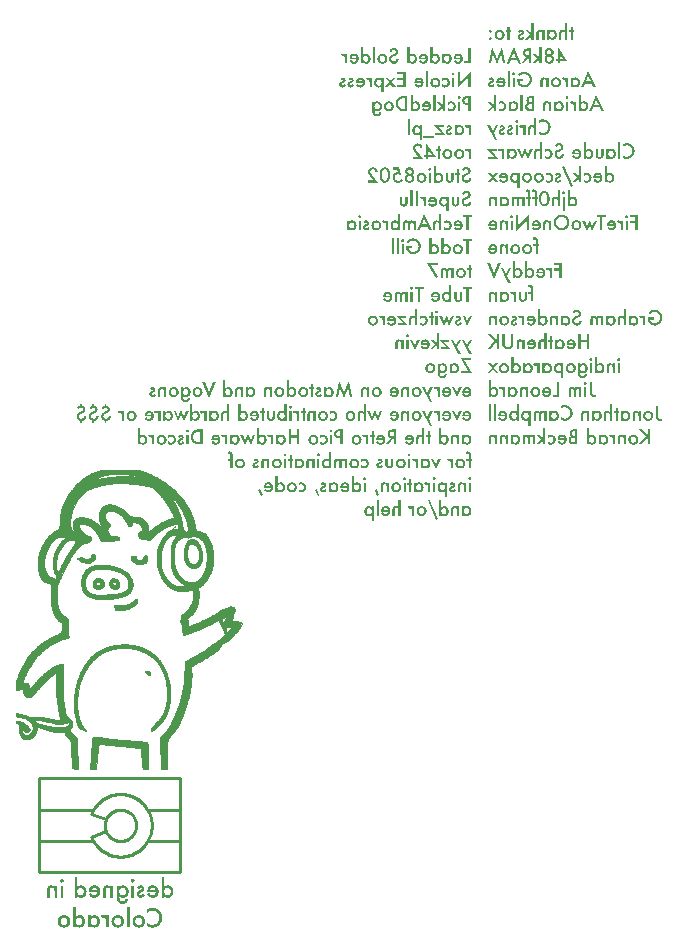
<source format=gbo>
%TF.GenerationSoftware,KiCad,Pcbnew,7.0.7*%
%TF.CreationDate,2023-10-23T19:43:48-06:00*%
%TF.ProjectId,PicoGUS chipdown with edge rails,5069636f-4755-4532-9063-686970646f77,rev?*%
%TF.SameCoordinates,Original*%
%TF.FileFunction,Legend,Bot*%
%TF.FilePolarity,Positive*%
%FSLAX46Y46*%
G04 Gerber Fmt 4.6, Leading zero omitted, Abs format (unit mm)*
G04 Created by KiCad (PCBNEW 7.0.7) date 2023-10-23 19:43:48*
%MOMM*%
%LPD*%
G01*
G04 APERTURE LIST*
G04 Aperture macros list*
%AMRoundRect*
0 Rectangle with rounded corners*
0 $1 Rounding radius*
0 $2 $3 $4 $5 $6 $7 $8 $9 X,Y pos of 4 corners*
0 Add a 4 corners polygon primitive as box body*
4,1,4,$2,$3,$4,$5,$6,$7,$8,$9,$2,$3,0*
0 Add four circle primitives for the rounded corners*
1,1,$1+$1,$2,$3*
1,1,$1+$1,$4,$5*
1,1,$1+$1,$6,$7*
1,1,$1+$1,$8,$9*
0 Add four rect primitives between the rounded corners*
20,1,$1+$1,$2,$3,$4,$5,0*
20,1,$1+$1,$4,$5,$6,$7,0*
20,1,$1+$1,$6,$7,$8,$9,0*
20,1,$1+$1,$8,$9,$2,$3,0*%
G04 Aperture macros list end*
%ADD10C,0.291041*%
%ADD11C,0.014000*%
%ADD12C,0.300000*%
%ADD13C,0.150000*%
%ADD14C,0.100000*%
%ADD15C,6.400000*%
%ADD16C,1.152000*%
%ADD17O,1.800000X2.800000*%
%ADD18R,1.700000X1.700000*%
%ADD19O,1.700000X1.700000*%
%ADD20R,1.524000X6.478000*%
%ADD21R,1.524000X6.458000*%
%ADD22C,0.500000*%
%ADD23O,1.500000X2.000000*%
%ADD24C,3.200000*%
%ADD25RoundRect,0.425000X-0.425000X0.425000X-0.425000X-0.425000X0.425000X-0.425000X0.425000X0.425000X0*%
%ADD26C,1.500000*%
%ADD27C,3.100000*%
%ADD28C,2.000000*%
G04 APERTURE END LIST*
D10*
X105659955Y-98980378D02*
X105588124Y-98933994D01*
X106162447Y-97708483D02*
X106178249Y-97722519D01*
X106707038Y-98010968D02*
X106707038Y-98010968D01*
X109345053Y-98058143D02*
X109345053Y-98058143D01*
X106681837Y-98003567D02*
X106681837Y-98003567D01*
D11*
X109246995Y-83633555D02*
X109262475Y-83634670D01*
X109280082Y-83636309D01*
X109322313Y-83641002D01*
X109350798Y-83645034D01*
X109378415Y-83649645D01*
X109391700Y-83652131D01*
X109404528Y-83654719D01*
X109416821Y-83657393D01*
X109428499Y-83660140D01*
X109439482Y-83662944D01*
X109449692Y-83665792D01*
X109459048Y-83668669D01*
X109467470Y-83671560D01*
X109474880Y-83674452D01*
X109481197Y-83677328D01*
X109486342Y-83680176D01*
X109490235Y-83682981D01*
X109494618Y-83686780D01*
X109498962Y-83691210D01*
X109507493Y-83701815D01*
X109515749Y-83714512D01*
X109523650Y-83729013D01*
X109531118Y-83745034D01*
X109538072Y-83762288D01*
X109544432Y-83780490D01*
X109550120Y-83799354D01*
X109555055Y-83818594D01*
X109559158Y-83837925D01*
X109562350Y-83857060D01*
X109564550Y-83875714D01*
X109565680Y-83893601D01*
X109565660Y-83910436D01*
X109564409Y-83925932D01*
X109561849Y-83939804D01*
X109559437Y-83948608D01*
X109556790Y-83956530D01*
X109553846Y-83963613D01*
X109550544Y-83969900D01*
X109548739Y-83972759D01*
X109546822Y-83975435D01*
X109544785Y-83977933D01*
X109542619Y-83980260D01*
X109540318Y-83982421D01*
X109537874Y-83984420D01*
X109535279Y-83986264D01*
X109532525Y-83987958D01*
X109529604Y-83989507D01*
X109526510Y-83990917D01*
X109523233Y-83992193D01*
X109519768Y-83993341D01*
X109512237Y-83995273D01*
X109503856Y-83996756D01*
X109494564Y-83997834D01*
X109484299Y-83998550D01*
X109472999Y-83998948D01*
X109460603Y-83999071D01*
X109447731Y-83998883D01*
X109435884Y-83998256D01*
X109424926Y-83997102D01*
X109414725Y-83995329D01*
X109409866Y-83994182D01*
X109405145Y-83992847D01*
X109400547Y-83991311D01*
X109396054Y-83989565D01*
X109391650Y-83987596D01*
X109387318Y-83985394D01*
X109383041Y-83982946D01*
X109378802Y-83980242D01*
X109374585Y-83977270D01*
X109370373Y-83974019D01*
X109361897Y-83966636D01*
X109353240Y-83958000D01*
X109344268Y-83948023D01*
X109334848Y-83936613D01*
X109324846Y-83923680D01*
X109314127Y-83909134D01*
X109302558Y-83892884D01*
X109287355Y-83870640D01*
X109271689Y-83848743D01*
X109256024Y-83827772D01*
X109240821Y-83808306D01*
X109226545Y-83790923D01*
X109219899Y-83783194D01*
X109213658Y-83776203D01*
X109207880Y-83770022D01*
X109202623Y-83764724D01*
X109197944Y-83760380D01*
X109193903Y-83757064D01*
X109191855Y-83755387D01*
X109189881Y-83753599D01*
X109186157Y-83749714D01*
X109182736Y-83745453D01*
X109179626Y-83740859D01*
X109176835Y-83735976D01*
X109174369Y-83730846D01*
X109172236Y-83725515D01*
X109170443Y-83720024D01*
X109168997Y-83714417D01*
X109167906Y-83708738D01*
X109167176Y-83703030D01*
X109166816Y-83697336D01*
X109166831Y-83691700D01*
X109167230Y-83686166D01*
X109168020Y-83680776D01*
X109169208Y-83675574D01*
X109171579Y-83667291D01*
X109174166Y-83660010D01*
X109177130Y-83653691D01*
X109180629Y-83648295D01*
X109182629Y-83645930D01*
X109184823Y-83643781D01*
X109187230Y-83641842D01*
X109189870Y-83640110D01*
X109192764Y-83638578D01*
X109195931Y-83637242D01*
X109203163Y-83635137D01*
X109211726Y-83633756D01*
X109221780Y-83633058D01*
X109233483Y-83633005D01*
X109246995Y-83633555D01*
G36*
X109246995Y-83633555D02*
G01*
X109262475Y-83634670D01*
X109280082Y-83636309D01*
X109322313Y-83641002D01*
X109350798Y-83645034D01*
X109378415Y-83649645D01*
X109391700Y-83652131D01*
X109404528Y-83654719D01*
X109416821Y-83657393D01*
X109428499Y-83660140D01*
X109439482Y-83662944D01*
X109449692Y-83665792D01*
X109459048Y-83668669D01*
X109467470Y-83671560D01*
X109474880Y-83674452D01*
X109481197Y-83677328D01*
X109486342Y-83680176D01*
X109490235Y-83682981D01*
X109494618Y-83686780D01*
X109498962Y-83691210D01*
X109507493Y-83701815D01*
X109515749Y-83714512D01*
X109523650Y-83729013D01*
X109531118Y-83745034D01*
X109538072Y-83762288D01*
X109544432Y-83780490D01*
X109550120Y-83799354D01*
X109555055Y-83818594D01*
X109559158Y-83837925D01*
X109562350Y-83857060D01*
X109564550Y-83875714D01*
X109565680Y-83893601D01*
X109565660Y-83910436D01*
X109564409Y-83925932D01*
X109561849Y-83939804D01*
X109559437Y-83948608D01*
X109556790Y-83956530D01*
X109553846Y-83963613D01*
X109550544Y-83969900D01*
X109548739Y-83972759D01*
X109546822Y-83975435D01*
X109544785Y-83977933D01*
X109542619Y-83980260D01*
X109540318Y-83982421D01*
X109537874Y-83984420D01*
X109535279Y-83986264D01*
X109532525Y-83987958D01*
X109529604Y-83989507D01*
X109526510Y-83990917D01*
X109523233Y-83992193D01*
X109519768Y-83993341D01*
X109512237Y-83995273D01*
X109503856Y-83996756D01*
X109494564Y-83997834D01*
X109484299Y-83998550D01*
X109472999Y-83998948D01*
X109460603Y-83999071D01*
X109447731Y-83998883D01*
X109435884Y-83998256D01*
X109424926Y-83997102D01*
X109414725Y-83995329D01*
X109409866Y-83994182D01*
X109405145Y-83992847D01*
X109400547Y-83991311D01*
X109396054Y-83989565D01*
X109391650Y-83987596D01*
X109387318Y-83985394D01*
X109383041Y-83982946D01*
X109378802Y-83980242D01*
X109374585Y-83977270D01*
X109370373Y-83974019D01*
X109361897Y-83966636D01*
X109353240Y-83958000D01*
X109344268Y-83948023D01*
X109334848Y-83936613D01*
X109324846Y-83923680D01*
X109314127Y-83909134D01*
X109302558Y-83892884D01*
X109287355Y-83870640D01*
X109271689Y-83848743D01*
X109256024Y-83827772D01*
X109240821Y-83808306D01*
X109226545Y-83790923D01*
X109219899Y-83783194D01*
X109213658Y-83776203D01*
X109207880Y-83770022D01*
X109202623Y-83764724D01*
X109197944Y-83760380D01*
X109193903Y-83757064D01*
X109191855Y-83755387D01*
X109189881Y-83753599D01*
X109186157Y-83749714D01*
X109182736Y-83745453D01*
X109179626Y-83740859D01*
X109176835Y-83735976D01*
X109174369Y-83730846D01*
X109172236Y-83725515D01*
X109170443Y-83720024D01*
X109168997Y-83714417D01*
X109167906Y-83708738D01*
X109167176Y-83703030D01*
X109166816Y-83697336D01*
X109166831Y-83691700D01*
X109167230Y-83686166D01*
X109168020Y-83680776D01*
X109169208Y-83675574D01*
X109171579Y-83667291D01*
X109174166Y-83660010D01*
X109177130Y-83653691D01*
X109180629Y-83648295D01*
X109182629Y-83645930D01*
X109184823Y-83643781D01*
X109187230Y-83641842D01*
X109189870Y-83640110D01*
X109192764Y-83638578D01*
X109195931Y-83637242D01*
X109203163Y-83635137D01*
X109211726Y-83633756D01*
X109221780Y-83633058D01*
X109233483Y-83633005D01*
X109246995Y-83633555D01*
G37*
D10*
X107057995Y-94089394D02*
X107057995Y-94089394D01*
X107861442Y-95684740D02*
X107886029Y-95704123D01*
X106977522Y-98055491D02*
X106952201Y-98053910D01*
X106677689Y-95467885D02*
X106601680Y-95493251D01*
X106353218Y-97854692D02*
X106371196Y-97865586D01*
X106159682Y-95764528D02*
X106232804Y-95701552D01*
X106854874Y-98042619D02*
X106876458Y-98045529D01*
X107926053Y-99233019D02*
X108007171Y-99202967D01*
X106330490Y-97839749D02*
X106330490Y-97839749D01*
X109650405Y-96208410D02*
X109631518Y-96123670D01*
X105863755Y-96166460D02*
X105831737Y-96239179D01*
X105070567Y-94989713D02*
X105014623Y-95055449D01*
X109703828Y-96735227D02*
X109703828Y-96735227D01*
X106805516Y-98034033D02*
X106805516Y-98034033D01*
X107836373Y-95665959D02*
X107861442Y-95684740D01*
X108046254Y-97613935D02*
X108029670Y-97632290D01*
X106826809Y-98037737D02*
X106802480Y-98033385D01*
X109666523Y-96294107D02*
X109650405Y-96208410D01*
X106591690Y-97973478D02*
X106580362Y-97969146D01*
X105446417Y-94638096D02*
X105379287Y-94691404D01*
X105917614Y-97405330D02*
X105919182Y-97407890D01*
X106729468Y-98016716D02*
X106729468Y-98016716D01*
X107704127Y-95581505D02*
X107731466Y-95597095D01*
X105893835Y-97363182D02*
X105893835Y-97363182D01*
X106588842Y-97972160D02*
X106588842Y-97972160D01*
X106143006Y-97689916D02*
X106158028Y-97704389D01*
X107636626Y-97924714D02*
X107620704Y-97932407D01*
X107752857Y-97860671D02*
X107733410Y-97872413D01*
X107620704Y-97932407D02*
X107620704Y-97932407D01*
X104744511Y-98018427D02*
X104722536Y-97978230D01*
X105971312Y-97489084D02*
X105958036Y-97469307D01*
X106851792Y-98042083D02*
X106854874Y-98042619D01*
X105999503Y-97528130D02*
X105999503Y-97528130D01*
X108806327Y-94756147D02*
X108675270Y-94647284D01*
X107982092Y-97681132D02*
X107982092Y-97681132D01*
X106826809Y-98037737D02*
X106848650Y-98041640D01*
X108093836Y-97557785D02*
X108127566Y-97513506D01*
X108145657Y-95982864D02*
X108114913Y-95940048D01*
X109347719Y-98053566D02*
X109347719Y-98053566D01*
X104764322Y-95417251D02*
X104764322Y-95417251D01*
X106001295Y-97530597D02*
X106001295Y-97530597D01*
X106880939Y-95424190D02*
X106863314Y-95426710D01*
X106524119Y-97945821D02*
X106543552Y-97953983D01*
X108393135Y-99015236D02*
X108242881Y-99097618D01*
X107743755Y-95603948D02*
X107723091Y-95592055D01*
X107057995Y-99381060D02*
X106969181Y-99379568D01*
D11*
X104735051Y-73779980D02*
X104743472Y-73781158D01*
X104751831Y-73782980D01*
X104760115Y-73785439D01*
X104768313Y-73788527D01*
X104776412Y-73792237D01*
X104784401Y-73796562D01*
X104792267Y-73801495D01*
X104799997Y-73807028D01*
X104807580Y-73813155D01*
X104815004Y-73819867D01*
X104822255Y-73827159D01*
X104829323Y-73835022D01*
X104836194Y-73843449D01*
X104842857Y-73852433D01*
X104849300Y-73861967D01*
X104855509Y-73872044D01*
X104861473Y-73882656D01*
X104867180Y-73893796D01*
X104872618Y-73905457D01*
X104877774Y-73917632D01*
X104882636Y-73930313D01*
X104887192Y-73943494D01*
X104896640Y-73978446D01*
X104900100Y-73995422D01*
X104902703Y-74012088D01*
X104904437Y-74028462D01*
X104905293Y-74044559D01*
X104905258Y-74060398D01*
X104904323Y-74075995D01*
X104902477Y-74091368D01*
X104899708Y-74106534D01*
X104896005Y-74121510D01*
X104891359Y-74136313D01*
X104885757Y-74150961D01*
X104879190Y-74165470D01*
X104871646Y-74179859D01*
X104863114Y-74194143D01*
X104853584Y-74208340D01*
X104843045Y-74222468D01*
X104831486Y-74236543D01*
X104818896Y-74250583D01*
X104805264Y-74264605D01*
X104790579Y-74278626D01*
X104758008Y-74306734D01*
X104721097Y-74335045D01*
X104679758Y-74363695D01*
X104633904Y-74392823D01*
X104583450Y-74422566D01*
X104540943Y-74446523D01*
X104521989Y-74456451D01*
X104504080Y-74465125D01*
X104486851Y-74472627D01*
X104469937Y-74479040D01*
X104452973Y-74484447D01*
X104435592Y-74488932D01*
X104417430Y-74492578D01*
X104398121Y-74495467D01*
X104377300Y-74497684D01*
X104354602Y-74499311D01*
X104329661Y-74500432D01*
X104302111Y-74501130D01*
X104237727Y-74501588D01*
X104180598Y-74500677D01*
X104125758Y-74497893D01*
X104073010Y-74493156D01*
X104022153Y-74486385D01*
X103972989Y-74477502D01*
X103925319Y-74466427D01*
X103878944Y-74453080D01*
X103833665Y-74437382D01*
X103789283Y-74419253D01*
X103745599Y-74398614D01*
X103702415Y-74375385D01*
X103659531Y-74349486D01*
X103616747Y-74320837D01*
X103573867Y-74289360D01*
X103530689Y-74254975D01*
X103487016Y-74217602D01*
X103469682Y-74202406D01*
X103454721Y-74188296D01*
X103448130Y-74181644D01*
X103442132Y-74175257D01*
X103436728Y-74169135D01*
X103431917Y-74163274D01*
X103427699Y-74157674D01*
X103424075Y-74152333D01*
X103421043Y-74147249D01*
X103418605Y-74142419D01*
X103416760Y-74137843D01*
X103415509Y-74133518D01*
X103414850Y-74129443D01*
X103414785Y-74125615D01*
X103415313Y-74122034D01*
X103416435Y-74118697D01*
X103418149Y-74115602D01*
X103420457Y-74112747D01*
X103423358Y-74110132D01*
X103426853Y-74107753D01*
X103430940Y-74105609D01*
X103435621Y-74103699D01*
X103440895Y-74102020D01*
X103446763Y-74100571D01*
X103453223Y-74099350D01*
X103460277Y-74098355D01*
X103467924Y-74097584D01*
X103476165Y-74097036D01*
X103484998Y-74096708D01*
X103494425Y-74096600D01*
X103502054Y-74096343D01*
X103510081Y-74095591D01*
X103518441Y-74094369D01*
X103527068Y-74092702D01*
X103535898Y-74090616D01*
X103544865Y-74088135D01*
X103553905Y-74085285D01*
X103562952Y-74082091D01*
X103571941Y-74078580D01*
X103580807Y-74074775D01*
X103589485Y-74070702D01*
X103597910Y-74066387D01*
X103606016Y-74061856D01*
X103613740Y-74057132D01*
X103621014Y-74052242D01*
X103627775Y-74047211D01*
X103641130Y-74036763D01*
X103653472Y-74027643D01*
X103659291Y-74023580D01*
X103664889Y-74019847D01*
X103670277Y-74016444D01*
X103675466Y-74013371D01*
X103680467Y-74010628D01*
X103685291Y-74008212D01*
X103689948Y-74006126D01*
X103694450Y-74004367D01*
X103698807Y-74002935D01*
X103703030Y-74001830D01*
X103707130Y-74001052D01*
X103711119Y-74000600D01*
X103715005Y-74000473D01*
X103718802Y-74000671D01*
X103722519Y-74001194D01*
X103726167Y-74002042D01*
X103729757Y-74003213D01*
X103733300Y-74004707D01*
X103736807Y-74006524D01*
X103740289Y-74008664D01*
X103743756Y-74011125D01*
X103747220Y-74013908D01*
X103750691Y-74017013D01*
X103754180Y-74020437D01*
X103757697Y-74024182D01*
X103761255Y-74028246D01*
X103764863Y-74032630D01*
X103768533Y-74037333D01*
X103779697Y-74049110D01*
X103792793Y-74060358D01*
X103807785Y-74071072D01*
X103824636Y-74081243D01*
X103843310Y-74090864D01*
X103863771Y-74099927D01*
X103885982Y-74108427D01*
X103909909Y-74116355D01*
X103935514Y-74123704D01*
X103962761Y-74130467D01*
X103991614Y-74136637D01*
X104022037Y-74142207D01*
X104053994Y-74147169D01*
X104087448Y-74151515D01*
X104122364Y-74155240D01*
X104158706Y-74158336D01*
X104204030Y-74161299D01*
X104245691Y-74162710D01*
X104283900Y-74162465D01*
X104301777Y-74161688D01*
X104318872Y-74160458D01*
X104335211Y-74158761D01*
X104350820Y-74156584D01*
X104365726Y-74153914D01*
X104379957Y-74150739D01*
X104393538Y-74147044D01*
X104406497Y-74142818D01*
X104418859Y-74138045D01*
X104430653Y-74132715D01*
X104441904Y-74126813D01*
X104452639Y-74120326D01*
X104462884Y-74113242D01*
X104472667Y-74105546D01*
X104482014Y-74097227D01*
X104490952Y-74088270D01*
X104499508Y-74078664D01*
X104507707Y-74068394D01*
X104515578Y-74057447D01*
X104523146Y-74045811D01*
X104530438Y-74033473D01*
X104537481Y-74020418D01*
X104544301Y-74006635D01*
X104550926Y-73992109D01*
X104563694Y-73960780D01*
X104568490Y-73947828D01*
X104573587Y-73934952D01*
X104578936Y-73922228D01*
X104584492Y-73909732D01*
X104590207Y-73897540D01*
X104596034Y-73885727D01*
X104601926Y-73874371D01*
X104607836Y-73863546D01*
X104613717Y-73853328D01*
X104619522Y-73843795D01*
X104625205Y-73835021D01*
X104630717Y-73827083D01*
X104636012Y-73820056D01*
X104641043Y-73814017D01*
X104645763Y-73809041D01*
X104650125Y-73805205D01*
X104658494Y-73799547D01*
X104666922Y-73794604D01*
X104675399Y-73790370D01*
X104683911Y-73786839D01*
X104692447Y-73784001D01*
X104700994Y-73781851D01*
X104709540Y-73780382D01*
X104718073Y-73779585D01*
X104726581Y-73779453D01*
X104735051Y-73779980D01*
G36*
X104735051Y-73779980D02*
G01*
X104743472Y-73781158D01*
X104751831Y-73782980D01*
X104760115Y-73785439D01*
X104768313Y-73788527D01*
X104776412Y-73792237D01*
X104784401Y-73796562D01*
X104792267Y-73801495D01*
X104799997Y-73807028D01*
X104807580Y-73813155D01*
X104815004Y-73819867D01*
X104822255Y-73827159D01*
X104829323Y-73835022D01*
X104836194Y-73843449D01*
X104842857Y-73852433D01*
X104849300Y-73861967D01*
X104855509Y-73872044D01*
X104861473Y-73882656D01*
X104867180Y-73893796D01*
X104872618Y-73905457D01*
X104877774Y-73917632D01*
X104882636Y-73930313D01*
X104887192Y-73943494D01*
X104896640Y-73978446D01*
X104900100Y-73995422D01*
X104902703Y-74012088D01*
X104904437Y-74028462D01*
X104905293Y-74044559D01*
X104905258Y-74060398D01*
X104904323Y-74075995D01*
X104902477Y-74091368D01*
X104899708Y-74106534D01*
X104896005Y-74121510D01*
X104891359Y-74136313D01*
X104885757Y-74150961D01*
X104879190Y-74165470D01*
X104871646Y-74179859D01*
X104863114Y-74194143D01*
X104853584Y-74208340D01*
X104843045Y-74222468D01*
X104831486Y-74236543D01*
X104818896Y-74250583D01*
X104805264Y-74264605D01*
X104790579Y-74278626D01*
X104758008Y-74306734D01*
X104721097Y-74335045D01*
X104679758Y-74363695D01*
X104633904Y-74392823D01*
X104583450Y-74422566D01*
X104540943Y-74446523D01*
X104521989Y-74456451D01*
X104504080Y-74465125D01*
X104486851Y-74472627D01*
X104469937Y-74479040D01*
X104452973Y-74484447D01*
X104435592Y-74488932D01*
X104417430Y-74492578D01*
X104398121Y-74495467D01*
X104377300Y-74497684D01*
X104354602Y-74499311D01*
X104329661Y-74500432D01*
X104302111Y-74501130D01*
X104237727Y-74501588D01*
X104180598Y-74500677D01*
X104125758Y-74497893D01*
X104073010Y-74493156D01*
X104022153Y-74486385D01*
X103972989Y-74477502D01*
X103925319Y-74466427D01*
X103878944Y-74453080D01*
X103833665Y-74437382D01*
X103789283Y-74419253D01*
X103745599Y-74398614D01*
X103702415Y-74375385D01*
X103659531Y-74349486D01*
X103616747Y-74320837D01*
X103573867Y-74289360D01*
X103530689Y-74254975D01*
X103487016Y-74217602D01*
X103469682Y-74202406D01*
X103454721Y-74188296D01*
X103448130Y-74181644D01*
X103442132Y-74175257D01*
X103436728Y-74169135D01*
X103431917Y-74163274D01*
X103427699Y-74157674D01*
X103424075Y-74152333D01*
X103421043Y-74147249D01*
X103418605Y-74142419D01*
X103416760Y-74137843D01*
X103415509Y-74133518D01*
X103414850Y-74129443D01*
X103414785Y-74125615D01*
X103415313Y-74122034D01*
X103416435Y-74118697D01*
X103418149Y-74115602D01*
X103420457Y-74112747D01*
X103423358Y-74110132D01*
X103426853Y-74107753D01*
X103430940Y-74105609D01*
X103435621Y-74103699D01*
X103440895Y-74102020D01*
X103446763Y-74100571D01*
X103453223Y-74099350D01*
X103460277Y-74098355D01*
X103467924Y-74097584D01*
X103476165Y-74097036D01*
X103484998Y-74096708D01*
X103494425Y-74096600D01*
X103502054Y-74096343D01*
X103510081Y-74095591D01*
X103518441Y-74094369D01*
X103527068Y-74092702D01*
X103535898Y-74090616D01*
X103544865Y-74088135D01*
X103553905Y-74085285D01*
X103562952Y-74082091D01*
X103571941Y-74078580D01*
X103580807Y-74074775D01*
X103589485Y-74070702D01*
X103597910Y-74066387D01*
X103606016Y-74061856D01*
X103613740Y-74057132D01*
X103621014Y-74052242D01*
X103627775Y-74047211D01*
X103641130Y-74036763D01*
X103653472Y-74027643D01*
X103659291Y-74023580D01*
X103664889Y-74019847D01*
X103670277Y-74016444D01*
X103675466Y-74013371D01*
X103680467Y-74010628D01*
X103685291Y-74008212D01*
X103689948Y-74006126D01*
X103694450Y-74004367D01*
X103698807Y-74002935D01*
X103703030Y-74001830D01*
X103707130Y-74001052D01*
X103711119Y-74000600D01*
X103715005Y-74000473D01*
X103718802Y-74000671D01*
X103722519Y-74001194D01*
X103726167Y-74002042D01*
X103729757Y-74003213D01*
X103733300Y-74004707D01*
X103736807Y-74006524D01*
X103740289Y-74008664D01*
X103743756Y-74011125D01*
X103747220Y-74013908D01*
X103750691Y-74017013D01*
X103754180Y-74020437D01*
X103757697Y-74024182D01*
X103761255Y-74028246D01*
X103764863Y-74032630D01*
X103768533Y-74037333D01*
X103779697Y-74049110D01*
X103792793Y-74060358D01*
X103807785Y-74071072D01*
X103824636Y-74081243D01*
X103843310Y-74090864D01*
X103863771Y-74099927D01*
X103885982Y-74108427D01*
X103909909Y-74116355D01*
X103935514Y-74123704D01*
X103962761Y-74130467D01*
X103991614Y-74136637D01*
X104022037Y-74142207D01*
X104053994Y-74147169D01*
X104087448Y-74151515D01*
X104122364Y-74155240D01*
X104158706Y-74158336D01*
X104204030Y-74161299D01*
X104245691Y-74162710D01*
X104283900Y-74162465D01*
X104301777Y-74161688D01*
X104318872Y-74160458D01*
X104335211Y-74158761D01*
X104350820Y-74156584D01*
X104365726Y-74153914D01*
X104379957Y-74150739D01*
X104393538Y-74147044D01*
X104406497Y-74142818D01*
X104418859Y-74138045D01*
X104430653Y-74132715D01*
X104441904Y-74126813D01*
X104452639Y-74120326D01*
X104462884Y-74113242D01*
X104472667Y-74105546D01*
X104482014Y-74097227D01*
X104490952Y-74088270D01*
X104499508Y-74078664D01*
X104507707Y-74068394D01*
X104515578Y-74057447D01*
X104523146Y-74045811D01*
X104530438Y-74033473D01*
X104537481Y-74020418D01*
X104544301Y-74006635D01*
X104550926Y-73992109D01*
X104563694Y-73960780D01*
X104568490Y-73947828D01*
X104573587Y-73934952D01*
X104578936Y-73922228D01*
X104584492Y-73909732D01*
X104590207Y-73897540D01*
X104596034Y-73885727D01*
X104601926Y-73874371D01*
X104607836Y-73863546D01*
X104613717Y-73853328D01*
X104619522Y-73843795D01*
X104625205Y-73835021D01*
X104630717Y-73827083D01*
X104636012Y-73820056D01*
X104641043Y-73814017D01*
X104645763Y-73809041D01*
X104650125Y-73805205D01*
X104658494Y-73799547D01*
X104666922Y-73794604D01*
X104675399Y-73790370D01*
X104683911Y-73786839D01*
X104692447Y-73784001D01*
X104700994Y-73781851D01*
X104709540Y-73780382D01*
X104718073Y-73779585D01*
X104726581Y-73779453D01*
X104735051Y-73779980D01*
G37*
D10*
X109046363Y-94997477D02*
X108930162Y-94873016D01*
X108340777Y-96410843D02*
X108352851Y-96463143D01*
X108352932Y-97006378D02*
X108352614Y-97007748D01*
X108172753Y-96023426D02*
X108145657Y-95982864D01*
X109462798Y-95638127D02*
X109425907Y-95561483D01*
X106233123Y-97769093D02*
X106233123Y-97769093D01*
X108087674Y-97565053D02*
X108084175Y-97569419D01*
X109558731Y-95875694D02*
X109529259Y-95795282D01*
X106389294Y-97876672D02*
X106391946Y-97878167D01*
X106750741Y-98022213D02*
X106753810Y-98022881D01*
X106214649Y-97753839D02*
X106230742Y-97767254D01*
X105852156Y-97278879D02*
X105853129Y-97281135D01*
X107847723Y-97796146D02*
X107847723Y-97796146D01*
X106389294Y-97876672D02*
X106389294Y-97876672D01*
X105985533Y-97508875D02*
X105997670Y-97525769D01*
X107941569Y-97719475D02*
X107982125Y-97681478D01*
X107675774Y-99307260D02*
X107760303Y-99285217D01*
X107723091Y-95592055D02*
X107676875Y-95566179D01*
X106455539Y-97912847D02*
X106455539Y-97912847D01*
X105834046Y-97236950D02*
X105834046Y-97236950D01*
X107148683Y-99379502D02*
X107238646Y-99374864D01*
X105730906Y-99023077D02*
X105881904Y-99104371D01*
X106609083Y-97979900D02*
X106612020Y-97980898D01*
X105585585Y-94538154D02*
X105730906Y-94447376D01*
X105931948Y-97428700D02*
X105942869Y-97446499D01*
X105958036Y-97469307D02*
X105958036Y-97469307D01*
X108379900Y-96683063D02*
X108376889Y-96631409D01*
D11*
X109168684Y-73814211D02*
X109171060Y-73814596D01*
X109173452Y-73815198D01*
X109175866Y-73816013D01*
X109178308Y-73817039D01*
X109180784Y-73818271D01*
X109183301Y-73819708D01*
X109185865Y-73821345D01*
X109188483Y-73823180D01*
X109191160Y-73825209D01*
X109193903Y-73827430D01*
X109204305Y-73836915D01*
X109214211Y-73847285D01*
X109223615Y-73858501D01*
X109232512Y-73870520D01*
X109248765Y-73896807D01*
X109262931Y-73925822D01*
X109274970Y-73957239D01*
X109284842Y-73990732D01*
X109292508Y-74025975D01*
X109297928Y-74062645D01*
X109301061Y-74100413D01*
X109301868Y-74138956D01*
X109300310Y-74177948D01*
X109296346Y-74217062D01*
X109289936Y-74255974D01*
X109281042Y-74294358D01*
X109269623Y-74331888D01*
X109255639Y-74368238D01*
X109245402Y-74391895D01*
X109235791Y-74413031D01*
X109226506Y-74431902D01*
X109217246Y-74448765D01*
X109207711Y-74463878D01*
X109197602Y-74477497D01*
X109186616Y-74489878D01*
X109174455Y-74501279D01*
X109160819Y-74511957D01*
X109145406Y-74522168D01*
X109127917Y-74532170D01*
X109108051Y-74542218D01*
X109085508Y-74552570D01*
X109059988Y-74563483D01*
X108998817Y-74588018D01*
X108973526Y-74597454D01*
X108947693Y-74605857D01*
X108894608Y-74619605D01*
X108839975Y-74629338D01*
X108784206Y-74635131D01*
X108727714Y-74637061D01*
X108670911Y-74635203D01*
X108614209Y-74629635D01*
X108558021Y-74620430D01*
X108502758Y-74607666D01*
X108448834Y-74591419D01*
X108396661Y-74571764D01*
X108346651Y-74548778D01*
X108299217Y-74522536D01*
X108254771Y-74493114D01*
X108233797Y-74477234D01*
X108213724Y-74460588D01*
X108194605Y-74443186D01*
X108176491Y-74425035D01*
X108165823Y-74414076D01*
X108155163Y-74403457D01*
X108144575Y-74393228D01*
X108134125Y-74383441D01*
X108123877Y-74374145D01*
X108113896Y-74365393D01*
X108104249Y-74357233D01*
X108094999Y-74349717D01*
X108086213Y-74342896D01*
X108077955Y-74336821D01*
X108070289Y-74331540D01*
X108063283Y-74327107D01*
X108056999Y-74323570D01*
X108051504Y-74320982D01*
X108049073Y-74320058D01*
X108046863Y-74319391D01*
X108044883Y-74318986D01*
X108043141Y-74318850D01*
X108039528Y-74318302D01*
X108035650Y-74316693D01*
X108031531Y-74314078D01*
X108027196Y-74310511D01*
X108017975Y-74300732D01*
X108008183Y-74287789D01*
X107998015Y-74272111D01*
X107987666Y-74254128D01*
X107977331Y-74234272D01*
X107967206Y-74212972D01*
X107957486Y-74190660D01*
X107948367Y-74167765D01*
X107940043Y-74144718D01*
X107932711Y-74121950D01*
X107926565Y-74099891D01*
X107921801Y-74078971D01*
X107918614Y-74059621D01*
X107917200Y-74042271D01*
X107917886Y-74022350D01*
X107920031Y-74004212D01*
X107923760Y-73987789D01*
X107926258Y-73980199D01*
X107929199Y-73973011D01*
X107932601Y-73966218D01*
X107936477Y-73959811D01*
X107940844Y-73953781D01*
X107945719Y-73948119D01*
X107951116Y-73942817D01*
X107957051Y-73937867D01*
X107963541Y-73933259D01*
X107970601Y-73928986D01*
X107978247Y-73925038D01*
X107986495Y-73921407D01*
X108004860Y-73915062D01*
X108025822Y-73909881D01*
X108049508Y-73905796D01*
X108076044Y-73902739D01*
X108105557Y-73900641D01*
X108138174Y-73899432D01*
X108174021Y-73899044D01*
X108193660Y-73899187D01*
X108212713Y-73899608D01*
X108231114Y-73900298D01*
X108248800Y-73901243D01*
X108265704Y-73902435D01*
X108281761Y-73903862D01*
X108296907Y-73905514D01*
X108311076Y-73907378D01*
X108324204Y-73909446D01*
X108336224Y-73911705D01*
X108347073Y-73914145D01*
X108356684Y-73916755D01*
X108364993Y-73919524D01*
X108371935Y-73922441D01*
X108374873Y-73923952D01*
X108377444Y-73925496D01*
X108379641Y-73927072D01*
X108381456Y-73928678D01*
X108384637Y-73932514D01*
X108387692Y-73937489D01*
X108390609Y-73943528D01*
X108393378Y-73950555D01*
X108395988Y-73958493D01*
X108398428Y-73967267D01*
X108400687Y-73976801D01*
X108402754Y-73987018D01*
X108404619Y-73997843D01*
X108406270Y-74009200D01*
X108408889Y-74033204D01*
X108410524Y-74058424D01*
X108410946Y-74071300D01*
X108411089Y-74084252D01*
X108411516Y-74109019D01*
X108412888Y-74131562D01*
X108415337Y-74152028D01*
X108417008Y-74161529D01*
X108418998Y-74170567D01*
X108421325Y-74179159D01*
X108424005Y-74187325D01*
X108427055Y-74195083D01*
X108430492Y-74202452D01*
X108434332Y-74209450D01*
X108438592Y-74216096D01*
X108443288Y-74222408D01*
X108448439Y-74228406D01*
X108454059Y-74234106D01*
X108460167Y-74239528D01*
X108466778Y-74244691D01*
X108473910Y-74249613D01*
X108481578Y-74254312D01*
X108489801Y-74258807D01*
X108498595Y-74263117D01*
X108507975Y-74267261D01*
X108528566Y-74275121D01*
X108551707Y-74282536D01*
X108577532Y-74289654D01*
X108606174Y-74296624D01*
X108620085Y-74299244D01*
X108634027Y-74301091D01*
X108647989Y-74302171D01*
X108661959Y-74302494D01*
X108675925Y-74302065D01*
X108689876Y-74300894D01*
X108703800Y-74298988D01*
X108717685Y-74296354D01*
X108731520Y-74293000D01*
X108745292Y-74288934D01*
X108758990Y-74284164D01*
X108772602Y-74278696D01*
X108786116Y-74272540D01*
X108799521Y-74265702D01*
X108812804Y-74258191D01*
X108825955Y-74250013D01*
X108838961Y-74241178D01*
X108851811Y-74231691D01*
X108864492Y-74221561D01*
X108876994Y-74210797D01*
X108889303Y-74199404D01*
X108901409Y-74187392D01*
X108924964Y-74161538D01*
X108947564Y-74133297D01*
X108969115Y-74102730D01*
X108989523Y-74069898D01*
X109008694Y-74034864D01*
X109019623Y-74013569D01*
X109031768Y-73990915D01*
X109044723Y-73967624D01*
X109058083Y-73944420D01*
X109071443Y-73922026D01*
X109084398Y-73901166D01*
X109096543Y-73882564D01*
X109107472Y-73866941D01*
X109114628Y-73856866D01*
X109121314Y-73847924D01*
X109124497Y-73843869D01*
X109127581Y-73840088D01*
X109130573Y-73836577D01*
X109133478Y-73833333D01*
X109136305Y-73830354D01*
X109139058Y-73827635D01*
X109141744Y-73825174D01*
X109144369Y-73822968D01*
X109146940Y-73821013D01*
X109149464Y-73819307D01*
X109151945Y-73817845D01*
X109154392Y-73816626D01*
X109156809Y-73815645D01*
X109159204Y-73814900D01*
X109161582Y-73814387D01*
X109163951Y-73814103D01*
X109166316Y-73814046D01*
X109168684Y-73814211D01*
G36*
X109168684Y-73814211D02*
G01*
X109171060Y-73814596D01*
X109173452Y-73815198D01*
X109175866Y-73816013D01*
X109178308Y-73817039D01*
X109180784Y-73818271D01*
X109183301Y-73819708D01*
X109185865Y-73821345D01*
X109188483Y-73823180D01*
X109191160Y-73825209D01*
X109193903Y-73827430D01*
X109204305Y-73836915D01*
X109214211Y-73847285D01*
X109223615Y-73858501D01*
X109232512Y-73870520D01*
X109248765Y-73896807D01*
X109262931Y-73925822D01*
X109274970Y-73957239D01*
X109284842Y-73990732D01*
X109292508Y-74025975D01*
X109297928Y-74062645D01*
X109301061Y-74100413D01*
X109301868Y-74138956D01*
X109300310Y-74177948D01*
X109296346Y-74217062D01*
X109289936Y-74255974D01*
X109281042Y-74294358D01*
X109269623Y-74331888D01*
X109255639Y-74368238D01*
X109245402Y-74391895D01*
X109235791Y-74413031D01*
X109226506Y-74431902D01*
X109217246Y-74448765D01*
X109207711Y-74463878D01*
X109197602Y-74477497D01*
X109186616Y-74489878D01*
X109174455Y-74501279D01*
X109160819Y-74511957D01*
X109145406Y-74522168D01*
X109127917Y-74532170D01*
X109108051Y-74542218D01*
X109085508Y-74552570D01*
X109059988Y-74563483D01*
X108998817Y-74588018D01*
X108973526Y-74597454D01*
X108947693Y-74605857D01*
X108894608Y-74619605D01*
X108839975Y-74629338D01*
X108784206Y-74635131D01*
X108727714Y-74637061D01*
X108670911Y-74635203D01*
X108614209Y-74629635D01*
X108558021Y-74620430D01*
X108502758Y-74607666D01*
X108448834Y-74591419D01*
X108396661Y-74571764D01*
X108346651Y-74548778D01*
X108299217Y-74522536D01*
X108254771Y-74493114D01*
X108233797Y-74477234D01*
X108213724Y-74460588D01*
X108194605Y-74443186D01*
X108176491Y-74425035D01*
X108165823Y-74414076D01*
X108155163Y-74403457D01*
X108144575Y-74393228D01*
X108134125Y-74383441D01*
X108123877Y-74374145D01*
X108113896Y-74365393D01*
X108104249Y-74357233D01*
X108094999Y-74349717D01*
X108086213Y-74342896D01*
X108077955Y-74336821D01*
X108070289Y-74331540D01*
X108063283Y-74327107D01*
X108056999Y-74323570D01*
X108051504Y-74320982D01*
X108049073Y-74320058D01*
X108046863Y-74319391D01*
X108044883Y-74318986D01*
X108043141Y-74318850D01*
X108039528Y-74318302D01*
X108035650Y-74316693D01*
X108031531Y-74314078D01*
X108027196Y-74310511D01*
X108017975Y-74300732D01*
X108008183Y-74287789D01*
X107998015Y-74272111D01*
X107987666Y-74254128D01*
X107977331Y-74234272D01*
X107967206Y-74212972D01*
X107957486Y-74190660D01*
X107948367Y-74167765D01*
X107940043Y-74144718D01*
X107932711Y-74121950D01*
X107926565Y-74099891D01*
X107921801Y-74078971D01*
X107918614Y-74059621D01*
X107917200Y-74042271D01*
X107917886Y-74022350D01*
X107920031Y-74004212D01*
X107923760Y-73987789D01*
X107926258Y-73980199D01*
X107929199Y-73973011D01*
X107932601Y-73966218D01*
X107936477Y-73959811D01*
X107940844Y-73953781D01*
X107945719Y-73948119D01*
X107951116Y-73942817D01*
X107957051Y-73937867D01*
X107963541Y-73933259D01*
X107970601Y-73928986D01*
X107978247Y-73925038D01*
X107986495Y-73921407D01*
X108004860Y-73915062D01*
X108025822Y-73909881D01*
X108049508Y-73905796D01*
X108076044Y-73902739D01*
X108105557Y-73900641D01*
X108138174Y-73899432D01*
X108174021Y-73899044D01*
X108193660Y-73899187D01*
X108212713Y-73899608D01*
X108231114Y-73900298D01*
X108248800Y-73901243D01*
X108265704Y-73902435D01*
X108281761Y-73903862D01*
X108296907Y-73905514D01*
X108311076Y-73907378D01*
X108324204Y-73909446D01*
X108336224Y-73911705D01*
X108347073Y-73914145D01*
X108356684Y-73916755D01*
X108364993Y-73919524D01*
X108371935Y-73922441D01*
X108374873Y-73923952D01*
X108377444Y-73925496D01*
X108379641Y-73927072D01*
X108381456Y-73928678D01*
X108384637Y-73932514D01*
X108387692Y-73937489D01*
X108390609Y-73943528D01*
X108393378Y-73950555D01*
X108395988Y-73958493D01*
X108398428Y-73967267D01*
X108400687Y-73976801D01*
X108402754Y-73987018D01*
X108404619Y-73997843D01*
X108406270Y-74009200D01*
X108408889Y-74033204D01*
X108410524Y-74058424D01*
X108410946Y-74071300D01*
X108411089Y-74084252D01*
X108411516Y-74109019D01*
X108412888Y-74131562D01*
X108415337Y-74152028D01*
X108417008Y-74161529D01*
X108418998Y-74170567D01*
X108421325Y-74179159D01*
X108424005Y-74187325D01*
X108427055Y-74195083D01*
X108430492Y-74202452D01*
X108434332Y-74209450D01*
X108438592Y-74216096D01*
X108443288Y-74222408D01*
X108448439Y-74228406D01*
X108454059Y-74234106D01*
X108460167Y-74239528D01*
X108466778Y-74244691D01*
X108473910Y-74249613D01*
X108481578Y-74254312D01*
X108489801Y-74258807D01*
X108498595Y-74263117D01*
X108507975Y-74267261D01*
X108528566Y-74275121D01*
X108551707Y-74282536D01*
X108577532Y-74289654D01*
X108606174Y-74296624D01*
X108620085Y-74299244D01*
X108634027Y-74301091D01*
X108647989Y-74302171D01*
X108661959Y-74302494D01*
X108675925Y-74302065D01*
X108689876Y-74300894D01*
X108703800Y-74298988D01*
X108717685Y-74296354D01*
X108731520Y-74293000D01*
X108745292Y-74288934D01*
X108758990Y-74284164D01*
X108772602Y-74278696D01*
X108786116Y-74272540D01*
X108799521Y-74265702D01*
X108812804Y-74258191D01*
X108825955Y-74250013D01*
X108838961Y-74241178D01*
X108851811Y-74231691D01*
X108864492Y-74221561D01*
X108876994Y-74210797D01*
X108889303Y-74199404D01*
X108901409Y-74187392D01*
X108924964Y-74161538D01*
X108947564Y-74133297D01*
X108969115Y-74102730D01*
X108989523Y-74069898D01*
X109008694Y-74034864D01*
X109019623Y-74013569D01*
X109031768Y-73990915D01*
X109044723Y-73967624D01*
X109058083Y-73944420D01*
X109071443Y-73922026D01*
X109084398Y-73901166D01*
X109096543Y-73882564D01*
X109107472Y-73866941D01*
X109114628Y-73856866D01*
X109121314Y-73847924D01*
X109124497Y-73843869D01*
X109127581Y-73840088D01*
X109130573Y-73836577D01*
X109133478Y-73833333D01*
X109136305Y-73830354D01*
X109139058Y-73827635D01*
X109141744Y-73825174D01*
X109144369Y-73822968D01*
X109146940Y-73821013D01*
X109149464Y-73819307D01*
X109151945Y-73817845D01*
X109154392Y-73816626D01*
X109156809Y-73815645D01*
X109159204Y-73814900D01*
X109161582Y-73814387D01*
X109163951Y-73814103D01*
X109166316Y-73814046D01*
X109168684Y-73814211D01*
G37*
D10*
X107159759Y-95416171D02*
X107184874Y-95418325D01*
X109464606Y-97828399D02*
X109498819Y-97750692D01*
X107783926Y-97840748D02*
X107783926Y-97840748D01*
X106898537Y-98048612D02*
X106898537Y-98048612D01*
X104814992Y-98137626D02*
X104769944Y-98062879D01*
X105997670Y-97525769D02*
X105999503Y-97528130D01*
X107273769Y-98040310D02*
X107273769Y-98040310D01*
X108222471Y-96107625D02*
X108198370Y-96065026D01*
X109389006Y-97979885D02*
X109347719Y-98053566D01*
X107567788Y-95514393D02*
X107612257Y-95534224D01*
X106108968Y-97656063D02*
X106108968Y-97656063D01*
X109703828Y-96735227D02*
X109702315Y-96824621D01*
X106658540Y-97996608D02*
X106658540Y-97996608D01*
X106681837Y-98003567D02*
X106702792Y-98009830D01*
X107810721Y-97822981D02*
X107855810Y-97790282D01*
X106854874Y-98042619D02*
X106805516Y-98034033D01*
X106826809Y-98037737D02*
X106826809Y-98037737D01*
X112085078Y-95412310D02*
X112085078Y-98058143D01*
X109347719Y-98053566D02*
X109389006Y-97979885D01*
X107109126Y-95413282D02*
X107134508Y-95414489D01*
X108352614Y-97007748D02*
X108352614Y-97007748D01*
X108149904Y-97481484D02*
X108144989Y-97488522D01*
X104605241Y-95743039D02*
X104605241Y-95743039D01*
X106753810Y-98022881D02*
X106756800Y-98023642D01*
X107351115Y-95444953D02*
X107324470Y-95439205D01*
X106863314Y-95426710D02*
X106854094Y-95427960D01*
X106281123Y-94206434D02*
X106199034Y-94233223D01*
X106527792Y-95523018D02*
X106601680Y-95493251D01*
X107783926Y-97840748D02*
X107752857Y-97860671D01*
X109154520Y-95129121D02*
X109046363Y-94997477D01*
X104909010Y-95192678D02*
X104859459Y-95264090D01*
X107685640Y-97899532D02*
X107685640Y-97899532D01*
X106394526Y-97879735D02*
X106412895Y-97889968D01*
X105971312Y-97489084D02*
X105971312Y-97489084D01*
X105919182Y-97407890D02*
X105919182Y-97407890D01*
X109427985Y-97904813D02*
X109389006Y-97979885D01*
X106543552Y-97953983D02*
X106521374Y-97944544D01*
X105819071Y-96271454D02*
X105830276Y-96242771D01*
X107891611Y-97761929D02*
X107891611Y-97761929D01*
X105946136Y-97451593D02*
X105946136Y-97451593D01*
X106044634Y-97584757D02*
X106057956Y-97600718D01*
X107764232Y-97853801D02*
X107810721Y-97822981D01*
X106477963Y-95546122D02*
X106567305Y-95506453D01*
X107459049Y-97996158D02*
X107512758Y-97977778D01*
X106634953Y-97988704D02*
X106655557Y-97995715D01*
X100178829Y-92766477D02*
X112085078Y-92766477D01*
X105895316Y-97365815D02*
X105896732Y-97368520D01*
X109497265Y-95716077D02*
X109529259Y-95795282D01*
X107766304Y-95618407D02*
X107766304Y-95618407D01*
X108113021Y-95937740D02*
X108121346Y-95948893D01*
X104623034Y-97770326D02*
X104641536Y-97812804D01*
X105188433Y-94864195D02*
X105313874Y-94746883D01*
X109098584Y-95058941D02*
X109151644Y-95125414D01*
X105744770Y-96574505D02*
X105741304Y-96606228D01*
X108315950Y-97144524D02*
X108304738Y-97177630D01*
X106455539Y-97912847D02*
X106455539Y-97912847D01*
X107760303Y-99285217D02*
X107590211Y-99326531D01*
X106880542Y-94095360D02*
X107057995Y-94089394D01*
X107238287Y-94095565D02*
X107327298Y-94103202D01*
X100178829Y-98058143D02*
X104767166Y-98058143D01*
X108352614Y-97007748D02*
X108340364Y-97060790D01*
X106999998Y-98056893D02*
X106999998Y-98056893D01*
X106988134Y-95414134D02*
X106970102Y-95415203D01*
X112085078Y-100703976D02*
X112085078Y-100703976D01*
X108378381Y-96813555D02*
X108377565Y-96824623D01*
X105741402Y-96865227D02*
X105738649Y-96833039D01*
X109046363Y-98472977D02*
X109101473Y-98408027D01*
X107273769Y-98040310D02*
X107270449Y-98040840D01*
X105128523Y-94925948D02*
X105070567Y-94989713D01*
X108004522Y-97658669D02*
X107991630Y-97671799D01*
X107495503Y-95486552D02*
X107510119Y-95491791D01*
X106330490Y-97839749D02*
X106330490Y-97839749D01*
X105657506Y-94491600D02*
X105585585Y-94538154D01*
X106659989Y-97997111D02*
X106659989Y-97997111D01*
X105379287Y-94691404D02*
X105313874Y-94746883D01*
X107926053Y-99233019D02*
X107760303Y-99285217D01*
X108246960Y-97315213D02*
X108246960Y-97315213D01*
X106755664Y-95447078D02*
X106854094Y-95427957D01*
X105984161Y-95963112D02*
X105940124Y-96028270D01*
X106619787Y-99344416D02*
X106534199Y-99328530D01*
X107847723Y-97796146D02*
X107836016Y-97804639D01*
X106076166Y-97620999D02*
X106090063Y-97636477D01*
X105831737Y-96239179D02*
X104605241Y-95743039D01*
X106350691Y-97853032D02*
X106353218Y-97854692D01*
X106681837Y-98003567D02*
X106661437Y-97997574D01*
X105831737Y-96239179D02*
X105831737Y-96239179D01*
X107481190Y-95481577D02*
X107455615Y-95473219D01*
X107270449Y-98040840D02*
X107270449Y-98040840D01*
X104605241Y-95743039D02*
X104622752Y-95700796D01*
X108308850Y-97166621D02*
X108326244Y-97112461D01*
X107791488Y-95634797D02*
X107766304Y-95618407D01*
X108930162Y-98597438D02*
X108989242Y-98536131D01*
X105881904Y-99104371D02*
X106038105Y-99175862D01*
X106198377Y-97740399D02*
X106178249Y-97722519D01*
X106158028Y-97704389D02*
X106160250Y-97706386D01*
X109631518Y-96123670D02*
X109650405Y-96208410D01*
X106178249Y-97722519D02*
X106178249Y-97722519D01*
X108930162Y-94873016D02*
X108806327Y-94756147D01*
X104605241Y-95743039D02*
X105831737Y-96239179D01*
X106083156Y-95841454D02*
X106031891Y-95900788D01*
X106702792Y-98009830D02*
X106702792Y-98009830D01*
X109679821Y-96380713D02*
X109690250Y-96468178D01*
X107403793Y-95458042D02*
X107377558Y-95451234D01*
X107057995Y-98058143D02*
X107057995Y-98058143D01*
X106563396Y-97962431D02*
X106566280Y-97963535D01*
X105884184Y-97344509D02*
X105872966Y-97322800D01*
X107057995Y-94089394D02*
X107057995Y-94089394D01*
X106614864Y-97981976D02*
X106614864Y-97981976D01*
X106480012Y-97925336D02*
X106480012Y-97925336D01*
X106178249Y-97722519D02*
X106178249Y-97722519D01*
X107926053Y-94237434D02*
X107760303Y-94185236D01*
X105773127Y-96419525D02*
X105780943Y-96389321D01*
X106076166Y-97620999D02*
X106076166Y-97620999D01*
X108930162Y-98597438D02*
X108806327Y-98714306D01*
X106977522Y-98055491D02*
X106977522Y-98055491D01*
X108377565Y-96824623D02*
X108377565Y-96824623D01*
X106655557Y-97995715D02*
X106658540Y-97996608D01*
X106431455Y-97900425D02*
X106431455Y-97900425D01*
X106198377Y-97740399D02*
X106198377Y-97740399D01*
X106707038Y-98010968D02*
X106707038Y-98010968D01*
X109680006Y-97088382D02*
X109666809Y-97174666D01*
X105999503Y-97528130D02*
X106001295Y-97530597D01*
X105250236Y-94804493D02*
X105188433Y-94864195D01*
X105759613Y-96480754D02*
X105753933Y-96511759D01*
X106705445Y-94113045D02*
X106880542Y-94095360D01*
X106521374Y-97944544D02*
X106521374Y-97944544D01*
X105730906Y-94447376D02*
X105881904Y-94366083D01*
X107636626Y-97924714D02*
X107636626Y-97924714D01*
X107910125Y-95724095D02*
X107910125Y-95724095D01*
X107057995Y-95412310D02*
X107057995Y-95412310D01*
X108257325Y-97293187D02*
X108257325Y-97293187D01*
X107509738Y-97978808D02*
X107509738Y-97978808D01*
X109690355Y-97001248D02*
X109697807Y-96913311D01*
X107730109Y-97874357D02*
X107730109Y-97874357D01*
X106271243Y-97798455D02*
X106273645Y-97800294D01*
X108144989Y-97488522D02*
X108144989Y-97488522D01*
X109345053Y-95412310D02*
X109345053Y-95412310D01*
X105940124Y-96028270D02*
X105899936Y-96096105D01*
X106533179Y-94142130D02*
X106705445Y-94113045D01*
X107861694Y-97785444D02*
X107847723Y-97796146D01*
X106601680Y-95493251D02*
X106527792Y-95523018D01*
X107327831Y-99367196D02*
X107416188Y-99356551D01*
X106233123Y-97769093D02*
X106233123Y-97769093D01*
X107395663Y-98014414D02*
X107372518Y-98020143D01*
X105907322Y-97387087D02*
X105895316Y-97365815D01*
X108362333Y-96956550D02*
X108360176Y-96969069D01*
X108336998Y-97073206D02*
X108336998Y-97073206D01*
X104605241Y-97727414D02*
X105831737Y-97231274D01*
X107959159Y-97702993D02*
X107952227Y-97709495D01*
X106660538Y-97997276D02*
X106660538Y-97997276D01*
X109690250Y-96468178D02*
X109679821Y-96380713D01*
X105884039Y-99105430D02*
X105807972Y-99066135D01*
X107259349Y-95427563D02*
X107259349Y-95427563D01*
X109345053Y-95412310D02*
X109345053Y-95412310D01*
X106195662Y-95732385D02*
X106137798Y-95785267D01*
X107909570Y-97746987D02*
X107909570Y-97746987D01*
X106708765Y-98011477D02*
X106708765Y-98011477D01*
X105313874Y-94746883D02*
X105446417Y-94638096D01*
X107891611Y-97761929D02*
X107861694Y-97785444D01*
X100178829Y-92766477D02*
X100178829Y-92766477D01*
X105872966Y-97322800D02*
X105874282Y-97325559D01*
X108087674Y-97565053D02*
X108087674Y-97565053D01*
X106527792Y-95523018D02*
X106456181Y-95557029D01*
X108226922Y-96115696D02*
X108250600Y-96162438D01*
X104605241Y-97727414D02*
X104605241Y-97727414D01*
X106499102Y-97934199D02*
X106518543Y-97943340D01*
X106854094Y-95427957D02*
X106954969Y-95416271D01*
X106125583Y-97673122D02*
X106125583Y-97673122D01*
X105070567Y-98480741D02*
X105188433Y-98606259D01*
X108463596Y-94498358D02*
X108534870Y-94545128D01*
X106609083Y-97979900D02*
X106609083Y-97979900D01*
X107248395Y-98044279D02*
X107209826Y-98049187D01*
X107784827Y-95630251D02*
X107810832Y-95647792D01*
X109427985Y-97904813D02*
X109464606Y-97828399D01*
X108367963Y-96918746D02*
X108366232Y-96931389D01*
X108374079Y-96870409D02*
X108369541Y-96906062D01*
X106127700Y-97675291D02*
X106127700Y-97675291D01*
X107676875Y-95566179D02*
X107629527Y-95542150D01*
X108078665Y-95893931D02*
X108078665Y-95893931D01*
X105970212Y-95982866D02*
X106028093Y-95905477D01*
X107668772Y-95562038D02*
X107668772Y-95562038D01*
X106434167Y-97901821D02*
X106434167Y-97901821D01*
X108078665Y-95893931D02*
X108037072Y-95845922D01*
X106854094Y-95427960D02*
X106854094Y-95427960D01*
X106027145Y-97563803D02*
X106029057Y-97566091D01*
X108084175Y-97569419D02*
X108069576Y-97587007D01*
X106252180Y-97783843D02*
X106233123Y-97769093D01*
X107587499Y-97947429D02*
X107587499Y-97947429D01*
X105917997Y-96064474D02*
X105970212Y-95982866D01*
X107911232Y-95724869D02*
X107888136Y-95705800D01*
X106904834Y-98049353D02*
X106926702Y-98051456D01*
X107234675Y-95424025D02*
X107259349Y-95427563D01*
X109680006Y-97088382D02*
X109690355Y-97001248D01*
X107590211Y-94143922D02*
X107416188Y-94113903D01*
X104960751Y-95123118D02*
X105070567Y-94989713D01*
X108018780Y-95826254D02*
X108034184Y-95842777D01*
X106014412Y-97547372D02*
X106014412Y-97547372D01*
X105449109Y-98834415D02*
X105382043Y-98781299D01*
X107184874Y-95418325D02*
X107209848Y-95420944D01*
X105969566Y-97486657D02*
X105969566Y-97486657D01*
X100178829Y-95412310D02*
X100178829Y-95412310D01*
X107176503Y-98052897D02*
X107234692Y-98046423D01*
X108034184Y-95842777D02*
X108049300Y-95859569D01*
X109151644Y-95125414D02*
X109202601Y-95193578D01*
X106330490Y-97839749D02*
X106310448Y-97826448D01*
X105944529Y-97448993D02*
X105931948Y-97428700D01*
X107982092Y-97681132D02*
X107959159Y-97702993D01*
X105741304Y-96606228D02*
X105744770Y-96574505D01*
X105830276Y-96242771D02*
X105830276Y-96242771D01*
X100178829Y-98058143D02*
X100178829Y-98058143D01*
X104680647Y-97896430D02*
X104701247Y-97937562D01*
X108005401Y-94266802D02*
X108085149Y-94299298D01*
X106499102Y-97934199D02*
X106499102Y-97934199D01*
X106199034Y-94233223D02*
X106118008Y-94262622D01*
X106521374Y-97944544D02*
X106499102Y-97934199D01*
X109702303Y-96645484D02*
X109697760Y-96556451D01*
X106702792Y-98009830D02*
X106705821Y-98010611D01*
X107685640Y-97899532D02*
X107675043Y-97905201D01*
X106394526Y-97879735D02*
X106394526Y-97879735D01*
X107526784Y-97972240D02*
X107526784Y-97972240D01*
X107704127Y-95581505D02*
X107704127Y-95581505D01*
X108282467Y-97235805D02*
X108282467Y-97235805D01*
X106198377Y-97740399D02*
X106214649Y-97753839D01*
X107667281Y-97909585D02*
X107716400Y-97882688D01*
X107803147Y-97828002D02*
X107803147Y-97828002D01*
X104742101Y-95456402D02*
X104764322Y-95417251D01*
X104767166Y-98058143D02*
X104767166Y-98058143D01*
X105853373Y-97281690D02*
X105862575Y-97300992D01*
X105753933Y-96511759D02*
X105759613Y-96480754D01*
X105971312Y-97489084D02*
X105973012Y-97491617D01*
X109679821Y-96380713D02*
X109666523Y-96294107D01*
X107234692Y-98046423D02*
X107292097Y-98037456D01*
X106456181Y-95557029D02*
X106527792Y-95523018D01*
X107193166Y-95419150D02*
X107176468Y-95417557D01*
X106076166Y-97620999D02*
X106059947Y-97602934D01*
X107909570Y-97746987D02*
X107891611Y-97761929D01*
X105766014Y-96450006D02*
X105759613Y-96480754D01*
X105809660Y-97173207D02*
X105820364Y-97202405D01*
X104767166Y-98058143D02*
X104859459Y-98206364D01*
X107924419Y-94236863D02*
X108005401Y-94266802D01*
X109254220Y-95267536D02*
X109154520Y-95129121D01*
X105738593Y-96638170D02*
X105736646Y-96670324D01*
X107324470Y-95439205D02*
X107324470Y-95439205D01*
X107051500Y-98058130D02*
X107051500Y-98058130D01*
X105748983Y-96543013D02*
X105744770Y-96574505D01*
X109650405Y-96208410D02*
X109666523Y-96294107D01*
X105735078Y-96735227D02*
X105735078Y-96735227D01*
X108675270Y-94647284D02*
X108537402Y-94546837D01*
X106614864Y-97981976D02*
X106614494Y-97981831D01*
X106521374Y-97944544D02*
X106521374Y-97944544D01*
X107612257Y-95534224D02*
X107612257Y-95534224D01*
X107028871Y-98057588D02*
X107003220Y-98056973D01*
X108087050Y-99170349D02*
X107926053Y-99233019D01*
X105754229Y-96960408D02*
X105749201Y-96928921D01*
X106234096Y-97769893D02*
X106198377Y-97740399D01*
X108007171Y-99202967D02*
X108087050Y-99170349D01*
X107377558Y-95451234D02*
X107351115Y-95444953D01*
X105872966Y-97322800D02*
X105872966Y-97322800D01*
X105958036Y-97469307D02*
X105958036Y-97469307D01*
X105831737Y-97231274D02*
X105831737Y-97231274D01*
X109345053Y-95412310D02*
X109345053Y-95412310D01*
X108534870Y-94545128D02*
X108604551Y-94594099D01*
X106090063Y-97636477D02*
X106092133Y-97638627D01*
X109101473Y-98408027D02*
X109154520Y-98341333D01*
X108117923Y-97526172D02*
X108117923Y-97526172D01*
X107310593Y-98033729D02*
X107310593Y-98033729D01*
X106178249Y-97722519D02*
X106160250Y-97706386D01*
X107057995Y-98058143D02*
X107117585Y-98056822D01*
X106029057Y-97566091D02*
X106029057Y-97566091D01*
X106127700Y-97675291D02*
X106143006Y-97689916D01*
X106118008Y-94262622D02*
X106038105Y-94294592D01*
X109345053Y-98058143D02*
X109254220Y-98202918D01*
X106658540Y-97996608D02*
X106658540Y-97996608D01*
X106436806Y-97903296D02*
X106455539Y-97912847D01*
X109530577Y-97671742D02*
X109498819Y-97750692D01*
X105773127Y-96419525D02*
X105766014Y-96450006D01*
X108320395Y-97130686D02*
X108315950Y-97144524D01*
X109386642Y-95486194D02*
X109345053Y-95412310D01*
X106926702Y-98051456D02*
X106926702Y-98051456D01*
X104764322Y-95417251D02*
X104764322Y-95417251D01*
X109497265Y-95716077D02*
X109462798Y-95638127D01*
X104742101Y-95456402D02*
X104720537Y-95496017D01*
X107959159Y-97702993D02*
X107959159Y-97702993D01*
X106330490Y-97839749D02*
X106348111Y-97851451D01*
X107842255Y-94209533D02*
X107924419Y-94236863D01*
X106031891Y-95900788D02*
X105984161Y-95963112D01*
X106863314Y-95426710D02*
X106863314Y-95426710D01*
X107733410Y-97872413D02*
X107730109Y-97874357D01*
X105738593Y-96638170D02*
X105741304Y-96606228D01*
X107270449Y-98040840D02*
X107248395Y-98044279D01*
X100178829Y-100703976D02*
X100178829Y-98058143D01*
X108738937Y-94698436D02*
X108803538Y-94753701D01*
X108326655Y-96359355D02*
X108340777Y-96410843D01*
X107126026Y-95414030D02*
X107126026Y-95414030D01*
X107510119Y-95491791D02*
X107524657Y-95497195D01*
X109046363Y-98472977D02*
X108930162Y-98597438D01*
X106949000Y-98053712D02*
X106952201Y-98053910D01*
X106777801Y-98028120D02*
X106753810Y-98022881D01*
X107006229Y-95413309D02*
X107006229Y-95413309D01*
X108380912Y-96735227D02*
X108380718Y-96757742D01*
X108064128Y-95876622D02*
X108078665Y-95893931D01*
X108165637Y-99135215D02*
X108242881Y-99097618D01*
X108145657Y-95982864D02*
X108145657Y-95982864D01*
X108144989Y-97488522D02*
X108126290Y-97514821D01*
X105895316Y-97365815D02*
X105895316Y-97365815D01*
X106282602Y-99264474D02*
X106200656Y-99237788D01*
X104859459Y-95264090D02*
X104960751Y-95123118D01*
X105852156Y-97278879D02*
X105852156Y-97278879D01*
X104605241Y-97727414D02*
X104605241Y-97727414D01*
X105831737Y-96239179D02*
X105831737Y-96239179D01*
X106755662Y-95447077D02*
X106677689Y-95467885D01*
X106271243Y-97798455D02*
X106252180Y-97783843D01*
X105944529Y-97448993D02*
X105944529Y-97448993D01*
X108604551Y-94594099D02*
X108672591Y-94645218D01*
X104767166Y-98058143D02*
X104767166Y-98058143D01*
X106659989Y-97997111D02*
X106633497Y-97988214D01*
X107629527Y-95542150D02*
X107581096Y-95520010D01*
X106290809Y-97812491D02*
X106271243Y-97798455D01*
X109530577Y-97671742D02*
X109559830Y-97591596D01*
X107700383Y-97891456D02*
X107685640Y-97899532D01*
X108377565Y-96824623D02*
X108374079Y-96870409D01*
X106934234Y-95418072D02*
X106916400Y-95419871D01*
X105759997Y-96991642D02*
X105766497Y-97022614D01*
X106178249Y-97722519D02*
X106193806Y-97736470D01*
X105853129Y-97281135D02*
X105853129Y-97281135D01*
X106014412Y-97547372D02*
X105999503Y-97528130D01*
X105830276Y-96242771D02*
X105831737Y-96239179D01*
X106949000Y-98053712D02*
X106949000Y-98053712D01*
X104767166Y-95412310D02*
X104767166Y-95412310D01*
X106310420Y-95643964D02*
X106392237Y-95592056D01*
X106677689Y-95467885D02*
X106601680Y-95493251D01*
X109345053Y-95412310D02*
X109345053Y-95412310D01*
X107057995Y-99381060D02*
X107057995Y-99381060D01*
X105735078Y-96735227D02*
X105735478Y-96768029D01*
X106756800Y-98023642D02*
X106777801Y-98028120D01*
X108352932Y-97006378D02*
X108352932Y-97006378D01*
X105931948Y-97428700D02*
X105931948Y-97428700D01*
X106588842Y-97972160D02*
X106609083Y-97979900D01*
X106365547Y-99288520D02*
X106282602Y-99264474D01*
X105985533Y-97508875D02*
X105985533Y-97508875D01*
X108084175Y-97569419D02*
X108084175Y-97569419D01*
X106678979Y-98002713D02*
X106658540Y-97996608D01*
X105759613Y-96480754D02*
X105766014Y-96450006D01*
X105798652Y-96329779D02*
X105808527Y-96300459D01*
X105899936Y-96096105D02*
X105863755Y-96166460D01*
X108379759Y-96679551D02*
X108380912Y-96735227D01*
X108228935Y-97350390D02*
X108228935Y-97350390D01*
X108214231Y-97377602D02*
X108192932Y-97414637D01*
X107028871Y-98057588D02*
X107028871Y-98057588D01*
X107674583Y-94162905D02*
X107758959Y-94184864D01*
X106449433Y-99309885D02*
X106365547Y-99288520D01*
X105766497Y-97022614D02*
X105759997Y-96991642D01*
X109666809Y-97174666D02*
X109650814Y-97260049D01*
X105940124Y-96028270D02*
X105899936Y-96096105D01*
X112085078Y-92766477D02*
X112085078Y-92766477D01*
X109154520Y-98341333D02*
X109046363Y-98472977D01*
X108380116Y-96780155D02*
X108379076Y-96802453D01*
X108160944Y-97465166D02*
X108149904Y-97481484D01*
X106094178Y-97640875D02*
X106094178Y-97640875D01*
X107581096Y-95520010D02*
X107531634Y-95499805D01*
X107335285Y-98028748D02*
X107335285Y-98028748D01*
X107083620Y-95412554D02*
X107109126Y-95413282D01*
X107733410Y-97872413D02*
X107733410Y-97872413D01*
X106091347Y-95832601D02*
X106159682Y-95764528D01*
X106660538Y-97997276D02*
X106678979Y-98002713D01*
X108806327Y-98714306D02*
X108869173Y-98656847D01*
X106633497Y-97988214D02*
X106614864Y-97981976D01*
X104720537Y-95496017D02*
X104699634Y-95536089D01*
X107933884Y-95744448D02*
X107911232Y-95724869D01*
X108114913Y-95940048D02*
X108114913Y-95940048D01*
X108281607Y-97237895D02*
X108281607Y-97237895D01*
X105895316Y-97365815D02*
X105884184Y-97344509D01*
X106320423Y-95637159D02*
X106256589Y-95682963D01*
X107864604Y-95687249D02*
X107840647Y-95669227D01*
X109609910Y-96039937D02*
X109585632Y-95957262D01*
X108354096Y-97001245D02*
X108354096Y-97001245D01*
X108046254Y-97613935D02*
X108046254Y-97613935D01*
X106094178Y-97640875D02*
X106108968Y-97656063D01*
X107970853Y-95778353D02*
X107987113Y-95794036D01*
X104679399Y-95576611D02*
X104659837Y-95617574D01*
X108029670Y-97632290D02*
X108004522Y-97658669D01*
X109529259Y-95795282D02*
X109558731Y-95875694D01*
X108741675Y-98769764D02*
X108806327Y-98714306D01*
X107057995Y-94089394D02*
X107148502Y-94090945D01*
X106566280Y-97963535D02*
X106566280Y-97963535D01*
X109690250Y-96468178D02*
X109697760Y-96556451D01*
X108989242Y-98536131D02*
X109046363Y-98472977D01*
X107836016Y-97804639D02*
X107836016Y-97804639D01*
X105820364Y-97202405D02*
X105831737Y-97231274D01*
X106162447Y-97708483D02*
X106162447Y-97708483D01*
X106802480Y-98033385D02*
X106805516Y-98034033D01*
X106566280Y-97963535D02*
X106569085Y-97964712D01*
X108379076Y-96802453D02*
X108378381Y-96813555D01*
X109697760Y-96556451D02*
X109702303Y-96645484D01*
X106310448Y-97826448D02*
X106312909Y-97828201D01*
X106387006Y-95595129D02*
X106320423Y-95637159D01*
X108201468Y-96070041D02*
X108226922Y-96115696D01*
X107668772Y-95562038D02*
X107673442Y-95564432D01*
X109585632Y-95957262D02*
X109609910Y-96039937D01*
X105744770Y-96574505D02*
X105748983Y-96543013D01*
X104862336Y-98210604D02*
X104814992Y-98137626D01*
X109697807Y-96913311D02*
X109702315Y-96824621D01*
X108107822Y-97539428D02*
X108087674Y-97565053D01*
X108537402Y-98923616D02*
X108607162Y-98874471D01*
X106880895Y-99375117D02*
X106793194Y-99367749D01*
X106252180Y-97783843D02*
X106268796Y-97796702D01*
X107006434Y-98057158D02*
X107006434Y-98057158D01*
X107621505Y-95538404D02*
X107668772Y-95562038D01*
X107209826Y-98049187D02*
X107185603Y-98051886D01*
X106059947Y-97602934D02*
X106059947Y-97602934D01*
X106904834Y-98049353D02*
X106904834Y-98049353D01*
X109585632Y-95957262D02*
X109558731Y-95875694D01*
X106143006Y-97689916D02*
X106143006Y-97689916D01*
X105253092Y-98668613D02*
X105191324Y-98609122D01*
X108310532Y-96308725D02*
X108326655Y-96359355D01*
X106252180Y-97783843D02*
X106252180Y-97783843D01*
X107612257Y-95534224D02*
X107621505Y-95538404D01*
X107993257Y-95799964D02*
X107956083Y-95764530D01*
X106123434Y-97671045D02*
X106123434Y-97671045D01*
X108181350Y-97433343D02*
X108181350Y-97433343D01*
X106193806Y-97736470D02*
X106196108Y-97738388D01*
X107259349Y-95427563D02*
X107259349Y-95427563D01*
X105735478Y-96768029D02*
X105735078Y-96735227D01*
X105753933Y-96511759D02*
X105748983Y-96543013D01*
X105807972Y-99066135D02*
X105733258Y-99024438D01*
X109558731Y-95875694D02*
X109585632Y-95957262D01*
X108214231Y-97377602D02*
X108214231Y-97377602D01*
X107057995Y-95412310D02*
X107083620Y-95412554D01*
X106256589Y-95682963D02*
X106195662Y-95732385D01*
X108295332Y-97203202D02*
X108282467Y-97235805D01*
X107836016Y-97804639D02*
X107805251Y-97826520D01*
X106661437Y-97997574D02*
X106681837Y-98003567D01*
X106412895Y-97889968D02*
X106431455Y-97900425D01*
X107621505Y-95538404D02*
X107621505Y-95538404D01*
X105781656Y-97083733D02*
X105773719Y-97053314D01*
X106580362Y-97969146D02*
X106569085Y-97964712D01*
X107209848Y-95420944D02*
X107234675Y-95424025D01*
X107454824Y-97997402D02*
X107454824Y-97997402D01*
X105834046Y-97236950D02*
X105842526Y-97256581D01*
X105872966Y-97322800D02*
X105862575Y-97300992D01*
X109703828Y-96735227D02*
X109703828Y-96735227D01*
X108380912Y-96735227D02*
X108380912Y-96735227D01*
X106612020Y-97980898D02*
X106612020Y-97980898D01*
X104660742Y-97854841D02*
X104641536Y-97812804D01*
X105985533Y-97508875D02*
X105985533Y-97508875D01*
X108377565Y-96824623D02*
X108377565Y-96824623D01*
X107937192Y-97723062D02*
X107909570Y-97746987D01*
X107673442Y-95564432D02*
X107704127Y-95581505D01*
X105744923Y-96897191D02*
X105741402Y-96865227D01*
X107731466Y-95597095D02*
X107758369Y-95613348D01*
X108220534Y-97366437D02*
X108220534Y-97366437D01*
X104859459Y-95264090D02*
X104812158Y-95337314D01*
X106848650Y-98041640D02*
X106848650Y-98041640D01*
X106273645Y-97800294D02*
X106290809Y-97812491D01*
X106092133Y-97638627D02*
X106076166Y-97620999D01*
X106681837Y-98003567D02*
X106681837Y-98003567D01*
X106057956Y-97600718D02*
X106059947Y-97602934D01*
X105959384Y-94329092D02*
X105881904Y-94366083D01*
X105896732Y-97368520D02*
X105896732Y-97368520D01*
X105862575Y-97300992D02*
X105871570Y-97320101D01*
X109586529Y-97510305D02*
X109610625Y-97427918D01*
X107816271Y-95651740D02*
X107791488Y-95634797D01*
X106533179Y-99328323D02*
X106705445Y-99357408D01*
X106456181Y-95557029D02*
X106387006Y-95595129D01*
X109702303Y-96645484D02*
X109703828Y-96735227D01*
X105073497Y-98484042D02*
X105017557Y-98418533D01*
X106524119Y-97945821D02*
X106524119Y-97945821D01*
X106612020Y-97980898D02*
X106614864Y-97981976D01*
X106705445Y-99357408D02*
X106880542Y-99375094D01*
X112085078Y-95412310D02*
X112085078Y-95412310D01*
X105744923Y-96897191D02*
X105749201Y-96928921D01*
X108243465Y-97322641D02*
X108267404Y-97271767D01*
X104722536Y-97978230D02*
X104701247Y-97937562D01*
X109345053Y-95412310D02*
X109386642Y-95486194D01*
X106029057Y-97566091D02*
X106030936Y-97568492D01*
X105313874Y-98723571D02*
X105446417Y-98832358D01*
X105942869Y-97446499D02*
X105944529Y-97448993D01*
X107553493Y-95508497D02*
X107567788Y-95514393D01*
X106518543Y-97943340D02*
X106521374Y-97944544D01*
X107620704Y-97932407D02*
X107587499Y-97947429D01*
X106392237Y-95592056D02*
X106477963Y-95546122D01*
X108380912Y-96735227D02*
X108379900Y-96683063D01*
X107645734Y-97920223D02*
X107645734Y-97920223D01*
X106039995Y-99176652D02*
X105961400Y-99142282D01*
X105907322Y-97387087D02*
X105907322Y-97387087D01*
X107028871Y-98057588D02*
X107028871Y-98057588D01*
X108174285Y-96025517D02*
X108201468Y-96070041D01*
X107886029Y-95704123D02*
X107910125Y-95724095D01*
X106108968Y-97656063D02*
X106092133Y-97638627D01*
X106195662Y-95732385D02*
X106256589Y-95682963D01*
X106524119Y-97945821D02*
X106543552Y-97953983D01*
X106412895Y-97889968D02*
X106412895Y-97889968D01*
X108362832Y-96516210D02*
X108370673Y-96569997D01*
X106955370Y-98054214D02*
X106955370Y-98054214D01*
X106030936Y-97568492D02*
X106044634Y-97584757D01*
D11*
X105488192Y-74693896D02*
X105843059Y-74701266D01*
X105975797Y-74707049D01*
X106052769Y-74713961D01*
X106133518Y-74728874D01*
X106217681Y-74745292D01*
X106301498Y-74762404D01*
X106381205Y-74779401D01*
X106453041Y-74795472D01*
X106513243Y-74809806D01*
X106558050Y-74821594D01*
X106573504Y-74826279D01*
X106583699Y-74830025D01*
X106682478Y-74869535D01*
X106707905Y-74878410D01*
X106750696Y-74892378D01*
X106805062Y-74909124D01*
X106834777Y-74917815D01*
X106865216Y-74926332D01*
X106895959Y-74935419D01*
X106928264Y-74945779D01*
X106961148Y-74957065D01*
X106993627Y-74968930D01*
X107024717Y-74981027D01*
X107053434Y-74993008D01*
X107078794Y-75004525D01*
X107089908Y-75010002D01*
X107099813Y-75015233D01*
X107195504Y-75069720D01*
X107282398Y-75120069D01*
X107360263Y-75166077D01*
X107428867Y-75207541D01*
X107487979Y-75244260D01*
X107537368Y-75276030D01*
X107576802Y-75302649D01*
X107606049Y-75323914D01*
X107630623Y-75345960D01*
X107657719Y-75373650D01*
X107686848Y-75406259D01*
X107717521Y-75443064D01*
X107749251Y-75483342D01*
X107781548Y-75526369D01*
X107813926Y-75571422D01*
X107845894Y-75617777D01*
X107876965Y-75664711D01*
X107906651Y-75711500D01*
X107934463Y-75757421D01*
X107959913Y-75801751D01*
X107982512Y-75843765D01*
X108001773Y-75882741D01*
X108017206Y-75917954D01*
X108028324Y-75948683D01*
X108047635Y-76019572D01*
X108063003Y-76091211D01*
X108074478Y-76163190D01*
X108082112Y-76235100D01*
X108085955Y-76306532D01*
X108086058Y-76377078D01*
X108082470Y-76446329D01*
X108075244Y-76513877D01*
X108064429Y-76579311D01*
X108050077Y-76642225D01*
X108032237Y-76702209D01*
X108010961Y-76758853D01*
X107986299Y-76811750D01*
X107972715Y-76836666D01*
X107958302Y-76860491D01*
X107943069Y-76883175D01*
X107927020Y-76904667D01*
X107910164Y-76924915D01*
X107892505Y-76943869D01*
X107884755Y-76951733D01*
X107877269Y-76959554D01*
X107870079Y-76967288D01*
X107863219Y-76974891D01*
X107856720Y-76982321D01*
X107850616Y-76989534D01*
X107844939Y-76996487D01*
X107839720Y-77003136D01*
X107834994Y-77009437D01*
X107830793Y-77015348D01*
X107827148Y-77020825D01*
X107824093Y-77025824D01*
X107821661Y-77030302D01*
X107819883Y-77034216D01*
X107819249Y-77035948D01*
X107818792Y-77037523D01*
X107818515Y-77038934D01*
X107818421Y-77040178D01*
X107818371Y-77041103D01*
X107818222Y-77042027D01*
X107817978Y-77042947D01*
X107817640Y-77043862D01*
X107817212Y-77044770D01*
X107816696Y-77045668D01*
X107815412Y-77047431D01*
X107813809Y-77049136D01*
X107811910Y-77050769D01*
X107809736Y-77052314D01*
X107807309Y-77053759D01*
X107804650Y-77055088D01*
X107801782Y-77056286D01*
X107798725Y-77057340D01*
X107795502Y-77058235D01*
X107792135Y-77058956D01*
X107788644Y-77059489D01*
X107785052Y-77059819D01*
X107781380Y-77059933D01*
X107779536Y-77059961D01*
X107777708Y-77060046D01*
X107775901Y-77060185D01*
X107774116Y-77060376D01*
X107772357Y-77060618D01*
X107770626Y-77060909D01*
X107768925Y-77061247D01*
X107767258Y-77061630D01*
X107765627Y-77062057D01*
X107764035Y-77062525D01*
X107762484Y-77063033D01*
X107760978Y-77063579D01*
X107759519Y-77064161D01*
X107758109Y-77064777D01*
X107756752Y-77065426D01*
X107755451Y-77066106D01*
X107754207Y-77066815D01*
X107753023Y-77067550D01*
X107751903Y-77068311D01*
X107750849Y-77069096D01*
X107749864Y-77069903D01*
X107748950Y-77070729D01*
X107748110Y-77071573D01*
X107747348Y-77072434D01*
X107746664Y-77073309D01*
X107746063Y-77074197D01*
X107745547Y-77075095D01*
X107745119Y-77076003D01*
X107744782Y-77076918D01*
X107744537Y-77077839D01*
X107744388Y-77078763D01*
X107744338Y-77079688D01*
X107743740Y-77081993D01*
X107741984Y-77085163D01*
X107739129Y-77089135D01*
X107735232Y-77093849D01*
X107730351Y-77099243D01*
X107724544Y-77105256D01*
X107710383Y-77118891D01*
X107693213Y-77134262D01*
X107673496Y-77150878D01*
X107651695Y-77168246D01*
X107628274Y-77185874D01*
X107608528Y-77199728D01*
X107587331Y-77213482D01*
X107564796Y-77227090D01*
X107541034Y-77240510D01*
X107516158Y-77253699D01*
X107490280Y-77266613D01*
X107463512Y-77279209D01*
X107435967Y-77291443D01*
X107378991Y-77314652D01*
X107320250Y-77335893D01*
X107260641Y-77354819D01*
X107230791Y-77363305D01*
X107201060Y-77371082D01*
X107178257Y-77377333D01*
X107142720Y-77387751D01*
X107099312Y-77400947D01*
X107052894Y-77415532D01*
X106975889Y-77437378D01*
X106879155Y-77458342D01*
X106765478Y-77478236D01*
X106637642Y-77496870D01*
X106350636Y-77529609D01*
X106040422Y-77555056D01*
X105729282Y-77571706D01*
X105439498Y-77578053D01*
X105309579Y-77576893D01*
X105193354Y-77572593D01*
X105093611Y-77564965D01*
X105013133Y-77553822D01*
X104938268Y-77539000D01*
X104859642Y-77520908D01*
X104779510Y-77500212D01*
X104700131Y-77477577D01*
X104623762Y-77453669D01*
X104552659Y-77429154D01*
X104489080Y-77404696D01*
X104460818Y-77392696D01*
X104435283Y-77380961D01*
X104272300Y-77304407D01*
X104255790Y-77295107D01*
X104236184Y-77281401D01*
X104213916Y-77263744D01*
X104189419Y-77242594D01*
X104163128Y-77218404D01*
X104135477Y-77191633D01*
X104106900Y-77162734D01*
X104077831Y-77132163D01*
X104048704Y-77100378D01*
X104019954Y-77067833D01*
X103992013Y-77034983D01*
X103965317Y-77002286D01*
X103940300Y-76970197D01*
X103917395Y-76939171D01*
X103897036Y-76909664D01*
X103879658Y-76882132D01*
X103874314Y-76872667D01*
X103868507Y-76861045D01*
X103855736Y-76831972D01*
X103841806Y-76796184D01*
X103827183Y-76754956D01*
X103812327Y-76709561D01*
X103797704Y-76661272D01*
X103783774Y-76611362D01*
X103771003Y-76561105D01*
X103753823Y-76486481D01*
X103740983Y-76424359D01*
X103736101Y-76396539D01*
X103732196Y-76370108D01*
X103729231Y-76344488D01*
X103727170Y-76319099D01*
X103725978Y-76293362D01*
X103725617Y-76266700D01*
X103726052Y-76238533D01*
X103727247Y-76208282D01*
X103727687Y-76201567D01*
X104048084Y-76201567D01*
X104049813Y-76244919D01*
X104053677Y-76290674D01*
X104059657Y-76339626D01*
X104067736Y-76392572D01*
X104077894Y-76450308D01*
X104104377Y-76583330D01*
X104108833Y-76603149D01*
X104114670Y-76624389D01*
X104121708Y-76646679D01*
X104129767Y-76669644D01*
X104138664Y-76692914D01*
X104148220Y-76716115D01*
X104158253Y-76738875D01*
X104168583Y-76760821D01*
X104179029Y-76781580D01*
X104189410Y-76800781D01*
X104199544Y-76818049D01*
X104209252Y-76833014D01*
X104218352Y-76845301D01*
X104222618Y-76850325D01*
X104226664Y-76854540D01*
X104230467Y-76857899D01*
X104234006Y-76860356D01*
X104237257Y-76861864D01*
X104240197Y-76862377D01*
X104241643Y-76862456D01*
X104243200Y-76862691D01*
X104246627Y-76863612D01*
X104250436Y-76865112D01*
X104254589Y-76867162D01*
X104259047Y-76869732D01*
X104263768Y-76872795D01*
X104268713Y-76876321D01*
X104273843Y-76880280D01*
X104279118Y-76884645D01*
X104284498Y-76889386D01*
X104289942Y-76894475D01*
X104295412Y-76899881D01*
X104300868Y-76905578D01*
X104306269Y-76911534D01*
X104311576Y-76917722D01*
X104316750Y-76924113D01*
X104331435Y-76940430D01*
X104351119Y-76957759D01*
X104375362Y-76975899D01*
X104403720Y-76994646D01*
X104435755Y-77013799D01*
X104471023Y-77033154D01*
X104509083Y-77052509D01*
X104549495Y-77071662D01*
X104591817Y-77090409D01*
X104635607Y-77108549D01*
X104680425Y-77125878D01*
X104725829Y-77142195D01*
X104771377Y-77157296D01*
X104816629Y-77170979D01*
X104861143Y-77183042D01*
X104904477Y-77193281D01*
X104980596Y-77207756D01*
X105062445Y-77217861D01*
X105155290Y-77223625D01*
X105264399Y-77225077D01*
X105395038Y-77222246D01*
X105552475Y-77215161D01*
X105741976Y-77203851D01*
X105968808Y-77188345D01*
X106232440Y-77166895D01*
X106350301Y-77155891D01*
X106459610Y-77144549D01*
X106560932Y-77132760D01*
X106654831Y-77120409D01*
X106741872Y-77107386D01*
X106822618Y-77093578D01*
X106897635Y-77078873D01*
X106967486Y-77063159D01*
X107032736Y-77046323D01*
X107093949Y-77028254D01*
X107151689Y-77008839D01*
X107206521Y-76987966D01*
X107259008Y-76965524D01*
X107309716Y-76941400D01*
X107344695Y-76923990D01*
X107377481Y-76906885D01*
X107408199Y-76889982D01*
X107436970Y-76873180D01*
X107463918Y-76856379D01*
X107489166Y-76839476D01*
X107512837Y-76822371D01*
X107535053Y-76804962D01*
X107555939Y-76787148D01*
X107575616Y-76768827D01*
X107594208Y-76749899D01*
X107611838Y-76730261D01*
X107628628Y-76709814D01*
X107644703Y-76688455D01*
X107660184Y-76666083D01*
X107675195Y-76642596D01*
X107683130Y-76629360D01*
X107690291Y-76616344D01*
X107696714Y-76603307D01*
X107702435Y-76590005D01*
X107707491Y-76576197D01*
X107711917Y-76561640D01*
X107715750Y-76546092D01*
X107719026Y-76529311D01*
X107721782Y-76511053D01*
X107724052Y-76491077D01*
X107725874Y-76469141D01*
X107727283Y-76445002D01*
X107729010Y-76389145D01*
X107729521Y-76321568D01*
X107729298Y-76267280D01*
X107727616Y-76216236D01*
X107724351Y-76168093D01*
X107719374Y-76122508D01*
X107712559Y-76079137D01*
X107703781Y-76037635D01*
X107692911Y-75997661D01*
X107679825Y-75958869D01*
X107664394Y-75920916D01*
X107646492Y-75883459D01*
X107625993Y-75846154D01*
X107602770Y-75808657D01*
X107576697Y-75770625D01*
X107547647Y-75731714D01*
X107515493Y-75691580D01*
X107480109Y-75649879D01*
X107436353Y-75601383D01*
X107415864Y-75579966D01*
X107395838Y-75560092D01*
X107375928Y-75541507D01*
X107355787Y-75523953D01*
X107335067Y-75507173D01*
X107313420Y-75490910D01*
X107290501Y-75474907D01*
X107265961Y-75458908D01*
X107239453Y-75442656D01*
X107210630Y-75425894D01*
X107144649Y-75389812D01*
X107065241Y-75348608D01*
X107017392Y-75324756D01*
X106967674Y-75301447D01*
X106916530Y-75278818D01*
X106864406Y-75257007D01*
X106811746Y-75236151D01*
X106758996Y-75216387D01*
X106706601Y-75197853D01*
X106655005Y-75180686D01*
X106604653Y-75165024D01*
X106555991Y-75151004D01*
X106509463Y-75138764D01*
X106465514Y-75128442D01*
X106424589Y-75120174D01*
X106387133Y-75114098D01*
X106353591Y-75110351D01*
X106324408Y-75109072D01*
X106318801Y-75108930D01*
X106313117Y-75108517D01*
X106307398Y-75107851D01*
X106301682Y-75106950D01*
X106296009Y-75105831D01*
X106290419Y-75104514D01*
X106284953Y-75103016D01*
X106279649Y-75101355D01*
X106274548Y-75099549D01*
X106269689Y-75097617D01*
X106265113Y-75095576D01*
X106260858Y-75093445D01*
X106256965Y-75091241D01*
X106253474Y-75088984D01*
X106250424Y-75086690D01*
X106247855Y-75084378D01*
X106243228Y-75081517D01*
X106235030Y-75078507D01*
X106208691Y-75072146D01*
X106170372Y-75065494D01*
X106121605Y-75058757D01*
X106063925Y-75052135D01*
X105998866Y-75045831D01*
X105927961Y-75040048D01*
X105852744Y-75034988D01*
X105701153Y-75025385D01*
X105577170Y-75018821D01*
X105474138Y-75015324D01*
X105428399Y-75014735D01*
X105385402Y-75014924D01*
X105344315Y-75015894D01*
X105304306Y-75017649D01*
X105264543Y-75020192D01*
X105224193Y-75023528D01*
X105138409Y-75032590D01*
X105040297Y-75044865D01*
X104978973Y-75053688D01*
X104922550Y-75062663D01*
X104870663Y-75071942D01*
X104822947Y-75081676D01*
X104779037Y-75092018D01*
X104738566Y-75103120D01*
X104701171Y-75115133D01*
X104666485Y-75128210D01*
X104650044Y-75135195D01*
X104634143Y-75142502D01*
X104618736Y-75150152D01*
X104603779Y-75158162D01*
X104589225Y-75166552D01*
X104575029Y-75175340D01*
X104547527Y-75194190D01*
X104520908Y-75214864D01*
X104494806Y-75237512D01*
X104468855Y-75262287D01*
X104442692Y-75289341D01*
X104377464Y-75360304D01*
X104349082Y-75392582D01*
X104323232Y-75423193D01*
X104299698Y-75452487D01*
X104278261Y-75480815D01*
X104258706Y-75508528D01*
X104240814Y-75535977D01*
X104224370Y-75563513D01*
X104209155Y-75591486D01*
X104194954Y-75620249D01*
X104181548Y-75650150D01*
X104168721Y-75681542D01*
X104156255Y-75714776D01*
X104143934Y-75750201D01*
X104131541Y-75788169D01*
X104097254Y-75898503D01*
X104083537Y-75947325D01*
X104072082Y-75992979D01*
X104062869Y-76036259D01*
X104055881Y-76077962D01*
X104051099Y-76118884D01*
X104048506Y-76159820D01*
X104048084Y-76201567D01*
X103727687Y-76201567D01*
X103731771Y-76139215D01*
X103738900Y-76054868D01*
X103748228Y-75959959D01*
X103756109Y-75884554D01*
X103759633Y-75853315D01*
X103762948Y-75825933D01*
X103766104Y-75802067D01*
X103769151Y-75781377D01*
X103772140Y-75763523D01*
X103775122Y-75748165D01*
X103778147Y-75734963D01*
X103781266Y-75723577D01*
X103784530Y-75713667D01*
X103787990Y-75704893D01*
X103791695Y-75696914D01*
X103795697Y-75689391D01*
X103797577Y-75686302D01*
X103799507Y-75682624D01*
X103801481Y-75678403D01*
X103803491Y-75673687D01*
X103807591Y-75662955D01*
X103811748Y-75650806D01*
X103815906Y-75637615D01*
X103820006Y-75623758D01*
X103827800Y-75595552D01*
X103833193Y-75577659D01*
X103841773Y-75555776D01*
X103853253Y-75530370D01*
X103867350Y-75501906D01*
X103902245Y-75437677D01*
X103944172Y-75366820D01*
X103990846Y-75293070D01*
X104039979Y-75220158D01*
X104089286Y-75151819D01*
X104113290Y-75120531D01*
X104136481Y-75091785D01*
X104156769Y-75069184D01*
X104181292Y-75045947D01*
X104209716Y-75022246D01*
X104241702Y-74998255D01*
X104276915Y-74974149D01*
X104315018Y-74950101D01*
X104355676Y-74926285D01*
X104398550Y-74902873D01*
X104443306Y-74880040D01*
X104489606Y-74857960D01*
X104537115Y-74836806D01*
X104585495Y-74816751D01*
X104634410Y-74797970D01*
X104683525Y-74780636D01*
X104732502Y-74764922D01*
X104781005Y-74751002D01*
X104845713Y-74733215D01*
X104902317Y-74717973D01*
X104944567Y-74706899D01*
X104958357Y-74703432D01*
X104966213Y-74701614D01*
X104986528Y-74698687D01*
X105024549Y-74696371D01*
X105143975Y-74693472D01*
X105488192Y-74693896D01*
G36*
X105488192Y-74693896D02*
G01*
X105843059Y-74701266D01*
X105975797Y-74707049D01*
X106052769Y-74713961D01*
X106133518Y-74728874D01*
X106217681Y-74745292D01*
X106301498Y-74762404D01*
X106381205Y-74779401D01*
X106453041Y-74795472D01*
X106513243Y-74809806D01*
X106558050Y-74821594D01*
X106573504Y-74826279D01*
X106583699Y-74830025D01*
X106682478Y-74869535D01*
X106707905Y-74878410D01*
X106750696Y-74892378D01*
X106805062Y-74909124D01*
X106834777Y-74917815D01*
X106865216Y-74926332D01*
X106895959Y-74935419D01*
X106928264Y-74945779D01*
X106961148Y-74957065D01*
X106993627Y-74968930D01*
X107024717Y-74981027D01*
X107053434Y-74993008D01*
X107078794Y-75004525D01*
X107089908Y-75010002D01*
X107099813Y-75015233D01*
X107195504Y-75069720D01*
X107282398Y-75120069D01*
X107360263Y-75166077D01*
X107428867Y-75207541D01*
X107487979Y-75244260D01*
X107537368Y-75276030D01*
X107576802Y-75302649D01*
X107606049Y-75323914D01*
X107630623Y-75345960D01*
X107657719Y-75373650D01*
X107686848Y-75406259D01*
X107717521Y-75443064D01*
X107749251Y-75483342D01*
X107781548Y-75526369D01*
X107813926Y-75571422D01*
X107845894Y-75617777D01*
X107876965Y-75664711D01*
X107906651Y-75711500D01*
X107934463Y-75757421D01*
X107959913Y-75801751D01*
X107982512Y-75843765D01*
X108001773Y-75882741D01*
X108017206Y-75917954D01*
X108028324Y-75948683D01*
X108047635Y-76019572D01*
X108063003Y-76091211D01*
X108074478Y-76163190D01*
X108082112Y-76235100D01*
X108085955Y-76306532D01*
X108086058Y-76377078D01*
X108082470Y-76446329D01*
X108075244Y-76513877D01*
X108064429Y-76579311D01*
X108050077Y-76642225D01*
X108032237Y-76702209D01*
X108010961Y-76758853D01*
X107986299Y-76811750D01*
X107972715Y-76836666D01*
X107958302Y-76860491D01*
X107943069Y-76883175D01*
X107927020Y-76904667D01*
X107910164Y-76924915D01*
X107892505Y-76943869D01*
X107884755Y-76951733D01*
X107877269Y-76959554D01*
X107870079Y-76967288D01*
X107863219Y-76974891D01*
X107856720Y-76982321D01*
X107850616Y-76989534D01*
X107844939Y-76996487D01*
X107839720Y-77003136D01*
X107834994Y-77009437D01*
X107830793Y-77015348D01*
X107827148Y-77020825D01*
X107824093Y-77025824D01*
X107821661Y-77030302D01*
X107819883Y-77034216D01*
X107819249Y-77035948D01*
X107818792Y-77037523D01*
X107818515Y-77038934D01*
X107818421Y-77040178D01*
X107818371Y-77041103D01*
X107818222Y-77042027D01*
X107817978Y-77042947D01*
X107817640Y-77043862D01*
X107817212Y-77044770D01*
X107816696Y-77045668D01*
X107815412Y-77047431D01*
X107813809Y-77049136D01*
X107811910Y-77050769D01*
X107809736Y-77052314D01*
X107807309Y-77053759D01*
X107804650Y-77055088D01*
X107801782Y-77056286D01*
X107798725Y-77057340D01*
X107795502Y-77058235D01*
X107792135Y-77058956D01*
X107788644Y-77059489D01*
X107785052Y-77059819D01*
X107781380Y-77059933D01*
X107779536Y-77059961D01*
X107777708Y-77060046D01*
X107775901Y-77060185D01*
X107774116Y-77060376D01*
X107772357Y-77060618D01*
X107770626Y-77060909D01*
X107768925Y-77061247D01*
X107767258Y-77061630D01*
X107765627Y-77062057D01*
X107764035Y-77062525D01*
X107762484Y-77063033D01*
X107760978Y-77063579D01*
X107759519Y-77064161D01*
X107758109Y-77064777D01*
X107756752Y-77065426D01*
X107755451Y-77066106D01*
X107754207Y-77066815D01*
X107753023Y-77067550D01*
X107751903Y-77068311D01*
X107750849Y-77069096D01*
X107749864Y-77069903D01*
X107748950Y-77070729D01*
X107748110Y-77071573D01*
X107747348Y-77072434D01*
X107746664Y-77073309D01*
X107746063Y-77074197D01*
X107745547Y-77075095D01*
X107745119Y-77076003D01*
X107744782Y-77076918D01*
X107744537Y-77077839D01*
X107744388Y-77078763D01*
X107744338Y-77079688D01*
X107743740Y-77081993D01*
X107741984Y-77085163D01*
X107739129Y-77089135D01*
X107735232Y-77093849D01*
X107730351Y-77099243D01*
X107724544Y-77105256D01*
X107710383Y-77118891D01*
X107693213Y-77134262D01*
X107673496Y-77150878D01*
X107651695Y-77168246D01*
X107628274Y-77185874D01*
X107608528Y-77199728D01*
X107587331Y-77213482D01*
X107564796Y-77227090D01*
X107541034Y-77240510D01*
X107516158Y-77253699D01*
X107490280Y-77266613D01*
X107463512Y-77279209D01*
X107435967Y-77291443D01*
X107378991Y-77314652D01*
X107320250Y-77335893D01*
X107260641Y-77354819D01*
X107230791Y-77363305D01*
X107201060Y-77371082D01*
X107178257Y-77377333D01*
X107142720Y-77387751D01*
X107099312Y-77400947D01*
X107052894Y-77415532D01*
X106975889Y-77437378D01*
X106879155Y-77458342D01*
X106765478Y-77478236D01*
X106637642Y-77496870D01*
X106350636Y-77529609D01*
X106040422Y-77555056D01*
X105729282Y-77571706D01*
X105439498Y-77578053D01*
X105309579Y-77576893D01*
X105193354Y-77572593D01*
X105093611Y-77564965D01*
X105013133Y-77553822D01*
X104938268Y-77539000D01*
X104859642Y-77520908D01*
X104779510Y-77500212D01*
X104700131Y-77477577D01*
X104623762Y-77453669D01*
X104552659Y-77429154D01*
X104489080Y-77404696D01*
X104460818Y-77392696D01*
X104435283Y-77380961D01*
X104272300Y-77304407D01*
X104255790Y-77295107D01*
X104236184Y-77281401D01*
X104213916Y-77263744D01*
X104189419Y-77242594D01*
X104163128Y-77218404D01*
X104135477Y-77191633D01*
X104106900Y-77162734D01*
X104077831Y-77132163D01*
X104048704Y-77100378D01*
X104019954Y-77067833D01*
X103992013Y-77034983D01*
X103965317Y-77002286D01*
X103940300Y-76970197D01*
X103917395Y-76939171D01*
X103897036Y-76909664D01*
X103879658Y-76882132D01*
X103874314Y-76872667D01*
X103868507Y-76861045D01*
X103855736Y-76831972D01*
X103841806Y-76796184D01*
X103827183Y-76754956D01*
X103812327Y-76709561D01*
X103797704Y-76661272D01*
X103783774Y-76611362D01*
X103771003Y-76561105D01*
X103753823Y-76486481D01*
X103740983Y-76424359D01*
X103736101Y-76396539D01*
X103732196Y-76370108D01*
X103729231Y-76344488D01*
X103727170Y-76319099D01*
X103725978Y-76293362D01*
X103725617Y-76266700D01*
X103726052Y-76238533D01*
X103727247Y-76208282D01*
X103727687Y-76201567D01*
X104048084Y-76201567D01*
X104049813Y-76244919D01*
X104053677Y-76290674D01*
X104059657Y-76339626D01*
X104067736Y-76392572D01*
X104077894Y-76450308D01*
X104104377Y-76583330D01*
X104108833Y-76603149D01*
X104114670Y-76624389D01*
X104121708Y-76646679D01*
X104129767Y-76669644D01*
X104138664Y-76692914D01*
X104148220Y-76716115D01*
X104158253Y-76738875D01*
X104168583Y-76760821D01*
X104179029Y-76781580D01*
X104189410Y-76800781D01*
X104199544Y-76818049D01*
X104209252Y-76833014D01*
X104218352Y-76845301D01*
X104222618Y-76850325D01*
X104226664Y-76854540D01*
X104230467Y-76857899D01*
X104234006Y-76860356D01*
X104237257Y-76861864D01*
X104240197Y-76862377D01*
X104241643Y-76862456D01*
X104243200Y-76862691D01*
X104246627Y-76863612D01*
X104250436Y-76865112D01*
X104254589Y-76867162D01*
X104259047Y-76869732D01*
X104263768Y-76872795D01*
X104268713Y-76876321D01*
X104273843Y-76880280D01*
X104279118Y-76884645D01*
X104284498Y-76889386D01*
X104289942Y-76894475D01*
X104295412Y-76899881D01*
X104300868Y-76905578D01*
X104306269Y-76911534D01*
X104311576Y-76917722D01*
X104316750Y-76924113D01*
X104331435Y-76940430D01*
X104351119Y-76957759D01*
X104375362Y-76975899D01*
X104403720Y-76994646D01*
X104435755Y-77013799D01*
X104471023Y-77033154D01*
X104509083Y-77052509D01*
X104549495Y-77071662D01*
X104591817Y-77090409D01*
X104635607Y-77108549D01*
X104680425Y-77125878D01*
X104725829Y-77142195D01*
X104771377Y-77157296D01*
X104816629Y-77170979D01*
X104861143Y-77183042D01*
X104904477Y-77193281D01*
X104980596Y-77207756D01*
X105062445Y-77217861D01*
X105155290Y-77223625D01*
X105264399Y-77225077D01*
X105395038Y-77222246D01*
X105552475Y-77215161D01*
X105741976Y-77203851D01*
X105968808Y-77188345D01*
X106232440Y-77166895D01*
X106350301Y-77155891D01*
X106459610Y-77144549D01*
X106560932Y-77132760D01*
X106654831Y-77120409D01*
X106741872Y-77107386D01*
X106822618Y-77093578D01*
X106897635Y-77078873D01*
X106967486Y-77063159D01*
X107032736Y-77046323D01*
X107093949Y-77028254D01*
X107151689Y-77008839D01*
X107206521Y-76987966D01*
X107259008Y-76965524D01*
X107309716Y-76941400D01*
X107344695Y-76923990D01*
X107377481Y-76906885D01*
X107408199Y-76889982D01*
X107436970Y-76873180D01*
X107463918Y-76856379D01*
X107489166Y-76839476D01*
X107512837Y-76822371D01*
X107535053Y-76804962D01*
X107555939Y-76787148D01*
X107575616Y-76768827D01*
X107594208Y-76749899D01*
X107611838Y-76730261D01*
X107628628Y-76709814D01*
X107644703Y-76688455D01*
X107660184Y-76666083D01*
X107675195Y-76642596D01*
X107683130Y-76629360D01*
X107690291Y-76616344D01*
X107696714Y-76603307D01*
X107702435Y-76590005D01*
X107707491Y-76576197D01*
X107711917Y-76561640D01*
X107715750Y-76546092D01*
X107719026Y-76529311D01*
X107721782Y-76511053D01*
X107724052Y-76491077D01*
X107725874Y-76469141D01*
X107727283Y-76445002D01*
X107729010Y-76389145D01*
X107729521Y-76321568D01*
X107729298Y-76267280D01*
X107727616Y-76216236D01*
X107724351Y-76168093D01*
X107719374Y-76122508D01*
X107712559Y-76079137D01*
X107703781Y-76037635D01*
X107692911Y-75997661D01*
X107679825Y-75958869D01*
X107664394Y-75920916D01*
X107646492Y-75883459D01*
X107625993Y-75846154D01*
X107602770Y-75808657D01*
X107576697Y-75770625D01*
X107547647Y-75731714D01*
X107515493Y-75691580D01*
X107480109Y-75649879D01*
X107436353Y-75601383D01*
X107415864Y-75579966D01*
X107395838Y-75560092D01*
X107375928Y-75541507D01*
X107355787Y-75523953D01*
X107335067Y-75507173D01*
X107313420Y-75490910D01*
X107290501Y-75474907D01*
X107265961Y-75458908D01*
X107239453Y-75442656D01*
X107210630Y-75425894D01*
X107144649Y-75389812D01*
X107065241Y-75348608D01*
X107017392Y-75324756D01*
X106967674Y-75301447D01*
X106916530Y-75278818D01*
X106864406Y-75257007D01*
X106811746Y-75236151D01*
X106758996Y-75216387D01*
X106706601Y-75197853D01*
X106655005Y-75180686D01*
X106604653Y-75165024D01*
X106555991Y-75151004D01*
X106509463Y-75138764D01*
X106465514Y-75128442D01*
X106424589Y-75120174D01*
X106387133Y-75114098D01*
X106353591Y-75110351D01*
X106324408Y-75109072D01*
X106318801Y-75108930D01*
X106313117Y-75108517D01*
X106307398Y-75107851D01*
X106301682Y-75106950D01*
X106296009Y-75105831D01*
X106290419Y-75104514D01*
X106284953Y-75103016D01*
X106279649Y-75101355D01*
X106274548Y-75099549D01*
X106269689Y-75097617D01*
X106265113Y-75095576D01*
X106260858Y-75093445D01*
X106256965Y-75091241D01*
X106253474Y-75088984D01*
X106250424Y-75086690D01*
X106247855Y-75084378D01*
X106243228Y-75081517D01*
X106235030Y-75078507D01*
X106208691Y-75072146D01*
X106170372Y-75065494D01*
X106121605Y-75058757D01*
X106063925Y-75052135D01*
X105998866Y-75045831D01*
X105927961Y-75040048D01*
X105852744Y-75034988D01*
X105701153Y-75025385D01*
X105577170Y-75018821D01*
X105474138Y-75015324D01*
X105428399Y-75014735D01*
X105385402Y-75014924D01*
X105344315Y-75015894D01*
X105304306Y-75017649D01*
X105264543Y-75020192D01*
X105224193Y-75023528D01*
X105138409Y-75032590D01*
X105040297Y-75044865D01*
X104978973Y-75053688D01*
X104922550Y-75062663D01*
X104870663Y-75071942D01*
X104822947Y-75081676D01*
X104779037Y-75092018D01*
X104738566Y-75103120D01*
X104701171Y-75115133D01*
X104666485Y-75128210D01*
X104650044Y-75135195D01*
X104634143Y-75142502D01*
X104618736Y-75150152D01*
X104603779Y-75158162D01*
X104589225Y-75166552D01*
X104575029Y-75175340D01*
X104547527Y-75194190D01*
X104520908Y-75214864D01*
X104494806Y-75237512D01*
X104468855Y-75262287D01*
X104442692Y-75289341D01*
X104377464Y-75360304D01*
X104349082Y-75392582D01*
X104323232Y-75423193D01*
X104299698Y-75452487D01*
X104278261Y-75480815D01*
X104258706Y-75508528D01*
X104240814Y-75535977D01*
X104224370Y-75563513D01*
X104209155Y-75591486D01*
X104194954Y-75620249D01*
X104181548Y-75650150D01*
X104168721Y-75681542D01*
X104156255Y-75714776D01*
X104143934Y-75750201D01*
X104131541Y-75788169D01*
X104097254Y-75898503D01*
X104083537Y-75947325D01*
X104072082Y-75992979D01*
X104062869Y-76036259D01*
X104055881Y-76077962D01*
X104051099Y-76118884D01*
X104048506Y-76159820D01*
X104048084Y-76201567D01*
X103727687Y-76201567D01*
X103731771Y-76139215D01*
X103738900Y-76054868D01*
X103748228Y-75959959D01*
X103756109Y-75884554D01*
X103759633Y-75853315D01*
X103762948Y-75825933D01*
X103766104Y-75802067D01*
X103769151Y-75781377D01*
X103772140Y-75763523D01*
X103775122Y-75748165D01*
X103778147Y-75734963D01*
X103781266Y-75723577D01*
X103784530Y-75713667D01*
X103787990Y-75704893D01*
X103791695Y-75696914D01*
X103795697Y-75689391D01*
X103797577Y-75686302D01*
X103799507Y-75682624D01*
X103801481Y-75678403D01*
X103803491Y-75673687D01*
X103807591Y-75662955D01*
X103811748Y-75650806D01*
X103815906Y-75637615D01*
X103820006Y-75623758D01*
X103827800Y-75595552D01*
X103833193Y-75577659D01*
X103841773Y-75555776D01*
X103853253Y-75530370D01*
X103867350Y-75501906D01*
X103902245Y-75437677D01*
X103944172Y-75366820D01*
X103990846Y-75293070D01*
X104039979Y-75220158D01*
X104089286Y-75151819D01*
X104113290Y-75120531D01*
X104136481Y-75091785D01*
X104156769Y-75069184D01*
X104181292Y-75045947D01*
X104209716Y-75022246D01*
X104241702Y-74998255D01*
X104276915Y-74974149D01*
X104315018Y-74950101D01*
X104355676Y-74926285D01*
X104398550Y-74902873D01*
X104443306Y-74880040D01*
X104489606Y-74857960D01*
X104537115Y-74836806D01*
X104585495Y-74816751D01*
X104634410Y-74797970D01*
X104683525Y-74780636D01*
X104732502Y-74764922D01*
X104781005Y-74751002D01*
X104845713Y-74733215D01*
X104902317Y-74717973D01*
X104944567Y-74706899D01*
X104958357Y-74703432D01*
X104966213Y-74701614D01*
X104986528Y-74698687D01*
X105024549Y-74696371D01*
X105143975Y-74693472D01*
X105488192Y-74693896D01*
G37*
D10*
X107372518Y-98020143D02*
X107372518Y-98020143D01*
X106569085Y-97964712D02*
X106569085Y-97964712D01*
X104767166Y-98058143D02*
X104767166Y-98058143D01*
X100178829Y-95412310D02*
X100178829Y-92766477D01*
X107956083Y-95764530D02*
X107956083Y-95764530D01*
X105585585Y-94538154D02*
X105515202Y-94586999D01*
X108021059Y-97641827D02*
X108058315Y-97600577D01*
X107716400Y-97882688D02*
X107764232Y-97853801D01*
X106448255Y-94160848D02*
X106364217Y-94182296D01*
X106125583Y-97673122D02*
X106108968Y-97656063D01*
X106031891Y-95900788D02*
X106083156Y-95841454D01*
X109386642Y-95486194D02*
X109425907Y-95561483D01*
X107057995Y-95412310D02*
X107006229Y-95413309D01*
X108380718Y-96757742D02*
X108380912Y-96735227D01*
X108137667Y-95971454D02*
X108145657Y-95982864D01*
D11*
X107484911Y-66639274D02*
X107896981Y-66641116D01*
X108063391Y-66642887D01*
X108206491Y-66645389D01*
X108328610Y-66648745D01*
X108432079Y-66653077D01*
X108519225Y-66658509D01*
X108592380Y-66665164D01*
X108624439Y-66668988D01*
X108653873Y-66673165D01*
X108680974Y-66677708D01*
X108706032Y-66682634D01*
X108729341Y-66687957D01*
X108751189Y-66693694D01*
X108771869Y-66699860D01*
X108791672Y-66706469D01*
X108829811Y-66721082D01*
X108867935Y-66737656D01*
X108881435Y-66743275D01*
X108900926Y-66750659D01*
X108954058Y-66769449D01*
X109019691Y-66791481D01*
X109090186Y-66814208D01*
X109128061Y-66826396D01*
X109168629Y-66840407D01*
X109210643Y-66855750D01*
X109252860Y-66871932D01*
X109294035Y-66888461D01*
X109332924Y-66904845D01*
X109368282Y-66920592D01*
X109398866Y-66935211D01*
X109427206Y-66949864D01*
X109456126Y-66963995D01*
X109484814Y-66977317D01*
X109512460Y-66989539D01*
X109538254Y-67000371D01*
X109561386Y-67009526D01*
X109581046Y-67016712D01*
X109596422Y-67021642D01*
X109614430Y-67028343D01*
X109640823Y-67039714D01*
X109714106Y-67074078D01*
X109806951Y-67119961D01*
X109910041Y-67172586D01*
X110014057Y-67227179D01*
X110109680Y-67278965D01*
X110187593Y-67323169D01*
X110238477Y-67355017D01*
X110245181Y-67359671D01*
X110252290Y-67364354D01*
X110267493Y-67373692D01*
X110283622Y-67382798D01*
X110300213Y-67391441D01*
X110316805Y-67399389D01*
X110332934Y-67406412D01*
X110340680Y-67409504D01*
X110348136Y-67412277D01*
X110355246Y-67414703D01*
X110361950Y-67416753D01*
X110369279Y-67419286D01*
X110378218Y-67423124D01*
X110400419Y-67434386D01*
X110427539Y-67449873D01*
X110458567Y-67468920D01*
X110492488Y-67490860D01*
X110528290Y-67515029D01*
X110564960Y-67540760D01*
X110601485Y-67567388D01*
X110637929Y-67594388D01*
X110672636Y-67619478D01*
X110704797Y-67642138D01*
X110733601Y-67661845D01*
X110758238Y-67678080D01*
X110777897Y-67690321D01*
X110785606Y-67694781D01*
X110791768Y-67698048D01*
X110796280Y-67700055D01*
X110797885Y-67700567D01*
X110799041Y-67700739D01*
X110801148Y-67701024D01*
X110803743Y-67701858D01*
X110806794Y-67703213D01*
X110810269Y-67705061D01*
X110814134Y-67707371D01*
X110818357Y-67710115D01*
X110822906Y-67713265D01*
X110827748Y-67716790D01*
X110838180Y-67724855D01*
X110849394Y-67734077D01*
X110861129Y-67744225D01*
X110873124Y-67755067D01*
X110886465Y-67766917D01*
X110902063Y-67779954D01*
X110919398Y-67793743D01*
X110937947Y-67807851D01*
X110957192Y-67821843D01*
X110976610Y-67835285D01*
X110995681Y-67847743D01*
X111013884Y-67858783D01*
X111039630Y-67875315D01*
X111066600Y-67893225D01*
X111122616Y-67931979D01*
X111178747Y-67972643D01*
X111231811Y-68012815D01*
X111256198Y-68031965D01*
X111278624Y-68050093D01*
X111298692Y-68066896D01*
X111316003Y-68082075D01*
X111330160Y-68095330D01*
X111340765Y-68106359D01*
X111347420Y-68114865D01*
X111349142Y-68118076D01*
X111349727Y-68120544D01*
X111349885Y-68121802D01*
X111350353Y-68123257D01*
X111352191Y-68126733D01*
X111355180Y-68130924D01*
X111359257Y-68135785D01*
X111364362Y-68141269D01*
X111370433Y-68147327D01*
X111385225Y-68160981D01*
X111403143Y-68176372D01*
X111423695Y-68193122D01*
X111446388Y-68210857D01*
X111470730Y-68229199D01*
X111506412Y-68256802D01*
X111548055Y-68291780D01*
X111645752Y-68380260D01*
X111756877Y-68487435D01*
X111874485Y-68606099D01*
X111991629Y-68729045D01*
X112101365Y-68849069D01*
X112196747Y-68958964D01*
X112236885Y-69007862D01*
X112270830Y-69051525D01*
X112283022Y-69067403D01*
X112297067Y-69085017D01*
X112312501Y-69103788D01*
X112328862Y-69123138D01*
X112345685Y-69142489D01*
X112362508Y-69161261D01*
X112378868Y-69178875D01*
X112394302Y-69194753D01*
X112401155Y-69202616D01*
X112407802Y-69210433D01*
X112414210Y-69218155D01*
X112420346Y-69225737D01*
X112426179Y-69233130D01*
X112431676Y-69240288D01*
X112436804Y-69247164D01*
X112441530Y-69253711D01*
X112445822Y-69259881D01*
X112449647Y-69265628D01*
X112452973Y-69270905D01*
X112455768Y-69275665D01*
X112457998Y-69279861D01*
X112459631Y-69283445D01*
X112460635Y-69286371D01*
X112460891Y-69287572D01*
X112460977Y-69288591D01*
X112461432Y-69291473D01*
X112462766Y-69295440D01*
X112464932Y-69300420D01*
X112467884Y-69306340D01*
X112475953Y-69320713D01*
X112486597Y-69337980D01*
X112499442Y-69357562D01*
X112514109Y-69378880D01*
X112530223Y-69401356D01*
X112547408Y-69424411D01*
X112602854Y-69499869D01*
X112659922Y-69580796D01*
X112715831Y-69662939D01*
X112767805Y-69742043D01*
X112813066Y-69813855D01*
X112848834Y-69874120D01*
X112862290Y-69898593D01*
X112872332Y-69918584D01*
X112878612Y-69933562D01*
X112880232Y-69939004D01*
X112880782Y-69942994D01*
X112881294Y-69947172D01*
X112882794Y-69953152D01*
X112888538Y-69970081D01*
X112897581Y-69992914D01*
X112909490Y-70020782D01*
X112923829Y-70052817D01*
X112940165Y-70088151D01*
X112977091Y-70165244D01*
X112996188Y-70204723D01*
X113017933Y-70253619D01*
X113067226Y-70373565D01*
X113120685Y-70512901D01*
X113174029Y-70659442D01*
X113222974Y-70801006D01*
X113263238Y-70925409D01*
X113290537Y-71020468D01*
X113297986Y-71053186D01*
X113300588Y-71073999D01*
X113300787Y-71078297D01*
X113301374Y-71083723D01*
X113303636Y-71097613D01*
X113307229Y-71114977D01*
X113312009Y-71135118D01*
X113317831Y-71157343D01*
X113324550Y-71180957D01*
X113332021Y-71205265D01*
X113340100Y-71229574D01*
X113347701Y-71257254D01*
X113355534Y-71291272D01*
X113363366Y-71330325D01*
X113370968Y-71373111D01*
X113378106Y-71418328D01*
X113384549Y-71464673D01*
X113390066Y-71510845D01*
X113394426Y-71555541D01*
X113411713Y-71762975D01*
X113485796Y-71770383D01*
X113512888Y-71774032D01*
X113542907Y-71779320D01*
X113575363Y-71786091D01*
X113609770Y-71794189D01*
X113682479Y-71813747D01*
X113757127Y-71836749D01*
X113829806Y-71861949D01*
X113864188Y-71874986D01*
X113896612Y-71888105D01*
X113926591Y-71901153D01*
X113953636Y-71913972D01*
X113977259Y-71926408D01*
X113996971Y-71938305D01*
X114016341Y-71950068D01*
X114035248Y-71961108D01*
X114053228Y-71971165D01*
X114069820Y-71979977D01*
X114077450Y-71983835D01*
X114084560Y-71987284D01*
X114091090Y-71990292D01*
X114096984Y-71992826D01*
X114102184Y-71994854D01*
X114106631Y-71996342D01*
X114110267Y-71997259D01*
X114111764Y-71997493D01*
X114113036Y-71997572D01*
X114117162Y-71997736D01*
X114121646Y-71998215D01*
X114126456Y-71998994D01*
X114131561Y-72000056D01*
X114142526Y-72002960D01*
X114154283Y-72006794D01*
X114166575Y-72011423D01*
X114179146Y-72016715D01*
X114191739Y-72022535D01*
X114204096Y-72028749D01*
X114215961Y-72035223D01*
X114227078Y-72041824D01*
X114237189Y-72048418D01*
X114246038Y-72054871D01*
X114253367Y-72061049D01*
X114256382Y-72063993D01*
X114258920Y-72066818D01*
X114260951Y-72069507D01*
X114262441Y-72072044D01*
X114263358Y-72074412D01*
X114263671Y-72076594D01*
X114263606Y-72077709D01*
X114263414Y-72078737D01*
X114263097Y-72079678D01*
X114262658Y-72080535D01*
X114262100Y-72081306D01*
X114261425Y-72081993D01*
X114260636Y-72082596D01*
X114259736Y-72083115D01*
X114258727Y-72083551D01*
X114257612Y-72083904D01*
X114255077Y-72084364D01*
X114252150Y-72084499D01*
X114248855Y-72084311D01*
X114245212Y-72083805D01*
X114241244Y-72082985D01*
X114236972Y-72081853D01*
X114232418Y-72080414D01*
X114227603Y-72078671D01*
X114222549Y-72076628D01*
X114217279Y-72074288D01*
X114211813Y-72071655D01*
X114206639Y-72068965D01*
X114201327Y-72066456D01*
X114195915Y-72064134D01*
X114190437Y-72062009D01*
X114184930Y-72060085D01*
X114179430Y-72058372D01*
X114173974Y-72056875D01*
X114168598Y-72055603D01*
X114163337Y-72054563D01*
X114158228Y-72053761D01*
X114153307Y-72053205D01*
X114148611Y-72052902D01*
X114144175Y-72052860D01*
X114140035Y-72053086D01*
X114136228Y-72053586D01*
X114132791Y-72054369D01*
X114131278Y-72055092D01*
X114129980Y-72055871D01*
X114128893Y-72056703D01*
X114128016Y-72057586D01*
X114127344Y-72058518D01*
X114126876Y-72059497D01*
X114126609Y-72060519D01*
X114126540Y-72061584D01*
X114126666Y-72062689D01*
X114126985Y-72063831D01*
X114127493Y-72065009D01*
X114128189Y-72066219D01*
X114129070Y-72067461D01*
X114130132Y-72068730D01*
X114132791Y-72071346D01*
X114136144Y-72074049D01*
X114140170Y-72076820D01*
X114144847Y-72079642D01*
X114150154Y-72082497D01*
X114156068Y-72085366D01*
X114162568Y-72088232D01*
X114169633Y-72091075D01*
X114177240Y-72093879D01*
X114186018Y-72097955D01*
X114195635Y-72103187D01*
X114217089Y-72116833D01*
X114241018Y-72134233D01*
X114266835Y-72154805D01*
X114293955Y-72177968D01*
X114321790Y-72203138D01*
X114349756Y-72229733D01*
X114377266Y-72257171D01*
X114403734Y-72284870D01*
X114428574Y-72312247D01*
X114451200Y-72338719D01*
X114471027Y-72363705D01*
X114487468Y-72386622D01*
X114499937Y-72406887D01*
X114504499Y-72415843D01*
X114507848Y-72423918D01*
X114509911Y-72431039D01*
X114510615Y-72437133D01*
X114510985Y-72441808D01*
X114512072Y-72447445D01*
X114513838Y-72453965D01*
X114516249Y-72461287D01*
X114519267Y-72469333D01*
X114522856Y-72478024D01*
X114526981Y-72487278D01*
X114531606Y-72497017D01*
X114542207Y-72517631D01*
X114554371Y-72539229D01*
X114567809Y-72561175D01*
X114574914Y-72572079D01*
X114582230Y-72582831D01*
X114604749Y-72619077D01*
X114628107Y-72663512D01*
X114652681Y-72716918D01*
X114678846Y-72780077D01*
X114706980Y-72853770D01*
X114737457Y-72938777D01*
X114770655Y-73035882D01*
X114806949Y-73145864D01*
X114827634Y-73218464D01*
X114846142Y-73299413D01*
X114862436Y-73387626D01*
X114876479Y-73482017D01*
X114888237Y-73581501D01*
X114897672Y-73684994D01*
X114904749Y-73791409D01*
X114909431Y-73899662D01*
X114911682Y-74008667D01*
X114911466Y-74117340D01*
X114908747Y-74224594D01*
X114903489Y-74329345D01*
X114895654Y-74430508D01*
X114885209Y-74526997D01*
X114872115Y-74617727D01*
X114856337Y-74701614D01*
X114817136Y-74893921D01*
X114802512Y-74966577D01*
X114797558Y-74992675D01*
X114794601Y-75010294D01*
X114783652Y-75059443D01*
X114766965Y-75117107D01*
X114745170Y-75181963D01*
X114718898Y-75252685D01*
X114688776Y-75327951D01*
X114655435Y-75406437D01*
X114581612Y-75567771D01*
X114502465Y-75726095D01*
X114462467Y-75800819D01*
X114423027Y-75870818D01*
X114384774Y-75934770D01*
X114348336Y-75991349D01*
X114314344Y-76039232D01*
X114283426Y-76077095D01*
X114238889Y-76126199D01*
X114196842Y-76171744D01*
X114157109Y-76213874D01*
X114119517Y-76252734D01*
X114083894Y-76288468D01*
X114050065Y-76321222D01*
X114017856Y-76351140D01*
X113987094Y-76378366D01*
X113957605Y-76403046D01*
X113929217Y-76425324D01*
X113901754Y-76445345D01*
X113875043Y-76463253D01*
X113848911Y-76479194D01*
X113823185Y-76493311D01*
X113797690Y-76505750D01*
X113772253Y-76516655D01*
X113717924Y-76539497D01*
X113672857Y-76558635D01*
X113641680Y-76572217D01*
X113632748Y-76576346D01*
X113630198Y-76577643D01*
X113629024Y-76578391D01*
X113628269Y-76579594D01*
X113627847Y-76582230D01*
X113627944Y-76591510D01*
X113629198Y-76605651D01*
X113631494Y-76624076D01*
X113634716Y-76646204D01*
X113638748Y-76671458D01*
X113648781Y-76729026D01*
X113654396Y-76768735D01*
X113659208Y-76819928D01*
X113666452Y-76949231D01*
X113670571Y-77101860D01*
X113671622Y-77262735D01*
X113669664Y-77416781D01*
X113664754Y-77548920D01*
X113661210Y-77602063D01*
X113656950Y-77644076D01*
X113651981Y-77673073D01*
X113649233Y-77682102D01*
X113646310Y-77687170D01*
X113643591Y-77690288D01*
X113640995Y-77694053D01*
X113638529Y-77698419D01*
X113636201Y-77703338D01*
X113634017Y-77708764D01*
X113631986Y-77714649D01*
X113630113Y-77720946D01*
X113628407Y-77727609D01*
X113626874Y-77734589D01*
X113625522Y-77741842D01*
X113624359Y-77749318D01*
X113623390Y-77756972D01*
X113622625Y-77764756D01*
X113622069Y-77772623D01*
X113621730Y-77780527D01*
X113621615Y-77788419D01*
X113621388Y-77796908D01*
X113620723Y-77806559D01*
X113618181Y-77828895D01*
X113614193Y-77854529D01*
X113608960Y-77882566D01*
X113602685Y-77912108D01*
X113595571Y-77942257D01*
X113587820Y-77972117D01*
X113579635Y-78000790D01*
X113563623Y-78055002D01*
X113549694Y-78102964D01*
X113539006Y-78139350D01*
X113535239Y-78151538D01*
X113532716Y-78158835D01*
X113530228Y-78167830D01*
X113524850Y-78182295D01*
X113506825Y-78224739D01*
X113481451Y-78280378D01*
X113451533Y-78343426D01*
X113419879Y-78408095D01*
X113389295Y-78468596D01*
X113362590Y-78519143D01*
X113342569Y-78553947D01*
X113330652Y-78573427D01*
X113316452Y-78595425D01*
X113282724Y-78645007D01*
X113244423Y-78698756D01*
X113204589Y-78752736D01*
X113166259Y-78803013D01*
X113132473Y-78845650D01*
X113106269Y-78876711D01*
X113096959Y-78886671D01*
X113090685Y-78892261D01*
X113087625Y-78893961D01*
X113084029Y-78896254D01*
X113079942Y-78899097D01*
X113075406Y-78902447D01*
X113065162Y-78910492D01*
X113053644Y-78920041D01*
X113041200Y-78930749D01*
X113028178Y-78942266D01*
X113014924Y-78954247D01*
X113001786Y-78966344D01*
X112968062Y-78996980D01*
X112922763Y-79037340D01*
X112821517Y-79126858D01*
X112702982Y-79233044D01*
X112740024Y-79410842D01*
X112773979Y-79581234D01*
X112804230Y-79736811D01*
X112809767Y-79765976D01*
X112815188Y-79793723D01*
X112820378Y-79819329D01*
X112825220Y-79842070D01*
X112829600Y-79861223D01*
X112833400Y-79876064D01*
X112835047Y-79881641D01*
X112836506Y-79885869D01*
X112837762Y-79888657D01*
X112838310Y-79889483D01*
X112838801Y-79889916D01*
X112839357Y-79890335D01*
X112840096Y-79890669D01*
X112842100Y-79891083D01*
X112844770Y-79891164D01*
X112848062Y-79890919D01*
X112851933Y-79890356D01*
X112856339Y-79889482D01*
X112861237Y-79888304D01*
X112866583Y-79886829D01*
X112872335Y-79885065D01*
X112878448Y-79883019D01*
X112884880Y-79880698D01*
X112891586Y-79878109D01*
X112898525Y-79875259D01*
X112905651Y-79872157D01*
X112912922Y-79868808D01*
X112920294Y-79865221D01*
X113054570Y-79804102D01*
X113335161Y-79680013D01*
X113360067Y-79669986D01*
X113384395Y-79660450D01*
X113407565Y-79651668D01*
X113428999Y-79643898D01*
X113448118Y-79637401D01*
X113464343Y-79632438D01*
X113471189Y-79630613D01*
X113477095Y-79629269D01*
X113481988Y-79628439D01*
X113485796Y-79628155D01*
X113490770Y-79627272D01*
X113499084Y-79624677D01*
X113524960Y-79614689D01*
X113561891Y-79598854D01*
X113608343Y-79577840D01*
X113723674Y-79522933D01*
X113789486Y-79490372D01*
X113858683Y-79455293D01*
X113994232Y-79388695D01*
X114107788Y-79333673D01*
X114152628Y-79312384D01*
X114187543Y-79296246D01*
X114211055Y-79286011D01*
X114218075Y-79283343D01*
X114221690Y-79282433D01*
X115624336Y-79282433D01*
X115666315Y-79400966D01*
X115678253Y-79430364D01*
X115690050Y-79455573D01*
X115695924Y-79466600D01*
X115701796Y-79476572D01*
X115707678Y-79485485D01*
X115713582Y-79493338D01*
X115719518Y-79500127D01*
X115725498Y-79505850D01*
X115731534Y-79510504D01*
X115737635Y-79514087D01*
X115743815Y-79516595D01*
X115750083Y-79518026D01*
X115756452Y-79518377D01*
X115762933Y-79517646D01*
X115769537Y-79515830D01*
X115776274Y-79512926D01*
X115783158Y-79508931D01*
X115790198Y-79503843D01*
X115797407Y-79497658D01*
X115804795Y-79490375D01*
X115812374Y-79481991D01*
X115820155Y-79472502D01*
X115828149Y-79461906D01*
X115836368Y-79450201D01*
X115853526Y-79423451D01*
X115871718Y-79392230D01*
X115891035Y-79356516D01*
X115908553Y-79321963D01*
X115925607Y-79285673D01*
X115941736Y-79248689D01*
X115956475Y-79212053D01*
X115969363Y-79176805D01*
X115974967Y-79160028D01*
X115979935Y-79143989D01*
X115984208Y-79128818D01*
X115987729Y-79114645D01*
X115990440Y-79101601D01*
X115992282Y-79089816D01*
X115994019Y-79079291D01*
X115995528Y-79069052D01*
X115996813Y-79059153D01*
X115997877Y-79049649D01*
X115998724Y-79040593D01*
X115999358Y-79032039D01*
X115999782Y-79024043D01*
X115999999Y-79016658D01*
X116000015Y-79009939D01*
X115999831Y-79003940D01*
X115999452Y-78998714D01*
X115998881Y-78994317D01*
X115998122Y-78990803D01*
X115997673Y-78989394D01*
X115997178Y-78988226D01*
X115996639Y-78987306D01*
X115996054Y-78986640D01*
X115995425Y-78986235D01*
X115994753Y-78986099D01*
X115992909Y-78986526D01*
X115990194Y-78987777D01*
X115986662Y-78989810D01*
X115982366Y-78992581D01*
X115971702Y-79000163D01*
X115958636Y-79010176D01*
X115943603Y-79022273D01*
X115927035Y-79036105D01*
X115909368Y-79051327D01*
X115891035Y-79067591D01*
X115802136Y-79142601D01*
X115754907Y-79181842D01*
X115713235Y-79215758D01*
X115624336Y-79282433D01*
X114221690Y-79282433D01*
X114233222Y-79279650D01*
X114253986Y-79271744D01*
X114317999Y-79243230D01*
X114403310Y-79202214D01*
X114499503Y-79154021D01*
X114596159Y-79103977D01*
X114682859Y-79057404D01*
X114749187Y-79019629D01*
X114771456Y-79005704D01*
X114784724Y-78995976D01*
X114788566Y-78992332D01*
X114792654Y-78988819D01*
X114796944Y-78985450D01*
X114801393Y-78982240D01*
X114805958Y-78979204D01*
X114810596Y-78976356D01*
X114815262Y-78973711D01*
X114819914Y-78971282D01*
X114824508Y-78969086D01*
X114829000Y-78967135D01*
X114833348Y-78965444D01*
X114837508Y-78964029D01*
X114841437Y-78962903D01*
X114845090Y-78962080D01*
X114848425Y-78961576D01*
X114851398Y-78961405D01*
X114853004Y-78961376D01*
X114854580Y-78961291D01*
X114856124Y-78961151D01*
X114857635Y-78960957D01*
X114859111Y-78960710D01*
X114860552Y-78960412D01*
X114861956Y-78960065D01*
X114863321Y-78959669D01*
X114864647Y-78959226D01*
X114865931Y-78958737D01*
X114867173Y-78958204D01*
X114868371Y-78957628D01*
X114869524Y-78957011D01*
X114870630Y-78956353D01*
X114871689Y-78955656D01*
X114872698Y-78954922D01*
X114873656Y-78954152D01*
X114874562Y-78953347D01*
X114875415Y-78952508D01*
X114876214Y-78951637D01*
X114876956Y-78950736D01*
X114877641Y-78949805D01*
X114878267Y-78948846D01*
X114878833Y-78947861D01*
X114879337Y-78946850D01*
X114879779Y-78945815D01*
X114880156Y-78944758D01*
X114880468Y-78943679D01*
X114880713Y-78942580D01*
X114880889Y-78941463D01*
X114880996Y-78940329D01*
X114881032Y-78939179D01*
X114881082Y-78938007D01*
X114881232Y-78936810D01*
X114881478Y-78935588D01*
X114881818Y-78934346D01*
X114882774Y-78931811D01*
X114884080Y-78929224D01*
X114885720Y-78926609D01*
X114887674Y-78923986D01*
X114889924Y-78921378D01*
X114892453Y-78918806D01*
X114895243Y-78916292D01*
X114898275Y-78913858D01*
X114901531Y-78911525D01*
X114904994Y-78909314D01*
X114908644Y-78907249D01*
X114912465Y-78905350D01*
X114916437Y-78903639D01*
X114920544Y-78902138D01*
X114922367Y-78901472D01*
X114924130Y-78900865D01*
X114925834Y-78900316D01*
X114927475Y-78899827D01*
X114929053Y-78899398D01*
X114930566Y-78899028D01*
X114932013Y-78898720D01*
X114933393Y-78898472D01*
X114934704Y-78898286D01*
X114935945Y-78898161D01*
X114937114Y-78898100D01*
X114938211Y-78898101D01*
X114939233Y-78898165D01*
X114940180Y-78898293D01*
X114941051Y-78898485D01*
X114941843Y-78898742D01*
X114942555Y-78899064D01*
X114943186Y-78899452D01*
X114943735Y-78899905D01*
X114944201Y-78900425D01*
X114944581Y-78901012D01*
X114944875Y-78901667D01*
X114945082Y-78902389D01*
X114945199Y-78903179D01*
X114945226Y-78904039D01*
X114945161Y-78904967D01*
X114945003Y-78905965D01*
X114944750Y-78907033D01*
X114944402Y-78908172D01*
X114943956Y-78909381D01*
X114943412Y-78910663D01*
X114942768Y-78912016D01*
X114939427Y-78917656D01*
X114936874Y-78922525D01*
X114935205Y-78926606D01*
X114934511Y-78929881D01*
X114934560Y-78931210D01*
X114934889Y-78932330D01*
X114935508Y-78933240D01*
X114936431Y-78933937D01*
X114937668Y-78934419D01*
X114939232Y-78934683D01*
X114943386Y-78934550D01*
X114948987Y-78933519D01*
X114956129Y-78931574D01*
X114964906Y-78928695D01*
X114975412Y-78924865D01*
X115001987Y-78914278D01*
X115036607Y-78899669D01*
X115048563Y-78894657D01*
X115059445Y-78889786D01*
X115069277Y-78885024D01*
X115078086Y-78880337D01*
X115082115Y-78878012D01*
X115085897Y-78875694D01*
X115089435Y-78873379D01*
X115092734Y-78871062D01*
X115095796Y-78868740D01*
X115098624Y-78866409D01*
X115101221Y-78864063D01*
X115103591Y-78861701D01*
X115105736Y-78859316D01*
X115107661Y-78856906D01*
X115109367Y-78854466D01*
X115110859Y-78851992D01*
X115112139Y-78849480D01*
X115113211Y-78846926D01*
X115114078Y-78844326D01*
X115114742Y-78841675D01*
X115115207Y-78838971D01*
X115115477Y-78836208D01*
X115115554Y-78833382D01*
X115115441Y-78830491D01*
X115115143Y-78827528D01*
X115114661Y-78824491D01*
X115113999Y-78821376D01*
X115113160Y-78818177D01*
X115111019Y-78812505D01*
X115109229Y-78807527D01*
X115107794Y-78803244D01*
X115106716Y-78799656D01*
X115106001Y-78796762D01*
X115105780Y-78795575D01*
X115105650Y-78794562D01*
X115105613Y-78793723D01*
X115105669Y-78793058D01*
X115105818Y-78792566D01*
X115106060Y-78792247D01*
X115106397Y-78792103D01*
X115106828Y-78792131D01*
X115107354Y-78792334D01*
X115107975Y-78792710D01*
X115108692Y-78793260D01*
X115109506Y-78793984D01*
X115111423Y-78795951D01*
X115113732Y-78798614D01*
X115116434Y-78801971D01*
X115119535Y-78806022D01*
X115123037Y-78810768D01*
X115125464Y-78813851D01*
X115128100Y-78816623D01*
X115130921Y-78819089D01*
X115133904Y-78821258D01*
X115137026Y-78823136D01*
X115140265Y-78824729D01*
X115143597Y-78826045D01*
X115146999Y-78827090D01*
X115150448Y-78827870D01*
X115153921Y-78828394D01*
X115157395Y-78828667D01*
X115160846Y-78828696D01*
X115164253Y-78828488D01*
X115167591Y-78828050D01*
X115170838Y-78827389D01*
X115173970Y-78826511D01*
X115176965Y-78825424D01*
X115179800Y-78824133D01*
X115182451Y-78822646D01*
X115184895Y-78820970D01*
X115187109Y-78819111D01*
X115189071Y-78817076D01*
X115190757Y-78814871D01*
X115192144Y-78812505D01*
X115193144Y-78810138D01*
X115230812Y-78810138D01*
X115230837Y-78810900D01*
X115231076Y-78811386D01*
X115231532Y-78811596D01*
X115232208Y-78811534D01*
X115233107Y-78811202D01*
X115234230Y-78810604D01*
X115237164Y-78808618D01*
X115241031Y-78805598D01*
X115245853Y-78801564D01*
X115251652Y-78796540D01*
X115266266Y-78783605D01*
X115270750Y-78778978D01*
X115274933Y-78774373D01*
X115278806Y-78769811D01*
X115282356Y-78765315D01*
X115285574Y-78760906D01*
X115288448Y-78756605D01*
X115290967Y-78752434D01*
X115293122Y-78748415D01*
X115294899Y-78744570D01*
X115295644Y-78742719D01*
X115296290Y-78740920D01*
X115296837Y-78739175D01*
X115297283Y-78737487D01*
X115297627Y-78735858D01*
X115297867Y-78734293D01*
X115298003Y-78732792D01*
X115298032Y-78731359D01*
X115297953Y-78729996D01*
X115297766Y-78728707D01*
X115297468Y-78727494D01*
X115297058Y-78726359D01*
X115296536Y-78725306D01*
X115295899Y-78724337D01*
X115294944Y-78723722D01*
X115293935Y-78723263D01*
X115292873Y-78722958D01*
X115291761Y-78722804D01*
X115290602Y-78722798D01*
X115289399Y-78722937D01*
X115288154Y-78723220D01*
X115286870Y-78723643D01*
X115285550Y-78724203D01*
X115284197Y-78724898D01*
X115281401Y-78726682D01*
X115278504Y-78728971D01*
X115275526Y-78731746D01*
X115272491Y-78734984D01*
X115269420Y-78738662D01*
X115266335Y-78742761D01*
X115263256Y-78747257D01*
X115260207Y-78752130D01*
X115257208Y-78757357D01*
X115254282Y-78762918D01*
X115251449Y-78768789D01*
X115241754Y-78786644D01*
X115238003Y-78793715D01*
X115235012Y-78799579D01*
X115232801Y-78804256D01*
X115231394Y-78807768D01*
X115230999Y-78809095D01*
X115230812Y-78810138D01*
X115193144Y-78810138D01*
X115193209Y-78809983D01*
X115193929Y-78807312D01*
X115194281Y-78804500D01*
X115194242Y-78801552D01*
X115193789Y-78798475D01*
X115192898Y-78795277D01*
X115191547Y-78791964D01*
X115189713Y-78788544D01*
X115188442Y-78785906D01*
X115187847Y-78783098D01*
X115187897Y-78780139D01*
X115188560Y-78777045D01*
X115189804Y-78773836D01*
X115191596Y-78770529D01*
X115193904Y-78767142D01*
X115196697Y-78763695D01*
X115203606Y-78756686D01*
X115212068Y-78749650D01*
X115221825Y-78742728D01*
X115232619Y-78736068D01*
X115244195Y-78729812D01*
X115256296Y-78724106D01*
X115268664Y-78719095D01*
X115281044Y-78714923D01*
X115293177Y-78711735D01*
X115304807Y-78709675D01*
X115310354Y-78709114D01*
X115315678Y-78708889D01*
X115320748Y-78709019D01*
X115325533Y-78709521D01*
X115327659Y-78709659D01*
X115329866Y-78709613D01*
X115332150Y-78709385D01*
X115334504Y-78708981D01*
X115336923Y-78708402D01*
X115339402Y-78707654D01*
X115344516Y-78705662D01*
X115349805Y-78703034D01*
X115355224Y-78699797D01*
X115360729Y-78695982D01*
X115366278Y-78691618D01*
X115371827Y-78686732D01*
X115377333Y-78681354D01*
X115382751Y-78675513D01*
X115388040Y-78669238D01*
X115393155Y-78662558D01*
X115398053Y-78655502D01*
X115402690Y-78648099D01*
X115407023Y-78640377D01*
X115417371Y-78623783D01*
X115428106Y-78608216D01*
X115439325Y-78593604D01*
X115451127Y-78579875D01*
X115463608Y-78566956D01*
X115476868Y-78554776D01*
X115491003Y-78543260D01*
X115506111Y-78532338D01*
X115522289Y-78521937D01*
X115539636Y-78511985D01*
X115558249Y-78502408D01*
X115578226Y-78493136D01*
X115599664Y-78484095D01*
X115622662Y-78475213D01*
X115647316Y-78466418D01*
X115673724Y-78457637D01*
X115734901Y-78436657D01*
X115803370Y-78411567D01*
X115876006Y-78383583D01*
X115949684Y-78353921D01*
X116021279Y-78323796D01*
X116087664Y-78294423D01*
X116145715Y-78267017D01*
X116192307Y-78242795D01*
X116210503Y-78233801D01*
X116228948Y-78225793D01*
X116247602Y-78218760D01*
X116266424Y-78212690D01*
X116285375Y-78207571D01*
X116304414Y-78203392D01*
X116323501Y-78200141D01*
X116342596Y-78197806D01*
X116361658Y-78196375D01*
X116380648Y-78195837D01*
X116399524Y-78196179D01*
X116418247Y-78197391D01*
X116436777Y-78199460D01*
X116455072Y-78202374D01*
X116473094Y-78206123D01*
X116490802Y-78210693D01*
X116508155Y-78216074D01*
X116525113Y-78222253D01*
X116541636Y-78229219D01*
X116557684Y-78236960D01*
X116573217Y-78245464D01*
X116588194Y-78254720D01*
X116602574Y-78264716D01*
X116616319Y-78275439D01*
X116629387Y-78286879D01*
X116641739Y-78299023D01*
X116653334Y-78311860D01*
X116664131Y-78325378D01*
X116674091Y-78339565D01*
X116683174Y-78354410D01*
X116691338Y-78369900D01*
X116698544Y-78386024D01*
X116705805Y-78403763D01*
X116711837Y-78420977D01*
X116716623Y-78437837D01*
X116720151Y-78454512D01*
X116722406Y-78471173D01*
X116723373Y-78487990D01*
X116723038Y-78505132D01*
X116721386Y-78522769D01*
X116718402Y-78541072D01*
X116714074Y-78560211D01*
X116708385Y-78580356D01*
X116701321Y-78601676D01*
X116692869Y-78624341D01*
X116683013Y-78648523D01*
X116671739Y-78674390D01*
X116659033Y-78702113D01*
X116653887Y-78713029D01*
X116648658Y-78725317D01*
X116638081Y-78753470D01*
X116627562Y-78785500D01*
X116617361Y-78820338D01*
X116607739Y-78856912D01*
X116598956Y-78894151D01*
X116591272Y-78930986D01*
X116584948Y-78966344D01*
X116579185Y-79000916D01*
X116573104Y-79035488D01*
X116566848Y-79069134D01*
X116560564Y-79100928D01*
X116554395Y-79129944D01*
X116548487Y-79155256D01*
X116542984Y-79175938D01*
X116540429Y-79184253D01*
X116538030Y-79191063D01*
X116533308Y-79204181D01*
X116528500Y-79219152D01*
X116523749Y-79235512D01*
X116519200Y-79252798D01*
X116514999Y-79270547D01*
X116511290Y-79288297D01*
X116508218Y-79305583D01*
X116505927Y-79321943D01*
X116498519Y-79393557D01*
X116683728Y-79410842D01*
X116748500Y-79417857D01*
X116808690Y-79425056D01*
X116864517Y-79432509D01*
X116916202Y-79440283D01*
X116963966Y-79448448D01*
X117008030Y-79457073D01*
X117048613Y-79466225D01*
X117085938Y-79475975D01*
X117120223Y-79486390D01*
X117151691Y-79497539D01*
X117180562Y-79509492D01*
X117207056Y-79522316D01*
X117231394Y-79536080D01*
X117253797Y-79550854D01*
X117274485Y-79566706D01*
X117293679Y-79583704D01*
X117348008Y-79635563D01*
X117246759Y-79835589D01*
X117208854Y-79910497D01*
X117175029Y-79973221D01*
X117158029Y-80002213D01*
X117140105Y-80030795D01*
X117120612Y-80059848D01*
X117098901Y-80090249D01*
X117074326Y-80122880D01*
X117046238Y-80158617D01*
X116976934Y-80242930D01*
X116885811Y-80350221D01*
X116767688Y-80487521D01*
X116709447Y-80554099D01*
X116651571Y-80618479D01*
X116594310Y-80680427D01*
X116537914Y-80739713D01*
X116482631Y-80796105D01*
X116428713Y-80849372D01*
X116376408Y-80899282D01*
X116325966Y-80945603D01*
X116277636Y-80988105D01*
X116231669Y-81026555D01*
X116188313Y-81060722D01*
X116147819Y-81090374D01*
X116110435Y-81115281D01*
X116076412Y-81135210D01*
X116046000Y-81149931D01*
X116032225Y-81155265D01*
X116019446Y-81159210D01*
X115997069Y-81165846D01*
X115973978Y-81174123D01*
X115925989Y-81195283D01*
X115876140Y-81222049D01*
X115825094Y-81253782D01*
X115773512Y-81289842D01*
X115722057Y-81329587D01*
X115671391Y-81372379D01*
X115622175Y-81417576D01*
X115575072Y-81464538D01*
X115530743Y-81512625D01*
X115489851Y-81561197D01*
X115453057Y-81609614D01*
X115421023Y-81657234D01*
X115394412Y-81703419D01*
X115383347Y-81725773D01*
X115373886Y-81747527D01*
X115366111Y-81768603D01*
X115360105Y-81788919D01*
X115358178Y-81795302D01*
X115355219Y-81802365D01*
X115351299Y-81810037D01*
X115346485Y-81818243D01*
X115340846Y-81826913D01*
X115334451Y-81835973D01*
X115327369Y-81845352D01*
X115319668Y-81854976D01*
X115311417Y-81864774D01*
X115302686Y-81874674D01*
X115293542Y-81884602D01*
X115284054Y-81894487D01*
X115274291Y-81904256D01*
X115264322Y-81913837D01*
X115254216Y-81923158D01*
X115244041Y-81932146D01*
X115175070Y-81985586D01*
X115087231Y-82050371D01*
X114986891Y-82122100D01*
X114880415Y-82196376D01*
X114774171Y-82268800D01*
X114674526Y-82334974D01*
X114587844Y-82390498D01*
X114520494Y-82430973D01*
X114448648Y-82471796D01*
X114349484Y-82529752D01*
X114236430Y-82596967D01*
X114122913Y-82665571D01*
X114014103Y-82731165D01*
X113913628Y-82790277D01*
X113869988Y-82815377D01*
X113832599Y-82836425D01*
X113802850Y-82852612D01*
X113782130Y-82863127D01*
X113733898Y-82889403D01*
X113655571Y-82934432D01*
X113557797Y-82991962D01*
X113451225Y-83055743D01*
X113398397Y-83086427D01*
X113348087Y-83115086D01*
X113301423Y-83141083D01*
X113259534Y-83163781D01*
X113223549Y-83182543D01*
X113194596Y-83196733D01*
X113183109Y-83201914D01*
X113173803Y-83205714D01*
X113166820Y-83208052D01*
X113162300Y-83208849D01*
X113158919Y-83209048D01*
X113155278Y-83209630D01*
X113151404Y-83210574D01*
X113147329Y-83211858D01*
X113143080Y-83213461D01*
X113138686Y-83215360D01*
X113134176Y-83217534D01*
X113129580Y-83219961D01*
X113124925Y-83222620D01*
X113120242Y-83225488D01*
X113115559Y-83228545D01*
X113110904Y-83231768D01*
X113106308Y-83235136D01*
X113101799Y-83238627D01*
X113097405Y-83242219D01*
X113093156Y-83245891D01*
X113087480Y-83252470D01*
X113082477Y-83260442D01*
X113078125Y-83270216D01*
X113074403Y-83282199D01*
X113071288Y-83296802D01*
X113068759Y-83314432D01*
X113065374Y-83360411D01*
X113064071Y-83423406D01*
X113064679Y-83506687D01*
X113070930Y-83747187D01*
X113073945Y-83853480D01*
X113075599Y-83956705D01*
X113075922Y-84055646D01*
X113074943Y-84149089D01*
X113072691Y-84235819D01*
X113069194Y-84314619D01*
X113064482Y-84384275D01*
X113058583Y-84443571D01*
X113034815Y-84649152D01*
X113024203Y-84742913D01*
X113016602Y-84813987D01*
X113013611Y-84842328D01*
X113010274Y-84871247D01*
X113006705Y-84899936D01*
X113003020Y-84927582D01*
X112999335Y-84953376D01*
X112995766Y-84976508D01*
X112992429Y-84996167D01*
X112989438Y-85011543D01*
X112986559Y-85025583D01*
X112983535Y-85041447D01*
X112977400Y-85076675D01*
X112971728Y-85113292D01*
X112969282Y-85130891D01*
X112967213Y-85147362D01*
X112957297Y-85221948D01*
X112946223Y-85296764D01*
X112934223Y-85370655D01*
X112921528Y-85442461D01*
X112908371Y-85511027D01*
X112894982Y-85575194D01*
X112881593Y-85633804D01*
X112868435Y-85685701D01*
X112861171Y-85715663D01*
X112854313Y-85745740D01*
X112848034Y-85775123D01*
X112842506Y-85803000D01*
X112837905Y-85828563D01*
X112834403Y-85851000D01*
X112832175Y-85869502D01*
X112831593Y-85877024D01*
X112831394Y-85883258D01*
X112831280Y-85889300D01*
X112830945Y-85895368D01*
X112830401Y-85901429D01*
X112829658Y-85907450D01*
X112828726Y-85913398D01*
X112827618Y-85919242D01*
X112826342Y-85924948D01*
X112824912Y-85930485D01*
X112823337Y-85935818D01*
X112821627Y-85940917D01*
X112819795Y-85945748D01*
X112817851Y-85950279D01*
X112815805Y-85954477D01*
X112813669Y-85958309D01*
X112811454Y-85961744D01*
X112809169Y-85964748D01*
X112806287Y-85969083D01*
X112802316Y-85977313D01*
X112791382Y-86004607D01*
X112776917Y-86044924D01*
X112759472Y-86096555D01*
X112717838Y-86226934D01*
X112670880Y-86382084D01*
X112624385Y-86537273D01*
X112584141Y-86667922D01*
X112554546Y-86760604D01*
X112545116Y-86788511D01*
X112539999Y-86801890D01*
X112538149Y-86804458D01*
X112536309Y-86807499D01*
X112534492Y-86810968D01*
X112532707Y-86814816D01*
X112530965Y-86818997D01*
X112529277Y-86823464D01*
X112527655Y-86828170D01*
X112526109Y-86833067D01*
X112524649Y-86838109D01*
X112523287Y-86843249D01*
X112520900Y-86853633D01*
X112519896Y-86858784D01*
X112519033Y-86863844D01*
X112518322Y-86868767D01*
X112517774Y-86873505D01*
X112516763Y-86878650D01*
X112515589Y-86883879D01*
X112514264Y-86889158D01*
X112512797Y-86894456D01*
X112511200Y-86899739D01*
X112509484Y-86904975D01*
X112507659Y-86910131D01*
X112505736Y-86915176D01*
X112503727Y-86920075D01*
X112501641Y-86924798D01*
X112499491Y-86929311D01*
X112497286Y-86933581D01*
X112495038Y-86937576D01*
X112492758Y-86941264D01*
X112490455Y-86944612D01*
X112488142Y-86947587D01*
X112486122Y-86950960D01*
X112483786Y-86955469D01*
X112478302Y-86967575D01*
X112471950Y-86983269D01*
X112464990Y-87001916D01*
X112457683Y-87022877D01*
X112450289Y-87045517D01*
X112443068Y-87069198D01*
X112436282Y-87093285D01*
X112429038Y-87119421D01*
X112420462Y-87147265D01*
X112410845Y-87175977D01*
X112400475Y-87204718D01*
X112389643Y-87232649D01*
X112378636Y-87258930D01*
X112367745Y-87282722D01*
X112362434Y-87293423D01*
X112357260Y-87303186D01*
X112352691Y-87312524D01*
X112348260Y-87321973D01*
X112343988Y-87331473D01*
X112339897Y-87340962D01*
X112332344Y-87359661D01*
X112328925Y-87368748D01*
X112325775Y-87377579D01*
X112322913Y-87386091D01*
X112320363Y-87394224D01*
X112318146Y-87401915D01*
X112316283Y-87409103D01*
X112314796Y-87415727D01*
X112313707Y-87421726D01*
X112313038Y-87427037D01*
X112312810Y-87431600D01*
X112312697Y-87435820D01*
X112312366Y-87440132D01*
X112311833Y-87444508D01*
X112311112Y-87448924D01*
X112310218Y-87453355D01*
X112309164Y-87457774D01*
X112307965Y-87462158D01*
X112306637Y-87466480D01*
X112305192Y-87470715D01*
X112303647Y-87474838D01*
X112302014Y-87478824D01*
X112300309Y-87482647D01*
X112298546Y-87486281D01*
X112296740Y-87489703D01*
X112294905Y-87492885D01*
X112293055Y-87495804D01*
X112290628Y-87498459D01*
X112287996Y-87501765D01*
X112285182Y-87505679D01*
X112282213Y-87510158D01*
X112275909Y-87520634D01*
X112269286Y-87532846D01*
X112262549Y-87546447D01*
X112255898Y-87561090D01*
X112249536Y-87576427D01*
X112243667Y-87592112D01*
X112206687Y-87692269D01*
X112164065Y-87803482D01*
X112118260Y-87919671D01*
X112071731Y-88034761D01*
X112026938Y-88142674D01*
X111986342Y-88237333D01*
X111952402Y-88312660D01*
X111927577Y-88362579D01*
X111921109Y-88374890D01*
X111913798Y-88387679D01*
X111905727Y-88400843D01*
X111896979Y-88414283D01*
X111887639Y-88427896D01*
X111877788Y-88441582D01*
X111867511Y-88455239D01*
X111856890Y-88468765D01*
X111846008Y-88482060D01*
X111834949Y-88495022D01*
X111823796Y-88507550D01*
X111812632Y-88519543D01*
X111801541Y-88530899D01*
X111790605Y-88541517D01*
X111779908Y-88551296D01*
X111769532Y-88560134D01*
X111759470Y-88568951D01*
X111749690Y-88577767D01*
X111740243Y-88586526D01*
X111731179Y-88595169D01*
X111722549Y-88603639D01*
X111714404Y-88611876D01*
X111706795Y-88619825D01*
X111699771Y-88627426D01*
X111693384Y-88634622D01*
X111687684Y-88641355D01*
X111682722Y-88647567D01*
X111678549Y-88653201D01*
X111675215Y-88658197D01*
X111672771Y-88662500D01*
X111671899Y-88664372D01*
X111671268Y-88666049D01*
X111670884Y-88667524D01*
X111670755Y-88668789D01*
X111670044Y-88671785D01*
X111667958Y-88676086D01*
X111664569Y-88681611D01*
X111659951Y-88688275D01*
X111647314Y-88704688D01*
X111630626Y-88724661D01*
X111610466Y-88747527D01*
X111587411Y-88772622D01*
X111562041Y-88799279D01*
X111534936Y-88826834D01*
X111507048Y-88855503D01*
X111479450Y-88885329D01*
X111452894Y-88915387D01*
X111428132Y-88944750D01*
X111405916Y-88972493D01*
X111395999Y-88985467D01*
X111387000Y-88997689D01*
X111379014Y-89009043D01*
X111372135Y-89019413D01*
X111366457Y-89028683D01*
X111362074Y-89036737D01*
X111357428Y-89045056D01*
X111351873Y-89054207D01*
X111338345Y-89074628D01*
X111322095Y-89097249D01*
X111303734Y-89121316D01*
X111283867Y-89146078D01*
X111263103Y-89170781D01*
X111242050Y-89194675D01*
X111221316Y-89217005D01*
X111210421Y-89228356D01*
X111199096Y-89241015D01*
X111187430Y-89254847D01*
X111175515Y-89269713D01*
X111151298Y-89302000D01*
X111127168Y-89336775D01*
X111103849Y-89372939D01*
X111082063Y-89409393D01*
X111071971Y-89427384D01*
X111062534Y-89445036D01*
X111053842Y-89462210D01*
X111045986Y-89478768D01*
X110971902Y-89636811D01*
X110986718Y-90780164D01*
X111004005Y-91925987D01*
X110490361Y-91925987D01*
X110475544Y-91622245D01*
X110457331Y-91132369D01*
X110433563Y-90377645D01*
X110428441Y-90189624D01*
X110424307Y-90023623D01*
X110421338Y-89878044D01*
X110419711Y-89751294D01*
X110419456Y-89694481D01*
X110419603Y-89641777D01*
X110420174Y-89592983D01*
X110421192Y-89547898D01*
X110422678Y-89506324D01*
X110424654Y-89468061D01*
X110427143Y-89432911D01*
X110430168Y-89400672D01*
X110433749Y-89371147D01*
X110437909Y-89344135D01*
X110442671Y-89319437D01*
X110448057Y-89296854D01*
X110454088Y-89276187D01*
X110460787Y-89257235D01*
X110468176Y-89239800D01*
X110476277Y-89223682D01*
X110485112Y-89208682D01*
X110494704Y-89194600D01*
X110505074Y-89181238D01*
X110516246Y-89168394D01*
X110528240Y-89155871D01*
X110541079Y-89143469D01*
X110569382Y-89118228D01*
X110589044Y-89100611D01*
X110612429Y-89077878D01*
X110667890Y-89019991D01*
X110730817Y-88950413D01*
X110796263Y-88874989D01*
X110859277Y-88799564D01*
X110914912Y-88729986D01*
X110958219Y-88672099D01*
X110973703Y-88649366D01*
X110984250Y-88631749D01*
X110991012Y-88620154D01*
X110999915Y-88606128D01*
X111010555Y-88590250D01*
X111022526Y-88573099D01*
X111035423Y-88555253D01*
X111048841Y-88537292D01*
X111062375Y-88519794D01*
X111075620Y-88503338D01*
X111115256Y-88455753D01*
X111133037Y-88433505D01*
X111149625Y-88412046D01*
X111165143Y-88391194D01*
X111179712Y-88370769D01*
X111193457Y-88350591D01*
X111206500Y-88330477D01*
X111218964Y-88310248D01*
X111230972Y-88289721D01*
X111242648Y-88268718D01*
X111254113Y-88247056D01*
X111276907Y-88201033D01*
X111300338Y-88150206D01*
X111313703Y-88120944D01*
X111327618Y-88091133D01*
X111341706Y-88061610D01*
X111355592Y-88033217D01*
X111368899Y-88006791D01*
X111381251Y-87983172D01*
X111392272Y-87963199D01*
X111401586Y-87947713D01*
X111409747Y-87933706D01*
X111419181Y-87916227D01*
X111429541Y-87895970D01*
X111440480Y-87873629D01*
X111451650Y-87849900D01*
X111462705Y-87825475D01*
X111473296Y-87801051D01*
X111483078Y-87777321D01*
X111493090Y-87753031D01*
X111504376Y-87727005D01*
X111516588Y-87700054D01*
X111529379Y-87672986D01*
X111542402Y-87646613D01*
X111555309Y-87621745D01*
X111567752Y-87599192D01*
X111579385Y-87579764D01*
X111584879Y-87570862D01*
X111590232Y-87561794D01*
X111595419Y-87552624D01*
X111600414Y-87543418D01*
X111605192Y-87534241D01*
X111609727Y-87525158D01*
X111613995Y-87516234D01*
X111617970Y-87507534D01*
X111621627Y-87499124D01*
X111624940Y-87491068D01*
X111627884Y-87483432D01*
X111630434Y-87476280D01*
X111632564Y-87469679D01*
X111634249Y-87463692D01*
X111635464Y-87458386D01*
X111636183Y-87453825D01*
X111637978Y-87441807D01*
X111641392Y-87426439D01*
X111646254Y-87408192D01*
X111652389Y-87387535D01*
X111667784Y-87340876D01*
X111686189Y-87290224D01*
X111706215Y-87239340D01*
X111726472Y-87191986D01*
X111736254Y-87170809D01*
X111745572Y-87151925D01*
X111754254Y-87135805D01*
X111762125Y-87122919D01*
X111765334Y-87117717D01*
X111768467Y-87112327D01*
X111771507Y-87106792D01*
X111774434Y-87101157D01*
X111777230Y-87095463D01*
X111779879Y-87089755D01*
X111782361Y-87084076D01*
X111784658Y-87078469D01*
X111786753Y-87072977D01*
X111788628Y-87067646D01*
X111790263Y-87062516D01*
X111791642Y-87057632D01*
X111792746Y-87053038D01*
X111793557Y-87048777D01*
X111794057Y-87044891D01*
X111794227Y-87041426D01*
X111794539Y-87037042D01*
X111795452Y-87031360D01*
X111798935Y-87016462D01*
X111804385Y-86997454D01*
X111811513Y-86975060D01*
X111820031Y-86950004D01*
X111829648Y-86923008D01*
X111840076Y-86894797D01*
X111851024Y-86866095D01*
X111880031Y-86795084D01*
X111910831Y-86713800D01*
X111942442Y-86625397D01*
X111973879Y-86533029D01*
X112004159Y-86439851D01*
X112032297Y-86349017D01*
X112057310Y-86263681D01*
X112078213Y-86186998D01*
X112086847Y-86156564D01*
X112095886Y-86126883D01*
X112105040Y-86098706D01*
X112114021Y-86072787D01*
X112122539Y-86049877D01*
X112130304Y-86030729D01*
X112133814Y-86022801D01*
X112137028Y-86016096D01*
X112139908Y-86010707D01*
X112142420Y-86006730D01*
X112145338Y-86002609D01*
X112148516Y-85996799D01*
X112151926Y-85989404D01*
X112155538Y-85980530D01*
X112163255Y-85958763D01*
X112171435Y-85932337D01*
X112179847Y-85902092D01*
X112188258Y-85868865D01*
X112196438Y-85833496D01*
X112204156Y-85796826D01*
X112217737Y-85722203D01*
X112231319Y-85651747D01*
X112243049Y-85593329D01*
X112251074Y-85554821D01*
X112267550Y-85488648D01*
X112288424Y-85397703D01*
X112309762Y-85298887D01*
X112327628Y-85209100D01*
X112330290Y-85195286D01*
X112332721Y-85180083D01*
X112334921Y-85163955D01*
X112336888Y-85147364D01*
X112338625Y-85130772D01*
X112340129Y-85114644D01*
X112342444Y-85085628D01*
X112342558Y-85079094D01*
X112342892Y-85072489D01*
X112343437Y-85065854D01*
X112344180Y-85059234D01*
X112345112Y-85052672D01*
X112346221Y-85046211D01*
X112347496Y-85039895D01*
X112348926Y-85033768D01*
X112350502Y-85027871D01*
X112352211Y-85022250D01*
X112354043Y-85016947D01*
X112355988Y-85012006D01*
X112358033Y-85007470D01*
X112360169Y-85003382D01*
X112362385Y-84999786D01*
X112364669Y-84996726D01*
X112367067Y-84992584D01*
X112369618Y-84985816D01*
X112375087Y-84965009D01*
X112380904Y-84935521D01*
X112386894Y-84898567D01*
X112392885Y-84855361D01*
X112398701Y-84807121D01*
X112404170Y-84755060D01*
X112409119Y-84700395D01*
X112420116Y-84591044D01*
X112430418Y-84492343D01*
X112439331Y-84414941D01*
X112443050Y-84387555D01*
X112446161Y-84369487D01*
X112449378Y-84342830D01*
X112453376Y-84289114D01*
X112463138Y-84113591D01*
X112474289Y-83869077D01*
X112485672Y-83581734D01*
X112495164Y-83300141D01*
X112504193Y-83068090D01*
X112511370Y-82910123D01*
X112513829Y-82866589D01*
X112515305Y-82850779D01*
X112520292Y-82847475D01*
X112531125Y-82841480D01*
X112567781Y-82822689D01*
X112620179Y-82796953D01*
X112683227Y-82766818D01*
X112753606Y-82730972D01*
X112825837Y-82693044D01*
X112891586Y-82657430D01*
X112919425Y-82641866D01*
X112942518Y-82628530D01*
X112984769Y-82603989D01*
X113026789Y-82580374D01*
X113046192Y-82569783D01*
X113063715Y-82560464D01*
X113078748Y-82552767D01*
X113090685Y-82547037D01*
X113102512Y-82540381D01*
X113117232Y-82531757D01*
X113153039Y-82509996D01*
X113193476Y-82484530D01*
X113233913Y-82458137D01*
X113253283Y-82445452D01*
X113272190Y-82433519D01*
X113290170Y-82422629D01*
X113306762Y-82413070D01*
X113314392Y-82408880D01*
X113321501Y-82405131D01*
X113328031Y-82401860D01*
X113333925Y-82399102D01*
X113339124Y-82396895D01*
X113343571Y-82395273D01*
X113347208Y-82394274D01*
X113348704Y-82394018D01*
X113349977Y-82393932D01*
X113357462Y-82392368D01*
X113369342Y-82387899D01*
X113385035Y-82380861D01*
X113403958Y-82371592D01*
X113449165Y-82347703D01*
X113500305Y-82318923D01*
X113552717Y-82287945D01*
X113601744Y-82257458D01*
X113642727Y-82230154D01*
X113658745Y-82218537D01*
X113671005Y-82208724D01*
X113681292Y-82200809D01*
X113696818Y-82190319D01*
X113716800Y-82177687D01*
X113740458Y-82163348D01*
X113767009Y-82147735D01*
X113795673Y-82131283D01*
X113856213Y-82097599D01*
X113888103Y-82079767D01*
X113921962Y-82060055D01*
X113956746Y-82039128D01*
X113991415Y-82017650D01*
X114024926Y-81996289D01*
X114056238Y-81975708D01*
X114084309Y-81956575D01*
X114108097Y-81939554D01*
X114285395Y-81811104D01*
X114356955Y-81760235D01*
X114420790Y-81715761D01*
X114479646Y-81675801D01*
X114536275Y-81638475D01*
X114593424Y-81601902D01*
X114653843Y-81564200D01*
X114689134Y-81541251D01*
X114722255Y-81519055D01*
X114752423Y-81498132D01*
X114766157Y-81488311D01*
X114778859Y-81479004D01*
X114790433Y-81470275D01*
X114800780Y-81462190D01*
X114809804Y-81454814D01*
X114817406Y-81448213D01*
X114823488Y-81442450D01*
X114827954Y-81437592D01*
X114829550Y-81435522D01*
X114830705Y-81433703D01*
X114831407Y-81432143D01*
X114831644Y-81430849D01*
X114832498Y-81428458D01*
X114835010Y-81425032D01*
X114839099Y-81420637D01*
X114844685Y-81415337D01*
X114860032Y-81402286D01*
X114880415Y-81386399D01*
X114905196Y-81368196D01*
X114933739Y-81348200D01*
X114965408Y-81326930D01*
X114999565Y-81304908D01*
X115052007Y-81270052D01*
X115111997Y-81227477D01*
X115178000Y-81178492D01*
X115248478Y-81124406D01*
X115396707Y-81006172D01*
X115544387Y-80883249D01*
X115679217Y-80766115D01*
X115737971Y-80712992D01*
X115788900Y-80665244D01*
X115830468Y-80624181D01*
X115861137Y-80591113D01*
X115879369Y-80567348D01*
X115883341Y-80559364D01*
X115883627Y-80554197D01*
X115845794Y-80466802D01*
X115801364Y-80360654D01*
X115707062Y-80128217D01*
X115629428Y-79929118D01*
X115620504Y-79904731D01*
X115918199Y-79904731D01*
X115919101Y-79908938D01*
X115921710Y-79917542D01*
X115931472Y-79946095D01*
X115946328Y-79986687D01*
X115965119Y-80035613D01*
X115974558Y-80062415D01*
X115984141Y-80092139D01*
X115993551Y-80123774D01*
X116002469Y-80156306D01*
X116010577Y-80188723D01*
X116017556Y-80220010D01*
X116023088Y-80249157D01*
X116026855Y-80275148D01*
X116028733Y-80287468D01*
X116030655Y-80299385D01*
X116034571Y-80321798D01*
X116036537Y-80332186D01*
X116038488Y-80341954D01*
X116040410Y-80351050D01*
X116042288Y-80359419D01*
X116044109Y-80367006D01*
X116045857Y-80373758D01*
X116047519Y-80379620D01*
X116049079Y-80384538D01*
X116050524Y-80388457D01*
X116051838Y-80391324D01*
X116052442Y-80392346D01*
X116053008Y-80393084D01*
X116053534Y-80393532D01*
X116054018Y-80393683D01*
X116056053Y-80392572D01*
X116060225Y-80389313D01*
X116074507Y-80376782D01*
X116095907Y-80356959D01*
X116123471Y-80330712D01*
X116193271Y-80262416D01*
X116276267Y-80178841D01*
X116309923Y-80144217D01*
X116339697Y-80113333D01*
X116365759Y-80085937D01*
X116388280Y-80061774D01*
X116398266Y-80050826D01*
X116407430Y-80040592D01*
X116415794Y-80031040D01*
X116423378Y-80022137D01*
X116430205Y-80013854D01*
X116436295Y-80006157D01*
X116441670Y-79999016D01*
X116446351Y-79992398D01*
X116450359Y-79986272D01*
X116453715Y-79980607D01*
X116456441Y-79975370D01*
X116458558Y-79970530D01*
X116459395Y-79968249D01*
X116460088Y-79966055D01*
X116460638Y-79963945D01*
X116461050Y-79961915D01*
X116461326Y-79959959D01*
X116461467Y-79958076D01*
X116461478Y-79956260D01*
X116461361Y-79954507D01*
X116461117Y-79952815D01*
X116460751Y-79951178D01*
X116460264Y-79949592D01*
X116459660Y-79948055D01*
X116458940Y-79946562D01*
X116458108Y-79945108D01*
X116457167Y-79943690D01*
X116456118Y-79942305D01*
X116453709Y-79939613D01*
X116450904Y-79937002D01*
X116447724Y-79934441D01*
X116444190Y-79931896D01*
X116438234Y-79928280D01*
X116430570Y-79924845D01*
X116421228Y-79921597D01*
X116410236Y-79918546D01*
X116397624Y-79915696D01*
X116383420Y-79913057D01*
X116350353Y-79908437D01*
X116311266Y-79904742D01*
X116266391Y-79902031D01*
X116215960Y-79900363D01*
X116160204Y-79899794D01*
X116111519Y-79899904D01*
X116066134Y-79900218D01*
X116025031Y-79900705D01*
X115989195Y-79901336D01*
X115959610Y-79902084D01*
X115937260Y-79902918D01*
X115923128Y-79903810D01*
X115919452Y-79904269D01*
X115918199Y-79904731D01*
X115620504Y-79904731D01*
X115605834Y-79864643D01*
X115599412Y-79845124D01*
X115597171Y-79835589D01*
X115596483Y-79828566D01*
X115594472Y-79819628D01*
X115586806Y-79796570D01*
X115574821Y-79767535D01*
X115559165Y-79733647D01*
X115540484Y-79696025D01*
X115519427Y-79655792D01*
X115472773Y-79571975D01*
X115424382Y-79491168D01*
X115401154Y-79454697D01*
X115379435Y-79422342D01*
X115359872Y-79395225D01*
X115343112Y-79374468D01*
X115329803Y-79361191D01*
X115324645Y-79357708D01*
X115320592Y-79356516D01*
X115312905Y-79359313D01*
X115296130Y-79367320D01*
X115239719Y-79396644D01*
X115160156Y-79439860D01*
X115066240Y-79492335D01*
X114971283Y-79544811D01*
X114891836Y-79588026D01*
X114860462Y-79604714D01*
X114836003Y-79617351D01*
X114819475Y-79625357D01*
X114814500Y-79627443D01*
X114811888Y-79628155D01*
X114810302Y-79628326D01*
X114808343Y-79628830D01*
X114806044Y-79629652D01*
X114803438Y-79630778D01*
X114800557Y-79632194D01*
X114797433Y-79633884D01*
X114794100Y-79635835D01*
X114790589Y-79638032D01*
X114786934Y-79640461D01*
X114783167Y-79643106D01*
X114779320Y-79645954D01*
X114775426Y-79648991D01*
X114771517Y-79652200D01*
X114767627Y-79655570D01*
X114763787Y-79659083D01*
X114760031Y-79662727D01*
X114755327Y-79666570D01*
X114749603Y-79670666D01*
X114742938Y-79674979D01*
X114735413Y-79679473D01*
X114718098Y-79688858D01*
X114698294Y-79698534D01*
X114676638Y-79708209D01*
X114653767Y-79717595D01*
X114630317Y-79726402D01*
X114606925Y-79734340D01*
X114581854Y-79743871D01*
X114553600Y-79755485D01*
X114523147Y-79768719D01*
X114491478Y-79783111D01*
X114459578Y-79798198D01*
X114428430Y-79813516D01*
X114399018Y-79828603D01*
X114372327Y-79842995D01*
X114309260Y-79877679D01*
X114236353Y-79915343D01*
X114158585Y-79953643D01*
X114080932Y-79990237D01*
X114008373Y-80022779D01*
X113945885Y-80048925D01*
X113919973Y-80058868D01*
X113898445Y-80066332D01*
X113881924Y-80071026D01*
X113871031Y-80072655D01*
X113867658Y-80072968D01*
X113863149Y-80073885D01*
X113851043Y-80077401D01*
X113835348Y-80082943D01*
X113816702Y-80090250D01*
X113795741Y-80099061D01*
X113773101Y-80109118D01*
X113749419Y-80120158D01*
X113725332Y-80131922D01*
X113698434Y-80144702D01*
X113666645Y-80158699D01*
X113631094Y-80173505D01*
X113592909Y-80188717D01*
X113553219Y-80203930D01*
X113513153Y-80218737D01*
X113473840Y-80232734D01*
X113436407Y-80245516D01*
X113399684Y-80258297D01*
X113360704Y-80272294D01*
X113320682Y-80287101D01*
X113280833Y-80302313D01*
X113242373Y-80317525D01*
X113206518Y-80332332D01*
X113174482Y-80346329D01*
X113147482Y-80359110D01*
X113123285Y-80370874D01*
X113099290Y-80381914D01*
X113076163Y-80391971D01*
X113054570Y-80400783D01*
X113035176Y-80408090D01*
X113026512Y-80411098D01*
X113018647Y-80413631D01*
X113011665Y-80415659D01*
X113005649Y-80417147D01*
X113000682Y-80418064D01*
X112996847Y-80418377D01*
X112992064Y-80418776D01*
X112985209Y-80419945D01*
X112965786Y-80424435D01*
X112939591Y-80431530D01*
X112907638Y-80440911D01*
X112830506Y-80465258D01*
X112742495Y-80494929D01*
X112680024Y-80516269D01*
X112624723Y-80534961D01*
X112576122Y-80551078D01*
X112554186Y-80558193D01*
X112533749Y-80564691D01*
X112514752Y-80570582D01*
X112497136Y-80575873D01*
X112480841Y-80580576D01*
X112465810Y-80584697D01*
X112451984Y-80588247D01*
X112439304Y-80591235D01*
X112427710Y-80593669D01*
X112417145Y-80595559D01*
X112407549Y-80596913D01*
X112398864Y-80597741D01*
X112391031Y-80598052D01*
X112387415Y-80598016D01*
X112383991Y-80597854D01*
X112380750Y-80597568D01*
X112377685Y-80597158D01*
X112374789Y-80596625D01*
X112372055Y-80595971D01*
X112369475Y-80595196D01*
X112367041Y-80594303D01*
X112364747Y-80593291D01*
X112362586Y-80592163D01*
X112360549Y-80590918D01*
X112358629Y-80589560D01*
X112356820Y-80588087D01*
X112355114Y-80586503D01*
X112353502Y-80584807D01*
X112351979Y-80583001D01*
X112349168Y-80579063D01*
X112346621Y-80574698D01*
X112344279Y-80569916D01*
X112342083Y-80564724D01*
X112339975Y-80559134D01*
X112337633Y-80552929D01*
X112335244Y-80545494D01*
X112330367Y-80527340D01*
X112325433Y-80505482D01*
X112320528Y-80480730D01*
X112315738Y-80453894D01*
X112311151Y-80425785D01*
X112306854Y-80397213D01*
X112302933Y-80368988D01*
X112287499Y-80251072D01*
X112275769Y-80159085D01*
X112257557Y-80019253D01*
X112226380Y-79788669D01*
X112209557Y-79668824D01*
X112193660Y-79561480D01*
X112180541Y-79478214D01*
X112175602Y-79449226D01*
X112172052Y-79430599D01*
X112167026Y-79411302D01*
X112164857Y-79403887D01*
X112162869Y-79397994D01*
X112161025Y-79393651D01*
X112160146Y-79392067D01*
X112159290Y-79390880D01*
X112158452Y-79390093D01*
X112157627Y-79389709D01*
X112156812Y-79389730D01*
X112156001Y-79390161D01*
X112155190Y-79391005D01*
X112154374Y-79392264D01*
X112152711Y-79396041D01*
X112150976Y-79401518D01*
X112149133Y-79408721D01*
X112147144Y-79417674D01*
X112144975Y-79428404D01*
X112139949Y-79455293D01*
X112122663Y-79541724D01*
X112117725Y-79450354D01*
X112117839Y-79441104D01*
X112118174Y-79431915D01*
X112118718Y-79422850D01*
X112119461Y-79413969D01*
X112120393Y-79405333D01*
X112121501Y-79397006D01*
X112122776Y-79389047D01*
X112124207Y-79381519D01*
X112125782Y-79374482D01*
X112127491Y-79368000D01*
X112129323Y-79362132D01*
X112131268Y-79356940D01*
X112133313Y-79352487D01*
X112134371Y-79350556D01*
X112135449Y-79348833D01*
X112136548Y-79347324D01*
X112137665Y-79346039D01*
X112138799Y-79344985D01*
X112139949Y-79344169D01*
X112142668Y-79341870D01*
X112145264Y-79337821D01*
X112147730Y-79332122D01*
X112150059Y-79324876D01*
X112152242Y-79316182D01*
X112154274Y-79306143D01*
X112157853Y-79282432D01*
X112160737Y-79254555D01*
X112162868Y-79223320D01*
X112164190Y-79189539D01*
X112164643Y-79154022D01*
X112164788Y-79120822D01*
X112165458Y-79091224D01*
X112167003Y-79064666D01*
X112169775Y-79040581D01*
X112174124Y-79018407D01*
X112176999Y-79007860D01*
X112180400Y-78997578D01*
X112184371Y-78987492D01*
X112188956Y-78977531D01*
X112194198Y-78967624D01*
X112200142Y-78957701D01*
X112206830Y-78947690D01*
X112214308Y-78937523D01*
X112231805Y-78916434D01*
X112252986Y-78893869D01*
X112278199Y-78869263D01*
X112307797Y-78842054D01*
X112342130Y-78811675D01*
X112426405Y-78739155D01*
X112533339Y-78648292D01*
X112579294Y-78608512D01*
X112620681Y-78572042D01*
X112657828Y-78538539D01*
X112691065Y-78507658D01*
X112720720Y-78479056D01*
X112747124Y-78452390D01*
X112770605Y-78427315D01*
X112791492Y-78403488D01*
X112810115Y-78380566D01*
X112826802Y-78358204D01*
X112841884Y-78336059D01*
X112855688Y-78313787D01*
X112868544Y-78291046D01*
X112880782Y-78267490D01*
X112895874Y-78239820D01*
X112911226Y-78212815D01*
X112926405Y-78187142D01*
X112940975Y-78163465D01*
X112954504Y-78142451D01*
X112966557Y-78124764D01*
X112971895Y-78117377D01*
X112976700Y-78111072D01*
X112980920Y-78105931D01*
X112984500Y-78102038D01*
X112992329Y-78094428D01*
X113000951Y-78083753D01*
X113010289Y-78070193D01*
X113020268Y-78053922D01*
X113041841Y-78013963D01*
X113065065Y-77965292D01*
X113089330Y-77909330D01*
X113114030Y-77847492D01*
X113138556Y-77781198D01*
X113162300Y-77711865D01*
X113169820Y-77682475D01*
X113176620Y-77645861D01*
X113182675Y-77602959D01*
X113187959Y-77554708D01*
X113196115Y-77445903D01*
X113200885Y-77326941D01*
X113202066Y-77205316D01*
X113199457Y-77088524D01*
X113192854Y-76984059D01*
X113187992Y-76938793D01*
X113182055Y-76899418D01*
X113162300Y-76800641D01*
X113028949Y-76805580D01*
X113001062Y-76807649D01*
X112973464Y-76810094D01*
X112946908Y-76812829D01*
X112922145Y-76815766D01*
X112899930Y-76818819D01*
X112881014Y-76821901D01*
X112866149Y-76824925D01*
X112860471Y-76826388D01*
X112856088Y-76827804D01*
X112852160Y-76829682D01*
X112847816Y-76831600D01*
X112838069Y-76835483D01*
X112827222Y-76839308D01*
X112815651Y-76842930D01*
X112803733Y-76846205D01*
X112791844Y-76848988D01*
X112786028Y-76850150D01*
X112780360Y-76851134D01*
X112774888Y-76851923D01*
X112769658Y-76852499D01*
X112688167Y-76867316D01*
X112562226Y-76889540D01*
X112510647Y-76897766D01*
X112456237Y-76903952D01*
X112399460Y-76908141D01*
X112340785Y-76910376D01*
X112280677Y-76910702D01*
X112219603Y-76909161D01*
X112158030Y-76905797D01*
X112096425Y-76900653D01*
X112035254Y-76893773D01*
X111974983Y-76885200D01*
X111916080Y-76874977D01*
X111859011Y-76863149D01*
X111804243Y-76849757D01*
X111752242Y-76834847D01*
X111703474Y-76818460D01*
X111658408Y-76800641D01*
X111618897Y-76783972D01*
X111564569Y-76761747D01*
X111441097Y-76711740D01*
X111426324Y-76705584D01*
X111411699Y-76699185D01*
X111397314Y-76692592D01*
X111383258Y-76685850D01*
X111369621Y-76679006D01*
X111356494Y-76672109D01*
X111343968Y-76665204D01*
X111332133Y-76658339D01*
X111321079Y-76651560D01*
X111310896Y-76644916D01*
X111301677Y-76638452D01*
X111293509Y-76632217D01*
X111286485Y-76626256D01*
X111280694Y-76620617D01*
X111278290Y-76617933D01*
X111276227Y-76615347D01*
X111274519Y-76612865D01*
X111273175Y-76610493D01*
X111270464Y-76605753D01*
X111266996Y-76600818D01*
X111262827Y-76595724D01*
X111258011Y-76590506D01*
X111252601Y-76585202D01*
X111246652Y-76579847D01*
X111240219Y-76574478D01*
X111233355Y-76569130D01*
X111226114Y-76563840D01*
X111218552Y-76558645D01*
X111210723Y-76553579D01*
X111202679Y-76548680D01*
X111194477Y-76543983D01*
X111186170Y-76539526D01*
X111177812Y-76535343D01*
X111169458Y-76531471D01*
X111155598Y-76525424D01*
X111141580Y-76518168D01*
X111127070Y-76509365D01*
X111111734Y-76498673D01*
X111095242Y-76485753D01*
X111077259Y-76470265D01*
X111057452Y-76451869D01*
X111035490Y-76430224D01*
X110983767Y-76375829D01*
X110919426Y-76304360D01*
X110839806Y-76213096D01*
X110742244Y-76099319D01*
X110723913Y-76077819D01*
X110707763Y-76058583D01*
X110693719Y-76041445D01*
X110687462Y-76033611D01*
X110681704Y-76026239D01*
X110676434Y-76019308D01*
X110671642Y-76012798D01*
X110667320Y-76006687D01*
X110663458Y-76000956D01*
X110660046Y-75995583D01*
X110657075Y-75990546D01*
X110654535Y-75985827D01*
X110652418Y-75981403D01*
X110650712Y-75977254D01*
X110649410Y-75973359D01*
X110648501Y-75969698D01*
X110647975Y-75966249D01*
X110647854Y-75964597D01*
X110647825Y-75962991D01*
X110647887Y-75961428D01*
X110648039Y-75959905D01*
X110648280Y-75958419D01*
X110648608Y-75956969D01*
X110649023Y-75955550D01*
X110649524Y-75954162D01*
X110650775Y-75951463D01*
X110652354Y-75948853D01*
X110654250Y-75946309D01*
X110656454Y-75943811D01*
X110658957Y-75941339D01*
X110661748Y-75938871D01*
X110664819Y-75936387D01*
X110668160Y-75933866D01*
X110674671Y-75929053D01*
X110680314Y-75924765D01*
X110685089Y-75920947D01*
X110688996Y-75917545D01*
X110690624Y-75915983D01*
X110692034Y-75914504D01*
X110693228Y-75913103D01*
X110694205Y-75911771D01*
X110694964Y-75910503D01*
X110695507Y-75909292D01*
X110695833Y-75908130D01*
X110695941Y-75907011D01*
X110695833Y-75905928D01*
X110695507Y-75904875D01*
X110694964Y-75903844D01*
X110694205Y-75902829D01*
X110693228Y-75901823D01*
X110692034Y-75900820D01*
X110690624Y-75899812D01*
X110688996Y-75898792D01*
X110687151Y-75897755D01*
X110685089Y-75896692D01*
X110680314Y-75894466D01*
X110674671Y-75892059D01*
X110668160Y-75889416D01*
X110663968Y-75888086D01*
X110659739Y-75886879D01*
X110655496Y-75885802D01*
X110651260Y-75884863D01*
X110647053Y-75884069D01*
X110642897Y-75883426D01*
X110638813Y-75882942D01*
X110634823Y-75882625D01*
X110630949Y-75882482D01*
X110627212Y-75882519D01*
X110623634Y-75882745D01*
X110620238Y-75883166D01*
X110617044Y-75883789D01*
X110614074Y-75884622D01*
X110612680Y-75885120D01*
X110611350Y-75885672D01*
X110610087Y-75886281D01*
X110608894Y-75886947D01*
X110603767Y-75889051D01*
X110601172Y-75889587D01*
X110598553Y-75889773D01*
X110595904Y-75889600D01*
X110593223Y-75889062D01*
X110587749Y-75886869D01*
X110582101Y-75883142D01*
X110576251Y-75877830D01*
X110570169Y-75870884D01*
X110563826Y-75862252D01*
X110557195Y-75851883D01*
X110550245Y-75839728D01*
X110542947Y-75825734D01*
X110535274Y-75809853D01*
X110527195Y-75792033D01*
X110518682Y-75772223D01*
X110500239Y-75726432D01*
X110478168Y-75673108D01*
X110451467Y-75610986D01*
X110398991Y-75491836D01*
X110371890Y-75427707D01*
X110341924Y-75348762D01*
X110311089Y-75261251D01*
X110281384Y-75171425D01*
X110254804Y-75085534D01*
X110233346Y-75009830D01*
X110219006Y-74950564D01*
X110215130Y-74929048D01*
X110213783Y-74913985D01*
X110213669Y-74909737D01*
X110213334Y-74905352D01*
X110212790Y-74900865D01*
X110212047Y-74896314D01*
X110211115Y-74891733D01*
X110210006Y-74887159D01*
X110208731Y-74882629D01*
X110207301Y-74878179D01*
X110205725Y-74873844D01*
X110204016Y-74869661D01*
X110202184Y-74865666D01*
X110200239Y-74861896D01*
X110198194Y-74858386D01*
X110196058Y-74855172D01*
X110193842Y-74852292D01*
X110191558Y-74849780D01*
X110188697Y-74845523D01*
X110187487Y-74842666D01*
X110289854Y-74842666D01*
X110289986Y-74847303D01*
X110290336Y-74852249D01*
X110290357Y-74854737D01*
X110290421Y-74857109D01*
X110290525Y-74859362D01*
X110290669Y-74861495D01*
X110290850Y-74863507D01*
X110291068Y-74865397D01*
X110291322Y-74867162D01*
X110291609Y-74868802D01*
X110291929Y-74870316D01*
X110292280Y-74871702D01*
X110292661Y-74872958D01*
X110293070Y-74874084D01*
X110293507Y-74875077D01*
X110293969Y-74875938D01*
X110294456Y-74876663D01*
X110294966Y-74877253D01*
X110295497Y-74877705D01*
X110296049Y-74878018D01*
X110296620Y-74878191D01*
X110297208Y-74878222D01*
X110297813Y-74878111D01*
X110298433Y-74877855D01*
X110299066Y-74877454D01*
X110299712Y-74876905D01*
X110300368Y-74876209D01*
X110301034Y-74875363D01*
X110301708Y-74874365D01*
X110302389Y-74873216D01*
X110303075Y-74871912D01*
X110303765Y-74870454D01*
X110304458Y-74868839D01*
X110305153Y-74867066D01*
X110305818Y-74865432D01*
X110306427Y-74863772D01*
X110307477Y-74860391D01*
X110308310Y-74856952D01*
X110308934Y-74853484D01*
X110309354Y-74850016D01*
X110309580Y-74846577D01*
X110309617Y-74843196D01*
X110309474Y-74839902D01*
X110309156Y-74836724D01*
X110308673Y-74833690D01*
X110308030Y-74830830D01*
X110307236Y-74828172D01*
X110306297Y-74825746D01*
X110305775Y-74824629D01*
X110305220Y-74823581D01*
X110304632Y-74822605D01*
X110304013Y-74821704D01*
X110303363Y-74820884D01*
X110302683Y-74820147D01*
X110301989Y-74819293D01*
X110301297Y-74818581D01*
X110300608Y-74818009D01*
X110299924Y-74817576D01*
X110299248Y-74817278D01*
X110298581Y-74817113D01*
X110297925Y-74817080D01*
X110297281Y-74817175D01*
X110296652Y-74817397D01*
X110296039Y-74817744D01*
X110295445Y-74818212D01*
X110294870Y-74818801D01*
X110294317Y-74819507D01*
X110293787Y-74820328D01*
X110292805Y-74822307D01*
X110291940Y-74824721D01*
X110291204Y-74827550D01*
X110290613Y-74830777D01*
X110290182Y-74834384D01*
X110289923Y-74838353D01*
X110289854Y-74842666D01*
X110187487Y-74842666D01*
X110185688Y-74838416D01*
X110179326Y-74816288D01*
X110172675Y-74784667D01*
X110165937Y-74744828D01*
X110159315Y-74698044D01*
X110153011Y-74645588D01*
X110147229Y-74588733D01*
X110142169Y-74528753D01*
X110131702Y-74393575D01*
X110124410Y-74263755D01*
X110121552Y-74175964D01*
X110450864Y-74175964D01*
X110452393Y-74325332D01*
X110456816Y-74471574D01*
X110463930Y-74605575D01*
X110473533Y-74718219D01*
X110479204Y-74763684D01*
X110485422Y-74800391D01*
X110498656Y-74865716D01*
X110511659Y-74934050D01*
X110532341Y-75047336D01*
X110536479Y-75068186D01*
X110541370Y-75089586D01*
X110546839Y-75110929D01*
X110552714Y-75131605D01*
X110558820Y-75151009D01*
X110564984Y-75168531D01*
X110568034Y-75176397D01*
X110571033Y-75183565D01*
X110573959Y-75189958D01*
X110576792Y-75195502D01*
X110594656Y-75230267D01*
X110623402Y-75288415D01*
X110697794Y-75442447D01*
X110718167Y-75483925D01*
X110739929Y-75526099D01*
X110762385Y-75567809D01*
X110784842Y-75607899D01*
X110806604Y-75645211D01*
X110826977Y-75678587D01*
X110845266Y-75706870D01*
X110860778Y-75728902D01*
X110874384Y-75747452D01*
X110887208Y-75765712D01*
X110898933Y-75783162D01*
X110909240Y-75799281D01*
X110913762Y-75806678D01*
X110917810Y-75813548D01*
X110921345Y-75819824D01*
X110924326Y-75825442D01*
X110926714Y-75830336D01*
X110928469Y-75834441D01*
X110929552Y-75837693D01*
X110929828Y-75838979D01*
X110929921Y-75840026D01*
X110931296Y-75846026D01*
X110934871Y-75853758D01*
X110948105Y-75873943D01*
X110968587Y-75899626D01*
X110995285Y-75929853D01*
X111027162Y-75963668D01*
X111063185Y-76000116D01*
X111143528Y-76077093D01*
X111228039Y-76153145D01*
X111269271Y-76188436D01*
X111308441Y-76220630D01*
X111344514Y-76248773D01*
X111376457Y-76271910D01*
X111403233Y-76289085D01*
X111423810Y-76299344D01*
X111428465Y-76301280D01*
X111433148Y-76303376D01*
X111437831Y-76305616D01*
X111442486Y-76307986D01*
X111447082Y-76310473D01*
X111451592Y-76313060D01*
X111455986Y-76315735D01*
X111460235Y-76318482D01*
X111464310Y-76321286D01*
X111468183Y-76324134D01*
X111471825Y-76327011D01*
X111475206Y-76329903D01*
X111478297Y-76332794D01*
X111481071Y-76335671D01*
X111483496Y-76338519D01*
X111485546Y-76341324D01*
X111486298Y-76342705D01*
X111487161Y-76344071D01*
X111489202Y-76346745D01*
X111491634Y-76349333D01*
X111494421Y-76351819D01*
X111497526Y-76354190D01*
X111500913Y-76356430D01*
X111504546Y-76358526D01*
X111508389Y-76360462D01*
X111512405Y-76362225D01*
X111516559Y-76363800D01*
X111520814Y-76365172D01*
X111525135Y-76366327D01*
X111529484Y-76367251D01*
X111533826Y-76367929D01*
X111538124Y-76368346D01*
X111542343Y-76368488D01*
X111547368Y-76368744D01*
X111553142Y-76369496D01*
X111559603Y-76370718D01*
X111566691Y-76372385D01*
X111574342Y-76374472D01*
X111582496Y-76376953D01*
X111600067Y-76382996D01*
X111618911Y-76390312D01*
X111638536Y-76398700D01*
X111658450Y-76407955D01*
X111678163Y-76417877D01*
X111707656Y-76432168D01*
X111722792Y-76438284D01*
X111738626Y-76443768D01*
X111755487Y-76448658D01*
X111773704Y-76452994D01*
X111793608Y-76456817D01*
X111815526Y-76460166D01*
X111866724Y-76465602D01*
X111929931Y-76469619D01*
X112007781Y-76472537D01*
X112102907Y-76474674D01*
X112189811Y-76475224D01*
X112227825Y-76475184D01*
X112262418Y-76474905D01*
X112293741Y-76474367D01*
X112321945Y-76473545D01*
X112347184Y-76472421D01*
X112369608Y-76470970D01*
X112389369Y-76469172D01*
X112406620Y-76467006D01*
X112421513Y-76464448D01*
X112428122Y-76463016D01*
X112434199Y-76461478D01*
X112439762Y-76459832D01*
X112444830Y-76458074D01*
X112449423Y-76456203D01*
X112453559Y-76454215D01*
X112457257Y-76452107D01*
X112460537Y-76449877D01*
X112463417Y-76447523D01*
X112465916Y-76445041D01*
X112470660Y-76440142D01*
X112474698Y-76435602D01*
X112476450Y-76433451D01*
X112478021Y-76431373D01*
X112479410Y-76429360D01*
X112480616Y-76427407D01*
X112481638Y-76425509D01*
X112482474Y-76423659D01*
X112483123Y-76421852D01*
X112483583Y-76420081D01*
X112483853Y-76418341D01*
X112483932Y-76416626D01*
X112483818Y-76414930D01*
X112483510Y-76413246D01*
X112483007Y-76411571D01*
X112482308Y-76409896D01*
X112481410Y-76408217D01*
X112480313Y-76406528D01*
X112479015Y-76404822D01*
X112477515Y-76403094D01*
X112475812Y-76401338D01*
X112473903Y-76399549D01*
X112471789Y-76397719D01*
X112469467Y-76395844D01*
X112464194Y-76391933D01*
X112458076Y-76387768D01*
X112451100Y-76383304D01*
X112386833Y-76342856D01*
X112322081Y-76298634D01*
X112257228Y-76251034D01*
X112192657Y-76200450D01*
X112128751Y-76147276D01*
X112065895Y-76091905D01*
X112004471Y-76034734D01*
X111944863Y-75976155D01*
X111887455Y-75916563D01*
X111832629Y-75856353D01*
X111780769Y-75795919D01*
X111732259Y-75735654D01*
X111687483Y-75675954D01*
X111646822Y-75617213D01*
X111610662Y-75559824D01*
X111579385Y-75504183D01*
X111502587Y-75352481D01*
X111470729Y-75285020D01*
X111442833Y-75221238D01*
X111418597Y-75159699D01*
X111397722Y-75098967D01*
X111379907Y-75037605D01*
X111364852Y-74974178D01*
X111352257Y-74907249D01*
X111341822Y-74835383D01*
X111333246Y-74757143D01*
X111326229Y-74671093D01*
X111315671Y-74469819D01*
X111307747Y-74220072D01*
X111304591Y-74017577D01*
X111574447Y-74017577D01*
X111575595Y-74091053D01*
X111577148Y-74160419D01*
X111579048Y-74224113D01*
X111581237Y-74280572D01*
X111583659Y-74328235D01*
X111586253Y-74365537D01*
X111588964Y-74390916D01*
X111590344Y-74398646D01*
X111591732Y-74402810D01*
X111593120Y-74405436D01*
X111594501Y-74408651D01*
X111595867Y-74412409D01*
X111597211Y-74416662D01*
X111599807Y-74426468D01*
X111602228Y-74437691D01*
X111604418Y-74449956D01*
X111606318Y-74462887D01*
X111607871Y-74476107D01*
X111609018Y-74489240D01*
X111614607Y-74545249D01*
X111622127Y-74601272D01*
X111631601Y-74657382D01*
X111643050Y-74713652D01*
X111656496Y-74770152D01*
X111671960Y-74826957D01*
X111689465Y-74884138D01*
X111709031Y-74941767D01*
X111730681Y-74999917D01*
X111754436Y-75058660D01*
X111780318Y-75118069D01*
X111808349Y-75178216D01*
X111838550Y-75239173D01*
X111870944Y-75301013D01*
X111905551Y-75363807D01*
X111942394Y-75427629D01*
X111994128Y-75511123D01*
X112049168Y-75590193D01*
X112107290Y-75664698D01*
X112168270Y-75734496D01*
X112231884Y-75799448D01*
X112297907Y-75859411D01*
X112366114Y-75914244D01*
X112436282Y-75963807D01*
X112508187Y-76007959D01*
X112581603Y-76046558D01*
X112656308Y-76079463D01*
X112732076Y-76106534D01*
X112808683Y-76127629D01*
X112885905Y-76142606D01*
X112963517Y-76151326D01*
X113041297Y-76153646D01*
X113098768Y-76151943D01*
X113152880Y-76148587D01*
X113203974Y-76143429D01*
X113252395Y-76136322D01*
X113298487Y-76127116D01*
X113342593Y-76115664D01*
X113385056Y-76101817D01*
X113426221Y-76085428D01*
X113466431Y-76066347D01*
X113506029Y-76044426D01*
X113545360Y-76019518D01*
X113584767Y-75991473D01*
X113624594Y-75960144D01*
X113665183Y-75925382D01*
X113706880Y-75887038D01*
X113750027Y-75844965D01*
X113785004Y-75809070D01*
X113819514Y-75770911D01*
X113853496Y-75730596D01*
X113886888Y-75688233D01*
X113919629Y-75643932D01*
X113951658Y-75597800D01*
X113982912Y-75549946D01*
X114013331Y-75500479D01*
X114042853Y-75449507D01*
X114071416Y-75397138D01*
X114098960Y-75343482D01*
X114125421Y-75288647D01*
X114150740Y-75232741D01*
X114174854Y-75175872D01*
X114197701Y-75118150D01*
X114219222Y-75059683D01*
X114236161Y-75007867D01*
X114252641Y-74950174D01*
X114283774Y-74820263D01*
X114311724Y-74676171D01*
X114335594Y-74524122D01*
X114354486Y-74370336D01*
X114367504Y-74221036D01*
X114373750Y-74082444D01*
X114374053Y-74019107D01*
X114372327Y-73960780D01*
X114369250Y-73899738D01*
X114365305Y-73841938D01*
X114360086Y-73783675D01*
X114353189Y-73721244D01*
X114344208Y-73650942D01*
X114332739Y-73569065D01*
X114300712Y-73355767D01*
X114296680Y-73333856D01*
X114291138Y-73309083D01*
X114275979Y-73252243D01*
X114256132Y-73187820D01*
X114232494Y-73118391D01*
X114205962Y-73046531D01*
X114177434Y-72974816D01*
X114147806Y-72905821D01*
X114117975Y-72842122D01*
X114102632Y-72810989D01*
X114088302Y-72781042D01*
X114075304Y-72753005D01*
X114063955Y-72727601D01*
X114054574Y-72705554D01*
X114047479Y-72687588D01*
X114044888Y-72680361D01*
X114042988Y-72674426D01*
X114041819Y-72669872D01*
X114041421Y-72666791D01*
X114039046Y-72661018D01*
X114032141Y-72652206D01*
X114021041Y-72640616D01*
X114006077Y-72626508D01*
X113965891Y-72591782D01*
X113914245Y-72550110D01*
X113853802Y-72503577D01*
X113787223Y-72454265D01*
X113717172Y-72404259D01*
X113646310Y-72355642D01*
X113610696Y-72332597D01*
X113594611Y-72323096D01*
X113579018Y-72314819D01*
X113563424Y-72307670D01*
X113547339Y-72301555D01*
X113530270Y-72296381D01*
X113511725Y-72292053D01*
X113491213Y-72288478D01*
X113468240Y-72285561D01*
X113442316Y-72283209D01*
X113412948Y-72281327D01*
X113341913Y-72278596D01*
X113251199Y-72276619D01*
X113206747Y-72275409D01*
X113166679Y-72274584D01*
X113130633Y-72274177D01*
X113098248Y-72274227D01*
X113069162Y-72274768D01*
X113043014Y-72275838D01*
X113019441Y-72277472D01*
X112998081Y-72279706D01*
X112978574Y-72282577D01*
X112960557Y-72286121D01*
X112943669Y-72290373D01*
X112927547Y-72295371D01*
X112911831Y-72301151D01*
X112896158Y-72307748D01*
X112880167Y-72315198D01*
X112863496Y-72323539D01*
X112829681Y-72340574D01*
X112815481Y-72347305D01*
X112802725Y-72352863D01*
X112791140Y-72357264D01*
X112785703Y-72359035D01*
X112780456Y-72360522D01*
X112775368Y-72361727D01*
X112770402Y-72362651D01*
X112765526Y-72363297D01*
X112760706Y-72363667D01*
X112755907Y-72363761D01*
X112751096Y-72363582D01*
X112746239Y-72363132D01*
X112741302Y-72362413D01*
X112736251Y-72361425D01*
X112731052Y-72360172D01*
X112720076Y-72356876D01*
X112708100Y-72352537D01*
X112694855Y-72347171D01*
X112663471Y-72333416D01*
X112641769Y-72324479D01*
X112620077Y-72317133D01*
X112598234Y-72311408D01*
X112576076Y-72307333D01*
X112553441Y-72304936D01*
X112530165Y-72304246D01*
X112506086Y-72305293D01*
X112481041Y-72308104D01*
X112454868Y-72312711D01*
X112427403Y-72319140D01*
X112398485Y-72327421D01*
X112367949Y-72337584D01*
X112335633Y-72349656D01*
X112301375Y-72363667D01*
X112265012Y-72379646D01*
X112226380Y-72397622D01*
X112176274Y-72422173D01*
X112127882Y-72448525D01*
X112081299Y-72476571D01*
X112036618Y-72506200D01*
X111993935Y-72537306D01*
X111953342Y-72569779D01*
X111914934Y-72603511D01*
X111878805Y-72638393D01*
X111845049Y-72674317D01*
X111813760Y-72711174D01*
X111785032Y-72748856D01*
X111758960Y-72787254D01*
X111735636Y-72826259D01*
X111715156Y-72865764D01*
X111697613Y-72905660D01*
X111683102Y-72945838D01*
X111671653Y-72985113D01*
X111660505Y-73031188D01*
X111639385Y-73141079D01*
X111620290Y-73270184D01*
X111603771Y-73413181D01*
X111590378Y-73564743D01*
X111580659Y-73719546D01*
X111575166Y-73872266D01*
X111574447Y-74017577D01*
X111304591Y-74017577D01*
X111304158Y-73989772D01*
X111304505Y-73778774D01*
X111308788Y-73587397D01*
X111317007Y-73415959D01*
X111322592Y-73337816D01*
X111329161Y-73264777D01*
X111336714Y-73196883D01*
X111345251Y-73134172D01*
X111354772Y-73076684D01*
X111365277Y-73024460D01*
X111376766Y-72977539D01*
X111389238Y-72935961D01*
X111397883Y-72911670D01*
X111407923Y-72885405D01*
X111431296Y-72828771D01*
X111457563Y-72769707D01*
X111484929Y-72711859D01*
X111511601Y-72658872D01*
X111535784Y-72614393D01*
X111546382Y-72596483D01*
X111555685Y-72582068D01*
X111563468Y-72571603D01*
X111569509Y-72565544D01*
X111573955Y-72560306D01*
X111581469Y-72550496D01*
X111604080Y-72519242D01*
X111634099Y-72475950D01*
X111650874Y-72451091D01*
X111668286Y-72424786D01*
X111676726Y-72411457D01*
X111685335Y-72398374D01*
X111694054Y-72385609D01*
X111702819Y-72373236D01*
X111711570Y-72361325D01*
X111720245Y-72349950D01*
X111728783Y-72339182D01*
X111737121Y-72329094D01*
X111745200Y-72319759D01*
X111752956Y-72311249D01*
X111760329Y-72303636D01*
X111767256Y-72296992D01*
X111773678Y-72291390D01*
X111779531Y-72286902D01*
X111782226Y-72285099D01*
X111784755Y-72283601D01*
X111787112Y-72282418D01*
X111789288Y-72281558D01*
X111793877Y-72279801D01*
X111799263Y-72277338D01*
X111805371Y-72274217D01*
X111812131Y-72270484D01*
X111827314Y-72261373D01*
X111844234Y-72250381D01*
X111862311Y-72237884D01*
X111880967Y-72224259D01*
X111899622Y-72209881D01*
X111917699Y-72195127D01*
X112001660Y-72121044D01*
X111900413Y-72121044D01*
X111879080Y-72120827D01*
X111858008Y-72120234D01*
X111837688Y-72119351D01*
X111818613Y-72118266D01*
X111801274Y-72117065D01*
X111786163Y-72115835D01*
X111773772Y-72114663D01*
X111764593Y-72113636D01*
X111745754Y-72110085D01*
X111722922Y-72108606D01*
X111696616Y-72109073D01*
X111667359Y-72111360D01*
X111635671Y-72115339D01*
X111602073Y-72120885D01*
X111567086Y-72127871D01*
X111531231Y-72136170D01*
X111495029Y-72145655D01*
X111459000Y-72156200D01*
X111423665Y-72167678D01*
X111389546Y-72179963D01*
X111357164Y-72192928D01*
X111327039Y-72206447D01*
X111299691Y-72220392D01*
X111275643Y-72234638D01*
X111256995Y-72247013D01*
X111234806Y-72263370D01*
X111209701Y-72283120D01*
X111182306Y-72305673D01*
X111123151Y-72356832D01*
X111062346Y-72412129D01*
X111004897Y-72466848D01*
X110955812Y-72516271D01*
X110935971Y-72537522D01*
X110920097Y-72555680D01*
X110908818Y-72570156D01*
X110905096Y-72575829D01*
X110902758Y-72580360D01*
X110898678Y-72588888D01*
X110890488Y-72604592D01*
X110863864Y-72653826D01*
X110784225Y-72797671D01*
X110752242Y-72856870D01*
X110722021Y-72916007D01*
X110693529Y-72975195D01*
X110666733Y-73034545D01*
X110641601Y-73094171D01*
X110618101Y-73154183D01*
X110596200Y-73214695D01*
X110575865Y-73275818D01*
X110557064Y-73337665D01*
X110539764Y-73400347D01*
X110523932Y-73463977D01*
X110509537Y-73528666D01*
X110496545Y-73594528D01*
X110484925Y-73661674D01*
X110474642Y-73730216D01*
X110465666Y-73800266D01*
X110457298Y-73904316D01*
X110452431Y-74032587D01*
X110450864Y-74175964D01*
X110121552Y-74175964D01*
X110120346Y-74138920D01*
X110119558Y-74018696D01*
X110122099Y-73902713D01*
X110128018Y-73790596D01*
X110137366Y-73681974D01*
X110150195Y-73576473D01*
X110166554Y-73473722D01*
X110186494Y-73373347D01*
X110210065Y-73274976D01*
X110237320Y-73178237D01*
X110268307Y-73082756D01*
X110303078Y-72988162D01*
X110341684Y-72894081D01*
X110384174Y-72800142D01*
X110404681Y-72758860D01*
X110427959Y-72715056D01*
X110453595Y-72669336D01*
X110481177Y-72622302D01*
X110510293Y-72574560D01*
X110540531Y-72526713D01*
X110571477Y-72479364D01*
X110602720Y-72433120D01*
X110633847Y-72388582D01*
X110664446Y-72346356D01*
X110694105Y-72307046D01*
X110722411Y-72271255D01*
X110748951Y-72239589D01*
X110773314Y-72212650D01*
X110795087Y-72191043D01*
X110813858Y-72175372D01*
X110818191Y-72171737D01*
X110822829Y-72167356D01*
X110827727Y-72162295D01*
X110832842Y-72156620D01*
X110838130Y-72150394D01*
X110843549Y-72143684D01*
X110854604Y-72129070D01*
X110865658Y-72113298D01*
X110876366Y-72096890D01*
X110886379Y-72080366D01*
X110895351Y-72064248D01*
X110903313Y-72049308D01*
X110912343Y-72034153D01*
X110933366Y-72003375D01*
X110957933Y-71972271D01*
X110985561Y-71941199D01*
X111015765Y-71910519D01*
X111048059Y-71880587D01*
X111081960Y-71851762D01*
X111116981Y-71824402D01*
X111152640Y-71798865D01*
X111188451Y-71775510D01*
X111223928Y-71754694D01*
X111258589Y-71736775D01*
X111291947Y-71722112D01*
X111323518Y-71711063D01*
X111338482Y-71707006D01*
X111352817Y-71703986D01*
X111366464Y-71702048D01*
X111379361Y-71701238D01*
X111381515Y-71701131D01*
X111383809Y-71700812D01*
X111388785Y-71699560D01*
X111394239Y-71697527D01*
X111400119Y-71694756D01*
X111406376Y-71691291D01*
X111412959Y-71687174D01*
X111419816Y-71682450D01*
X111426897Y-71677162D01*
X111434153Y-71671352D01*
X111441531Y-71665065D01*
X111448981Y-71658344D01*
X111456453Y-71651233D01*
X111463897Y-71643774D01*
X111471260Y-71636011D01*
X111478494Y-71627987D01*
X111485546Y-71619747D01*
X111492258Y-71612198D01*
X111498492Y-71605307D01*
X111504234Y-71599096D01*
X111509469Y-71593586D01*
X111514184Y-71588800D01*
X111518363Y-71584760D01*
X111521993Y-71581486D01*
X111523597Y-71580144D01*
X111525058Y-71579001D01*
X111526374Y-71578061D01*
X111527544Y-71577326D01*
X111528566Y-71576799D01*
X111529437Y-71576483D01*
X111530157Y-71576381D01*
X111530459Y-71576410D01*
X111530723Y-71576494D01*
X111530947Y-71576633D01*
X111531133Y-71576826D01*
X111531279Y-71577076D01*
X111531386Y-71577380D01*
X111531480Y-71578159D01*
X111531412Y-71579164D01*
X111531182Y-71580399D01*
X111530788Y-71581866D01*
X111530227Y-71583569D01*
X111529498Y-71585509D01*
X111528598Y-71587690D01*
X111527527Y-71590114D01*
X111523309Y-71598400D01*
X111520056Y-71605707D01*
X111517983Y-71612094D01*
X111517302Y-71617625D01*
X111517551Y-71620087D01*
X111518227Y-71622359D01*
X111519359Y-71624447D01*
X111520972Y-71626359D01*
X111523094Y-71628103D01*
X111525750Y-71629687D01*
X111532775Y-71632403D01*
X111542259Y-71634569D01*
X111554416Y-71636247D01*
X111569460Y-71637498D01*
X111587604Y-71638383D01*
X111634046Y-71639305D01*
X111695449Y-71639502D01*
X111888065Y-71639502D01*
X111902883Y-71513560D01*
X111905263Y-71488405D01*
X111906877Y-71461413D01*
X111907766Y-71433060D01*
X111907976Y-71403825D01*
X111907549Y-71374184D01*
X111906529Y-71344616D01*
X111904959Y-71315598D01*
X111902883Y-71287607D01*
X111900344Y-71261120D01*
X111897385Y-71236617D01*
X111894049Y-71214572D01*
X111890381Y-71195466D01*
X111886424Y-71179774D01*
X111882221Y-71167974D01*
X111880040Y-71163683D01*
X111877815Y-71160544D01*
X111875549Y-71158617D01*
X111873250Y-71157961D01*
X111864521Y-71159133D01*
X111849958Y-71162480D01*
X111806381Y-71174668D01*
X111748624Y-71192471D01*
X111682793Y-71213832D01*
X111614995Y-71236699D01*
X111551334Y-71259015D01*
X111497918Y-71278727D01*
X111460852Y-71293780D01*
X111445091Y-71301271D01*
X111427824Y-71308790D01*
X111409631Y-71316136D01*
X111391091Y-71323105D01*
X111372782Y-71329496D01*
X111355284Y-71335105D01*
X111339175Y-71339731D01*
X111325033Y-71343169D01*
X111289170Y-71350802D01*
X111253897Y-71358854D01*
X111219339Y-71367282D01*
X111185625Y-71376044D01*
X111152880Y-71385094D01*
X111121231Y-71394391D01*
X111090805Y-71403890D01*
X111061728Y-71413548D01*
X111034127Y-71423322D01*
X111008129Y-71433169D01*
X110983859Y-71443044D01*
X110961446Y-71452905D01*
X110941014Y-71462708D01*
X110922692Y-71472410D01*
X110906605Y-71481967D01*
X110892880Y-71491336D01*
X110875661Y-71504334D01*
X110854217Y-71518924D01*
X110829417Y-71534614D01*
X110802128Y-71550911D01*
X110773218Y-71567324D01*
X110743556Y-71583361D01*
X110714009Y-71598529D01*
X110685447Y-71612338D01*
X110671655Y-71618436D01*
X110658114Y-71624656D01*
X110644898Y-71630950D01*
X110632083Y-71637264D01*
X110619746Y-71643550D01*
X110607963Y-71649756D01*
X110596809Y-71655832D01*
X110586360Y-71661727D01*
X110576693Y-71667391D01*
X110567883Y-71672772D01*
X110560006Y-71677821D01*
X110553138Y-71682486D01*
X110547356Y-71686717D01*
X110542735Y-71690463D01*
X110539351Y-71693674D01*
X110538146Y-71695063D01*
X110537280Y-71696299D01*
X110534839Y-71699324D01*
X110530368Y-71703708D01*
X110515788Y-71716209D01*
X110494436Y-71733110D01*
X110467209Y-71753714D01*
X110435005Y-71777328D01*
X110398721Y-71803257D01*
X110359253Y-71830807D01*
X110317499Y-71859282D01*
X110273840Y-71889437D01*
X110228908Y-71921791D01*
X110183976Y-71955302D01*
X110140317Y-71988929D01*
X110099204Y-72021630D01*
X110061912Y-72052363D01*
X110029713Y-72080086D01*
X110003880Y-72103758D01*
X109877321Y-72225378D01*
X109724833Y-72372928D01*
X109551972Y-72540850D01*
X109406275Y-72540850D01*
X109364256Y-72540312D01*
X109320037Y-72538747D01*
X109227085Y-72532824D01*
X109131587Y-72523660D01*
X109037710Y-72511833D01*
X108949620Y-72497923D01*
X108909048Y-72490368D01*
X108871485Y-72482509D01*
X108837453Y-72474418D01*
X108807473Y-72466168D01*
X108782065Y-72457831D01*
X108761750Y-72449480D01*
X108741975Y-72439122D01*
X108722552Y-72426691D01*
X108703599Y-72412371D01*
X108685235Y-72396348D01*
X108667581Y-72378806D01*
X108650755Y-72359929D01*
X108634876Y-72339901D01*
X108620065Y-72318908D01*
X108606440Y-72297133D01*
X108594122Y-72274762D01*
X108583228Y-72251978D01*
X108573879Y-72228966D01*
X108566194Y-72205911D01*
X108560292Y-72182997D01*
X108556293Y-72160409D01*
X108554316Y-72138330D01*
X108554199Y-72125397D01*
X108554766Y-72112532D01*
X108556008Y-72099748D01*
X108557914Y-72087056D01*
X108560476Y-72074466D01*
X108563682Y-72061991D01*
X108567523Y-72049642D01*
X108571988Y-72037430D01*
X108577069Y-72025366D01*
X108582755Y-72013462D01*
X108589035Y-72001729D01*
X108595901Y-71990178D01*
X108611348Y-71967668D01*
X108629017Y-71946022D01*
X108648827Y-71925331D01*
X108670698Y-71905686D01*
X108694552Y-71887176D01*
X108720309Y-71869893D01*
X108747889Y-71853927D01*
X108777212Y-71839368D01*
X108808199Y-71826306D01*
X108840771Y-71814833D01*
X108848185Y-71811991D01*
X108854705Y-71808886D01*
X108860365Y-71805310D01*
X108865196Y-71801058D01*
X108869231Y-71795923D01*
X108872503Y-71789700D01*
X108875044Y-71782181D01*
X108876887Y-71773161D01*
X108878065Y-71762434D01*
X108878609Y-71749793D01*
X108878553Y-71735032D01*
X108877929Y-71717946D01*
X108875107Y-71675970D01*
X108870405Y-71622216D01*
X108868048Y-71595266D01*
X108865557Y-71570754D01*
X108862857Y-71548455D01*
X108859871Y-71528146D01*
X108856523Y-71509603D01*
X108852738Y-71492600D01*
X108848438Y-71476914D01*
X108843549Y-71462320D01*
X108840860Y-71455363D01*
X108837995Y-71448595D01*
X108834945Y-71441987D01*
X108831699Y-71435513D01*
X108824586Y-71422851D01*
X108816579Y-71410384D01*
X108807602Y-71397889D01*
X108797581Y-71385140D01*
X108786438Y-71371913D01*
X108774097Y-71357985D01*
X108739897Y-71320616D01*
X108705729Y-71286256D01*
X108671453Y-71254848D01*
X108636927Y-71226333D01*
X108602011Y-71200655D01*
X108566563Y-71177755D01*
X108530441Y-71157575D01*
X108493506Y-71140057D01*
X108455616Y-71125144D01*
X108416630Y-71112778D01*
X108376407Y-71102900D01*
X108334806Y-71095453D01*
X108291685Y-71090379D01*
X108246904Y-71087620D01*
X108200321Y-71087119D01*
X108151796Y-71088817D01*
X108003630Y-71096225D01*
X108003630Y-71209819D01*
X108003479Y-71222140D01*
X108003024Y-71234099D01*
X108002267Y-71245696D01*
X108001209Y-71256931D01*
X107999851Y-71267805D01*
X107998193Y-71278317D01*
X107996237Y-71288467D01*
X107993984Y-71298256D01*
X107991434Y-71307683D01*
X107988588Y-71316748D01*
X107985447Y-71325451D01*
X107982013Y-71333793D01*
X107978285Y-71341773D01*
X107974266Y-71349391D01*
X107969955Y-71356647D01*
X107965354Y-71363542D01*
X107960463Y-71370075D01*
X107955284Y-71376246D01*
X107949818Y-71382055D01*
X107944064Y-71387503D01*
X107938025Y-71392589D01*
X107931701Y-71397313D01*
X107925094Y-71401676D01*
X107918203Y-71405677D01*
X107911030Y-71409316D01*
X107903575Y-71412593D01*
X107895841Y-71415509D01*
X107887827Y-71418062D01*
X107879534Y-71420255D01*
X107870964Y-71422085D01*
X107862117Y-71423554D01*
X107852994Y-71424661D01*
X107836601Y-71425603D01*
X107821518Y-71425485D01*
X107807491Y-71424058D01*
X107794268Y-71421072D01*
X107781594Y-71416277D01*
X107769216Y-71409424D01*
X107756882Y-71400263D01*
X107744338Y-71388545D01*
X107731332Y-71374020D01*
X107717609Y-71356437D01*
X107702916Y-71335549D01*
X107687001Y-71311105D01*
X107669610Y-71282855D01*
X107650490Y-71250550D01*
X107606049Y-71172777D01*
X107540927Y-71057075D01*
X107488365Y-70964843D01*
X107466016Y-70926325D01*
X107445873Y-70892230D01*
X107427626Y-70862079D01*
X107410963Y-70835390D01*
X107395574Y-70811681D01*
X107381147Y-70790472D01*
X107367371Y-70771281D01*
X107353935Y-70753628D01*
X107340528Y-70737031D01*
X107326838Y-70721009D01*
X107312556Y-70705081D01*
X107297369Y-70688767D01*
X107267779Y-70658465D01*
X107234977Y-70626240D01*
X107162167Y-70558041D01*
X107083801Y-70488221D01*
X107004740Y-70420832D01*
X106929846Y-70359926D01*
X106895481Y-70333169D01*
X106863982Y-70309553D01*
X106835954Y-70289583D01*
X106812007Y-70273765D01*
X106792748Y-70262607D01*
X106778785Y-70256614D01*
X106765006Y-70252037D01*
X106748188Y-70245925D01*
X106708098Y-70230375D01*
X106620741Y-70194878D01*
X106574346Y-70175493D01*
X106527042Y-70158101D01*
X106479138Y-70142728D01*
X106430941Y-70129399D01*
X106382759Y-70118138D01*
X106334898Y-70108972D01*
X106287667Y-70101926D01*
X106241373Y-70097026D01*
X106196323Y-70094295D01*
X106152825Y-70093760D01*
X106111186Y-70095447D01*
X106071714Y-70099380D01*
X106034717Y-70105584D01*
X106000501Y-70114086D01*
X105969374Y-70124909D01*
X105955065Y-70131200D01*
X105941644Y-70138081D01*
X105914333Y-70154134D01*
X105889728Y-70170078D01*
X105867698Y-70186210D01*
X105848114Y-70202827D01*
X105830845Y-70220225D01*
X105815760Y-70238701D01*
X105802731Y-70258552D01*
X105791625Y-70280074D01*
X105782314Y-70303564D01*
X105774667Y-70329318D01*
X105768554Y-70357633D01*
X105763844Y-70388806D01*
X105760407Y-70423134D01*
X105758114Y-70460912D01*
X105756833Y-70502438D01*
X105756436Y-70548008D01*
X105757187Y-70594815D01*
X105758630Y-70637361D01*
X105760934Y-70676073D01*
X105764269Y-70711377D01*
X105768804Y-70743700D01*
X105771575Y-70758878D01*
X105774711Y-70773470D01*
X105778231Y-70787530D01*
X105782158Y-70801112D01*
X105786513Y-70814269D01*
X105791317Y-70827055D01*
X105796591Y-70839522D01*
X105802356Y-70851724D01*
X105808635Y-70863714D01*
X105815447Y-70875546D01*
X105822815Y-70887274D01*
X105830759Y-70898950D01*
X105839300Y-70910627D01*
X105848461Y-70922360D01*
X105868725Y-70946204D01*
X105891720Y-70970910D01*
X105917616Y-70996903D01*
X105946583Y-71024610D01*
X105970342Y-71046621D01*
X105993353Y-71068969D01*
X106015445Y-71091410D01*
X106036448Y-71113704D01*
X106056192Y-71135606D01*
X106074507Y-71156876D01*
X106091223Y-71177270D01*
X106106171Y-71196546D01*
X106119179Y-71214462D01*
X106130079Y-71230776D01*
X106138700Y-71245245D01*
X106142102Y-71251712D01*
X106144872Y-71257626D01*
X106146986Y-71262959D01*
X106148424Y-71267678D01*
X106149166Y-71271755D01*
X106149188Y-71275158D01*
X106148471Y-71277858D01*
X106146993Y-71279824D01*
X106144733Y-71281026D01*
X106141669Y-71281433D01*
X106140287Y-71281469D01*
X106138922Y-71281576D01*
X106137575Y-71281751D01*
X106136248Y-71281993D01*
X106134942Y-71282300D01*
X106133660Y-71282670D01*
X106132404Y-71283102D01*
X106131174Y-71283594D01*
X106129973Y-71284144D01*
X106128803Y-71284749D01*
X106127666Y-71285409D01*
X106126563Y-71286121D01*
X106125496Y-71286884D01*
X106124467Y-71287696D01*
X106123478Y-71288555D01*
X106122531Y-71289459D01*
X106121627Y-71290406D01*
X106120768Y-71291395D01*
X106119956Y-71292424D01*
X106119193Y-71293491D01*
X106118481Y-71294594D01*
X106117821Y-71295731D01*
X106117216Y-71296901D01*
X106116666Y-71298102D01*
X106116174Y-71299331D01*
X106115742Y-71300588D01*
X106115372Y-71301870D01*
X106115065Y-71303176D01*
X106114823Y-71304503D01*
X106114647Y-71305850D01*
X106114541Y-71307215D01*
X106114505Y-71308597D01*
X106113993Y-71312367D01*
X106112494Y-71318041D01*
X106106750Y-71334603D01*
X106097706Y-71357301D01*
X106085798Y-71385150D01*
X106071459Y-71417166D01*
X106055123Y-71452365D01*
X106037224Y-71489763D01*
X106018197Y-71528377D01*
X106002095Y-71561103D01*
X105988004Y-71590041D01*
X105975852Y-71615514D01*
X105965567Y-71637843D01*
X105961101Y-71647930D01*
X105957076Y-71657351D01*
X105953480Y-71666147D01*
X105950306Y-71674359D01*
X105947545Y-71682026D01*
X105945187Y-71689189D01*
X105943223Y-71695889D01*
X105941644Y-71702164D01*
X105940442Y-71708056D01*
X105939606Y-71713605D01*
X105939129Y-71718851D01*
X105939001Y-71723834D01*
X105939213Y-71728595D01*
X105939756Y-71733174D01*
X105940621Y-71737610D01*
X105941799Y-71741945D01*
X105943280Y-71746219D01*
X105945057Y-71750471D01*
X105947119Y-71754742D01*
X105949458Y-71759072D01*
X105952064Y-71763502D01*
X105954930Y-71768072D01*
X105961400Y-71777791D01*
X105972537Y-71792661D01*
X105987059Y-71814331D01*
X106004418Y-71841731D01*
X106024062Y-71873791D01*
X106068010Y-71947604D01*
X106114505Y-72027206D01*
X106225630Y-72222291D01*
X106472575Y-72227230D01*
X106520758Y-72228949D01*
X106565411Y-72231373D01*
X106606706Y-72234571D01*
X106644819Y-72238613D01*
X106679921Y-72243565D01*
X106696398Y-72246405D01*
X106712188Y-72249498D01*
X106727312Y-72252854D01*
X106741793Y-72256480D01*
X106755651Y-72260386D01*
X106768908Y-72264580D01*
X106781587Y-72269071D01*
X106793709Y-72273867D01*
X106805295Y-72278976D01*
X106816368Y-72284408D01*
X106826948Y-72290171D01*
X106837059Y-72296274D01*
X106846721Y-72302724D01*
X106855956Y-72309532D01*
X106864786Y-72316705D01*
X106873232Y-72324251D01*
X106881317Y-72332181D01*
X106889062Y-72340501D01*
X106896488Y-72349221D01*
X106903618Y-72358349D01*
X106910473Y-72367895D01*
X106917075Y-72377865D01*
X106921496Y-72385111D01*
X106925501Y-72392483D01*
X106929095Y-72399960D01*
X106932282Y-72407523D01*
X106935065Y-72415154D01*
X106937449Y-72422831D01*
X106939438Y-72430537D01*
X106941036Y-72438252D01*
X106942247Y-72445955D01*
X106943074Y-72453628D01*
X106943523Y-72461252D01*
X106943597Y-72468806D01*
X106943300Y-72476272D01*
X106942637Y-72483630D01*
X106941610Y-72490860D01*
X106940226Y-72497943D01*
X106938486Y-72504860D01*
X106936397Y-72511590D01*
X106933961Y-72518116D01*
X106931182Y-72524417D01*
X106928066Y-72530474D01*
X106924615Y-72536267D01*
X106920834Y-72541777D01*
X106916727Y-72546984D01*
X106912299Y-72551870D01*
X106907552Y-72556414D01*
X106902492Y-72560597D01*
X106897122Y-72564400D01*
X106891446Y-72567804D01*
X106885468Y-72570788D01*
X106879193Y-72573333D01*
X106872625Y-72575421D01*
X106815008Y-72583201D01*
X106694130Y-72594598D01*
X106329964Y-72623267D01*
X105914866Y-72651473D01*
X105583574Y-72669261D01*
X105410713Y-72676669D01*
X105269956Y-72405030D01*
X105159756Y-72189879D01*
X105117506Y-72106729D01*
X105102327Y-72076020D01*
X105092155Y-72054369D01*
X105087907Y-72046478D01*
X105083517Y-72038583D01*
X105079019Y-72030738D01*
X105074445Y-72022999D01*
X105069827Y-72015419D01*
X105065199Y-72008052D01*
X105060592Y-72000953D01*
X105056040Y-71994176D01*
X105051574Y-71987775D01*
X105047228Y-71981805D01*
X105043033Y-71976319D01*
X105039024Y-71971372D01*
X105035231Y-71967018D01*
X105031687Y-71963312D01*
X105028426Y-71960308D01*
X105025480Y-71958060D01*
X105022591Y-71956331D01*
X105019500Y-71953951D01*
X105016234Y-71950963D01*
X105012825Y-71947411D01*
X105009299Y-71943337D01*
X105005686Y-71938787D01*
X105002016Y-71933802D01*
X104998317Y-71928427D01*
X104994617Y-71922704D01*
X104990947Y-71916678D01*
X104987334Y-71910391D01*
X104983809Y-71903887D01*
X104980399Y-71897209D01*
X104977134Y-71890401D01*
X104974042Y-71883507D01*
X104971153Y-71876569D01*
X104964570Y-71864748D01*
X104955068Y-71850649D01*
X104942737Y-71834365D01*
X104927667Y-71815990D01*
X104889676Y-71773344D01*
X104841816Y-71723463D01*
X104784811Y-71667100D01*
X104719385Y-71605007D01*
X104646262Y-71537937D01*
X104566164Y-71466641D01*
X104535870Y-71442539D01*
X104500917Y-71418516D01*
X104461854Y-71394768D01*
X104419232Y-71371490D01*
X104373600Y-71348878D01*
X104325509Y-71327127D01*
X104275507Y-71306432D01*
X104224146Y-71286989D01*
X104171974Y-71268993D01*
X104119542Y-71252639D01*
X104067399Y-71238122D01*
X104016095Y-71225639D01*
X103966180Y-71215384D01*
X103918205Y-71207552D01*
X103872718Y-71202340D01*
X103830269Y-71199942D01*
X103812220Y-71199898D01*
X103794653Y-71200226D01*
X103777576Y-71200924D01*
X103760995Y-71201987D01*
X103744914Y-71203411D01*
X103729340Y-71205194D01*
X103714279Y-71207331D01*
X103699736Y-71209819D01*
X103685718Y-71212655D01*
X103672230Y-71215834D01*
X103659279Y-71219353D01*
X103646870Y-71223208D01*
X103635008Y-71227396D01*
X103623701Y-71231914D01*
X103612954Y-71236757D01*
X103602772Y-71241922D01*
X103593161Y-71247405D01*
X103584128Y-71253203D01*
X103575679Y-71259312D01*
X103567818Y-71265728D01*
X103560553Y-71272449D01*
X103553889Y-71279469D01*
X103547831Y-71286787D01*
X103542386Y-71294397D01*
X103537560Y-71302297D01*
X103533358Y-71310482D01*
X103529786Y-71318950D01*
X103526851Y-71327696D01*
X103524557Y-71336717D01*
X103522912Y-71346009D01*
X103521920Y-71355569D01*
X103521589Y-71365393D01*
X103522225Y-71376269D01*
X103524102Y-71388473D01*
X103531389Y-71416567D01*
X103543076Y-71449074D01*
X103558785Y-71485393D01*
X103578140Y-71524925D01*
X103600765Y-71567068D01*
X103626285Y-71611223D01*
X103654321Y-71656788D01*
X103684500Y-71703164D01*
X103716443Y-71749749D01*
X103749776Y-71795944D01*
X103784122Y-71841147D01*
X103819104Y-71884759D01*
X103854347Y-71926179D01*
X103889473Y-71964807D01*
X103924108Y-72000041D01*
X103941369Y-72016023D01*
X103961488Y-72032395D01*
X103984196Y-72049027D01*
X104009227Y-72065790D01*
X104036312Y-72082553D01*
X104065185Y-72099185D01*
X104095577Y-72115558D01*
X104127220Y-72131539D01*
X104159847Y-72147000D01*
X104193191Y-72161809D01*
X104226983Y-72175837D01*
X104260956Y-72188953D01*
X104294842Y-72201028D01*
X104328374Y-72211931D01*
X104361283Y-72221531D01*
X104393303Y-72229699D01*
X104413067Y-72234906D01*
X104431608Y-72241260D01*
X104440418Y-72244863D01*
X104448919Y-72248750D01*
X104457112Y-72252917D01*
X104464994Y-72257364D01*
X104472565Y-72262090D01*
X104479824Y-72267093D01*
X104486770Y-72272372D01*
X104493402Y-72277925D01*
X104499719Y-72283752D01*
X104505721Y-72289850D01*
X104511407Y-72296219D01*
X104516775Y-72302856D01*
X104521824Y-72309762D01*
X104526555Y-72316933D01*
X104530965Y-72324370D01*
X104535054Y-72332070D01*
X104538822Y-72340033D01*
X104542266Y-72348256D01*
X104545387Y-72356739D01*
X104548183Y-72365480D01*
X104552797Y-72383731D01*
X104556103Y-72402999D01*
X104558091Y-72423273D01*
X104558755Y-72444541D01*
X104558379Y-72464160D01*
X104557250Y-72483193D01*
X104555369Y-72501633D01*
X104552736Y-72519473D01*
X104549350Y-72536705D01*
X104545212Y-72553322D01*
X104540321Y-72569317D01*
X104534678Y-72584682D01*
X104528283Y-72599411D01*
X104521135Y-72613495D01*
X104513235Y-72626929D01*
X104504582Y-72639704D01*
X104495177Y-72651814D01*
X104485019Y-72663251D01*
X104474109Y-72674008D01*
X104462447Y-72684077D01*
X104441099Y-72701170D01*
X104421310Y-72716407D01*
X104402788Y-72729900D01*
X104385238Y-72741762D01*
X104368369Y-72752105D01*
X104351886Y-72761040D01*
X104335498Y-72768681D01*
X104318910Y-72775138D01*
X104301831Y-72780525D01*
X104283967Y-72784953D01*
X104265025Y-72788535D01*
X104244711Y-72791382D01*
X104222734Y-72793607D01*
X104198800Y-72795323D01*
X104143889Y-72797671D01*
X104090130Y-72798959D01*
X104067371Y-72800151D01*
X104046732Y-72801955D01*
X104027742Y-72804554D01*
X104009931Y-72808133D01*
X103992829Y-72812877D01*
X103975967Y-72818971D01*
X103958872Y-72826598D01*
X103941076Y-72835944D01*
X103922108Y-72847192D01*
X103901497Y-72860527D01*
X103878774Y-72876134D01*
X103853468Y-72894197D01*
X103793227Y-72938430D01*
X103749552Y-72971687D01*
X103704848Y-73007357D01*
X103659422Y-73045133D01*
X103613575Y-73084706D01*
X103567613Y-73125770D01*
X103521840Y-73168016D01*
X103476558Y-73211138D01*
X103432071Y-73254827D01*
X103388685Y-73298778D01*
X103346702Y-73342681D01*
X103306426Y-73386229D01*
X103268162Y-73429116D01*
X103232213Y-73471033D01*
X103198882Y-73511673D01*
X103168475Y-73550729D01*
X103141294Y-73587893D01*
X103098605Y-73653146D01*
X103047031Y-73737179D01*
X102990190Y-73833541D01*
X102931700Y-73935777D01*
X102875178Y-74037434D01*
X102824241Y-74132059D01*
X102782506Y-74213199D01*
X102753592Y-74274400D01*
X102750759Y-74281688D01*
X102747833Y-74288715D01*
X102744834Y-74295453D01*
X102741785Y-74301872D01*
X102738706Y-74307944D01*
X102735621Y-74313641D01*
X102732550Y-74318932D01*
X102729515Y-74323788D01*
X102726537Y-74328182D01*
X102723640Y-74332084D01*
X102722228Y-74333842D01*
X102720844Y-74335465D01*
X102719490Y-74336951D01*
X102718170Y-74338296D01*
X102716887Y-74339497D01*
X102715642Y-74340549D01*
X102714439Y-74341449D01*
X102713280Y-74342194D01*
X102712168Y-74342779D01*
X102711106Y-74343202D01*
X102710096Y-74343458D01*
X102709142Y-74343544D01*
X102707243Y-74344540D01*
X102704372Y-74347460D01*
X102695984Y-74358669D01*
X102684529Y-74376361D01*
X102670556Y-74399724D01*
X102654616Y-74427949D01*
X102637257Y-74460225D01*
X102619031Y-74495743D01*
X102600486Y-74533692D01*
X102559161Y-74617267D01*
X102516216Y-74702231D01*
X102476512Y-74778861D01*
X102459395Y-74811012D01*
X102444911Y-74837433D01*
X102388693Y-74946204D01*
X102308166Y-75107528D01*
X102207729Y-75312840D01*
X102091781Y-75553572D01*
X102052578Y-75633520D01*
X102002263Y-75731989D01*
X101947318Y-75836940D01*
X101894225Y-75936335D01*
X101859011Y-76002711D01*
X101828746Y-76064515D01*
X101815207Y-76094444D01*
X101802590Y-76124119D01*
X101790791Y-76153838D01*
X101779705Y-76183897D01*
X101769226Y-76214593D01*
X101759250Y-76246222D01*
X101740386Y-76313466D01*
X101722276Y-76388003D01*
X101704078Y-76472205D01*
X101703587Y-76474490D01*
X101703046Y-76476710D01*
X101702461Y-76478858D01*
X101701840Y-76480926D01*
X101701190Y-76482907D01*
X101700518Y-76484794D01*
X101699832Y-76486579D01*
X101699139Y-76488257D01*
X101698446Y-76489818D01*
X101697760Y-76491257D01*
X101697088Y-76492565D01*
X101696438Y-76493736D01*
X101695817Y-76494762D01*
X101695232Y-76495636D01*
X101694691Y-76496351D01*
X101694200Y-76496900D01*
X101687521Y-76514181D01*
X101681399Y-76549718D01*
X101670972Y-76666635D01*
X101663207Y-76829797D01*
X101658393Y-77021347D01*
X101656821Y-77223432D01*
X101658779Y-77418195D01*
X101664557Y-77587781D01*
X101674444Y-77714336D01*
X101685925Y-77800745D01*
X101699848Y-77888185D01*
X101715992Y-77975951D01*
X101734136Y-78063337D01*
X101754059Y-78149638D01*
X101775542Y-78234149D01*
X101798363Y-78316163D01*
X101822302Y-78394976D01*
X101847139Y-78469882D01*
X101872651Y-78540176D01*
X101898619Y-78605153D01*
X101924823Y-78664107D01*
X101951041Y-78716332D01*
X101977053Y-78761124D01*
X102002638Y-78797777D01*
X102015201Y-78812831D01*
X102027575Y-78825586D01*
X102040370Y-78837303D01*
X102056196Y-78850912D01*
X102094945Y-78882344D01*
X102139829Y-78916960D01*
X102186854Y-78951836D01*
X102232028Y-78984050D01*
X102271356Y-79010678D01*
X102287579Y-79020985D01*
X102300844Y-79028799D01*
X102310651Y-79033755D01*
X102314101Y-79035048D01*
X102316500Y-79035489D01*
X102320180Y-79035908D01*
X102324703Y-79037138D01*
X102336053Y-79041855D01*
X102350109Y-79049292D01*
X102366429Y-79059102D01*
X102384572Y-79070938D01*
X102404098Y-79084453D01*
X102424563Y-79099298D01*
X102445528Y-79115128D01*
X102466551Y-79131594D01*
X102487191Y-79148349D01*
X102507005Y-79165047D01*
X102525554Y-79181339D01*
X102542395Y-79196879D01*
X102557087Y-79211320D01*
X102569190Y-79224313D01*
X102578261Y-79235512D01*
X102583562Y-79244967D01*
X102588370Y-79256980D01*
X102596628Y-79290573D01*
X102603264Y-79340083D01*
X102608512Y-79409300D01*
X102612602Y-79502015D01*
X102615766Y-79622020D01*
X102620241Y-79959061D01*
X102622537Y-80102843D01*
X102625643Y-80236526D01*
X102629444Y-80358113D01*
X102633824Y-80465606D01*
X102638666Y-80557009D01*
X102643856Y-80630325D01*
X102649277Y-80683558D01*
X102652038Y-80702019D01*
X102654814Y-80714710D01*
X102661021Y-80734912D01*
X102665579Y-80753049D01*
X102668227Y-80769312D01*
X102668705Y-80783893D01*
X102668048Y-80790612D01*
X102666751Y-80796983D01*
X102664781Y-80803030D01*
X102662106Y-80808775D01*
X102658693Y-80814244D01*
X102654510Y-80819460D01*
X102649523Y-80824448D01*
X102643701Y-80829230D01*
X102637011Y-80833832D01*
X102629420Y-80838277D01*
X102611406Y-80846791D01*
X102589398Y-80854966D01*
X102563136Y-80862993D01*
X102532359Y-80871062D01*
X102496808Y-80879367D01*
X102410339Y-80897449D01*
X102367543Y-80906787D01*
X102326802Y-80916125D01*
X102289013Y-80925231D01*
X102255073Y-80933874D01*
X102225878Y-80941822D01*
X102202327Y-80948845D01*
X102192948Y-80951936D01*
X102185316Y-80954710D01*
X102179543Y-80957136D01*
X102175742Y-80959185D01*
X102167658Y-80964221D01*
X102153208Y-80971687D01*
X102133202Y-80981237D01*
X102108449Y-80992523D01*
X102047948Y-81018915D01*
X101978186Y-81048085D01*
X101942355Y-81062583D01*
X101905916Y-81077950D01*
X101869883Y-81093664D01*
X101835267Y-81109204D01*
X101803082Y-81124049D01*
X101774341Y-81137680D01*
X101750057Y-81149574D01*
X101731242Y-81159210D01*
X101723386Y-81163922D01*
X101714698Y-81168774D01*
X101695203Y-81178773D01*
X101673509Y-81188945D01*
X101650367Y-81199030D01*
X101626531Y-81208768D01*
X101602753Y-81217898D01*
X101579786Y-81226160D01*
X101558381Y-81233294D01*
X101547835Y-81236816D01*
X101536638Y-81240866D01*
X101512696Y-81250348D01*
X101487365Y-81261334D01*
X101461455Y-81273421D01*
X101435777Y-81286203D01*
X101411140Y-81299273D01*
X101388355Y-81312228D01*
X101368233Y-81324661D01*
X101330844Y-81346039D01*
X101298780Y-81364174D01*
X101285830Y-81371303D01*
X101275513Y-81376753D01*
X101271478Y-81378758D01*
X101268264Y-81380236D01*
X101265926Y-81381148D01*
X101264517Y-81381461D01*
X101260145Y-81382947D01*
X101251769Y-81387335D01*
X101223655Y-81404380D01*
X101126536Y-81468508D01*
X100983579Y-81566900D01*
X100805200Y-81692610D01*
X100774366Y-81714106D01*
X100740030Y-81739104D01*
X100703321Y-81766707D01*
X100665368Y-81796017D01*
X100627299Y-81826138D01*
X100590243Y-81856172D01*
X100555328Y-81885222D01*
X100523683Y-81912391D01*
X100482122Y-81948798D01*
X100435902Y-81990665D01*
X100333536Y-82086679D01*
X100224688Y-82192243D01*
X100117460Y-82299167D01*
X100019955Y-82399261D01*
X99940277Y-82484337D01*
X99909655Y-82518683D01*
X99886528Y-82546204D01*
X99871909Y-82565874D01*
X99868107Y-82572446D01*
X99866811Y-82576672D01*
X99866042Y-82580273D01*
X99863787Y-82585455D01*
X99860121Y-82592119D01*
X99855120Y-82600170D01*
X99841417Y-82620036D01*
X99823287Y-82644272D01*
X99801337Y-82672097D01*
X99776175Y-82702728D01*
X99748408Y-82735385D01*
X99718644Y-82769286D01*
X99702394Y-82787353D01*
X99686108Y-82806280D01*
X99669865Y-82825945D01*
X99653744Y-82846226D01*
X99622191Y-82888139D01*
X99592085Y-82931036D01*
X99564063Y-82973933D01*
X99551032Y-82995074D01*
X99538761Y-83015846D01*
X99527329Y-83036126D01*
X99516816Y-83055792D01*
X99507301Y-83074719D01*
X99498864Y-83092785D01*
X99491435Y-83109267D01*
X99483994Y-83125322D01*
X99476590Y-83140871D01*
X99469269Y-83155833D01*
X99462079Y-83170130D01*
X99455065Y-83183682D01*
X99448276Y-83196409D01*
X99441758Y-83208232D01*
X99435559Y-83219071D01*
X99429724Y-83228846D01*
X99424303Y-83237478D01*
X99419340Y-83244887D01*
X99414884Y-83250995D01*
X99410982Y-83255720D01*
X99407680Y-83258984D01*
X99406269Y-83260043D01*
X99405025Y-83260707D01*
X99395425Y-83268692D01*
X99381816Y-83285459D01*
X99364764Y-83309954D01*
X99344832Y-83341118D01*
X99298588Y-83419234D01*
X99247598Y-83511356D01*
X99196376Y-83609034D01*
X99149438Y-83703818D01*
X99111296Y-83787258D01*
X99096935Y-83822084D01*
X99086467Y-83850905D01*
X99077718Y-83878792D01*
X99068332Y-83906390D01*
X99058599Y-83932946D01*
X99048808Y-83957708D01*
X99043981Y-83969181D01*
X99039248Y-83979923D01*
X99034646Y-83989840D01*
X99030210Y-83998839D01*
X99025976Y-84006825D01*
X99021982Y-84013704D01*
X99018262Y-84019382D01*
X99014853Y-84023765D01*
X99003668Y-84039620D01*
X98989850Y-84063324D01*
X98956049Y-84130029D01*
X98916924Y-84215369D01*
X98875947Y-84310839D01*
X98836590Y-84407928D01*
X98802326Y-84498131D01*
X98776629Y-84572938D01*
X98768077Y-84601909D01*
X98762970Y-84623841D01*
X98758243Y-84657897D01*
X98756914Y-84671454D01*
X98756642Y-84682837D01*
X98756987Y-84687746D01*
X98757700Y-84692151D01*
X98758815Y-84696065D01*
X98760365Y-84699501D01*
X98762386Y-84702472D01*
X98764911Y-84704991D01*
X98767975Y-84707072D01*
X98771613Y-84708728D01*
X98775858Y-84709971D01*
X98780745Y-84710814D01*
X98786309Y-84711272D01*
X98792584Y-84711356D01*
X98807403Y-84710459D01*
X98825477Y-84708226D01*
X98847083Y-84704764D01*
X98872493Y-84700177D01*
X98935831Y-84688047D01*
X98955090Y-84684141D01*
X98973109Y-84680755D01*
X98989977Y-84677890D01*
X99005785Y-84675546D01*
X99020624Y-84673722D01*
X99034584Y-84672420D01*
X99047756Y-84671639D01*
X99060229Y-84671378D01*
X99072095Y-84671639D01*
X99083443Y-84672420D01*
X99094364Y-84673722D01*
X99104949Y-84675546D01*
X99115288Y-84677890D01*
X99125472Y-84680755D01*
X99135590Y-84684141D01*
X99145733Y-84688047D01*
X99153658Y-84691679D01*
X99161673Y-84696064D01*
X99169752Y-84701158D01*
X99177870Y-84706920D01*
X99194117Y-84720272D01*
X99210209Y-84735776D01*
X99225939Y-84753089D01*
X99241101Y-84771867D01*
X99255489Y-84791766D01*
X99268897Y-84812443D01*
X99281118Y-84833555D01*
X99291947Y-84854757D01*
X99301176Y-84875705D01*
X99308601Y-84896057D01*
X99314014Y-84915468D01*
X99315902Y-84924714D01*
X99317210Y-84933595D01*
X99317912Y-84942070D01*
X99317983Y-84950095D01*
X99317396Y-84957627D01*
X99316125Y-84964623D01*
X99314852Y-84969277D01*
X99313810Y-84973956D01*
X99313000Y-84978628D01*
X99312421Y-84983260D01*
X99312074Y-84987819D01*
X99311958Y-84992274D01*
X99312074Y-84996591D01*
X99312421Y-85000738D01*
X99313000Y-85004683D01*
X99313376Y-85006569D01*
X99313810Y-85008393D01*
X99314302Y-85010149D01*
X99314852Y-85011835D01*
X99315460Y-85013445D01*
X99316125Y-85014976D01*
X99316849Y-85016424D01*
X99317630Y-85017785D01*
X99318469Y-85019055D01*
X99319366Y-85020229D01*
X99320321Y-85021304D01*
X99321334Y-85022275D01*
X99322405Y-85023139D01*
X99323533Y-85023890D01*
X99325441Y-85025241D01*
X99327450Y-85027406D01*
X99329546Y-85030330D01*
X99331714Y-85033960D01*
X99333939Y-85038242D01*
X99336209Y-85043120D01*
X99338507Y-85048540D01*
X99340820Y-85054449D01*
X99345431Y-85067515D01*
X99349926Y-85081884D01*
X99354189Y-85097120D01*
X99358106Y-85112790D01*
X99359805Y-85121501D01*
X99361662Y-85129576D01*
X99363673Y-85137016D01*
X99365837Y-85143822D01*
X99368151Y-85149996D01*
X99370613Y-85155537D01*
X99373220Y-85160447D01*
X99375971Y-85164726D01*
X99378862Y-85168376D01*
X99381893Y-85171398D01*
X99385060Y-85173792D01*
X99388361Y-85175559D01*
X99391795Y-85176700D01*
X99395358Y-85177217D01*
X99399048Y-85177109D01*
X99402864Y-85176379D01*
X99406803Y-85175026D01*
X99410863Y-85173052D01*
X99415041Y-85170458D01*
X99419335Y-85167244D01*
X99423744Y-85163411D01*
X99428264Y-85158961D01*
X99432893Y-85153894D01*
X99437630Y-85148211D01*
X99442471Y-85141914D01*
X99447415Y-85135002D01*
X99457602Y-85119340D01*
X99468173Y-85101232D01*
X99479108Y-85080686D01*
X99484247Y-85070923D01*
X99490356Y-85060227D01*
X99497362Y-85048706D01*
X99505192Y-85036469D01*
X99523038Y-85010280D01*
X99543314Y-84982527D01*
X99565443Y-84954081D01*
X99588844Y-84925808D01*
X99600842Y-84912007D01*
X99612941Y-84898576D01*
X99625069Y-84885622D01*
X99637153Y-84873254D01*
X99689166Y-84816302D01*
X99747661Y-84751016D01*
X99805229Y-84685731D01*
X99854464Y-84628780D01*
X99914845Y-84559158D01*
X99992560Y-84474169D01*
X100082487Y-84379052D01*
X100179505Y-84279044D01*
X100278490Y-84179384D01*
X100374321Y-84085309D01*
X100461875Y-84002057D01*
X100536031Y-83934866D01*
X100620710Y-83860319D01*
X100687477Y-83801979D01*
X100714912Y-83778234D01*
X100738790Y-83757760D01*
X100759421Y-83740296D01*
X100777110Y-83725580D01*
X100792166Y-83713354D01*
X100804896Y-83703355D01*
X100815608Y-83695325D01*
X100824608Y-83689002D01*
X100832205Y-83684125D01*
X100838706Y-83680436D01*
X100844419Y-83677672D01*
X100849650Y-83675574D01*
X100853372Y-83674222D01*
X100858013Y-83672053D01*
X100863508Y-83669117D01*
X100869791Y-83665464D01*
X100884463Y-83656213D01*
X100901508Y-83644705D01*
X100920405Y-83631345D01*
X100940634Y-83616538D01*
X100961672Y-83600689D01*
X100983000Y-83584204D01*
X101094964Y-83499210D01*
X101192517Y-83427934D01*
X101237029Y-83396734D01*
X101279305Y-83368117D01*
X101319801Y-83341801D01*
X101358973Y-83317504D01*
X101397277Y-83294942D01*
X101435169Y-83273835D01*
X101473104Y-83253900D01*
X101511539Y-83234854D01*
X101550928Y-83216417D01*
X101591728Y-83198305D01*
X101679384Y-83161929D01*
X101751026Y-83134900D01*
X101783183Y-83123274D01*
X101813119Y-83112849D01*
X101841001Y-83103582D01*
X101866994Y-83095428D01*
X101891265Y-83088345D01*
X101913981Y-83082290D01*
X101935307Y-83077218D01*
X101955411Y-83073087D01*
X101974459Y-83069853D01*
X101992617Y-83067473D01*
X102010051Y-83065903D01*
X102026929Y-83065099D01*
X102043415Y-83065020D01*
X102059678Y-83065620D01*
X102173272Y-83073029D01*
X102165864Y-84246015D01*
X102165864Y-84744457D01*
X102169568Y-85186873D01*
X102176976Y-85538538D01*
X102182070Y-85669487D01*
X102188089Y-85764725D01*
X102204343Y-85952730D01*
X102224590Y-86151964D01*
X102247732Y-86354207D01*
X102272667Y-86551242D01*
X102298297Y-86734849D01*
X102323522Y-86896810D01*
X102347243Y-87028906D01*
X102368358Y-87122919D01*
X102370997Y-87131219D01*
X102375111Y-87146262D01*
X102387188Y-87192989D01*
X102403432Y-87255921D01*
X102422686Y-87327881D01*
X102428706Y-87350776D01*
X102434729Y-87372245D01*
X102440760Y-87392311D01*
X102446802Y-87410994D01*
X102452858Y-87428318D01*
X102458932Y-87444303D01*
X102465028Y-87458972D01*
X102471149Y-87472345D01*
X102477299Y-87484445D01*
X102483482Y-87495293D01*
X102486586Y-87500255D01*
X102489701Y-87504912D01*
X102492825Y-87509267D01*
X102495959Y-87513322D01*
X102499105Y-87517081D01*
X102502261Y-87520546D01*
X102505430Y-87523720D01*
X102508610Y-87526605D01*
X102511803Y-87529205D01*
X102515010Y-87531521D01*
X102518230Y-87533557D01*
X102521464Y-87535316D01*
X102549571Y-87551984D01*
X102579867Y-87572936D01*
X102611878Y-87597649D01*
X102645129Y-87625604D01*
X102679147Y-87656279D01*
X102713458Y-87689154D01*
X102747589Y-87723707D01*
X102781064Y-87759417D01*
X102813411Y-87795764D01*
X102844155Y-87832227D01*
X102872824Y-87868285D01*
X102898941Y-87903416D01*
X102922035Y-87937101D01*
X102941631Y-87968818D01*
X102957255Y-87998046D01*
X102968433Y-88024265D01*
X102973236Y-88039376D01*
X102977457Y-88055793D01*
X102981092Y-88073202D01*
X102984137Y-88091287D01*
X102986589Y-88109733D01*
X102988444Y-88128227D01*
X102989699Y-88146453D01*
X102990349Y-88164097D01*
X102990392Y-88180844D01*
X102989824Y-88196379D01*
X102988640Y-88210387D01*
X102986838Y-88222554D01*
X102984414Y-88232565D01*
X102982967Y-88236664D01*
X102981364Y-88240106D01*
X102979603Y-88242851D01*
X102977685Y-88244861D01*
X102975608Y-88246096D01*
X102973372Y-88246516D01*
X102972229Y-88246573D01*
X102971115Y-88246744D01*
X102970032Y-88247025D01*
X102968978Y-88247413D01*
X102967955Y-88247906D01*
X102966964Y-88248502D01*
X102966004Y-88249197D01*
X102965076Y-88249988D01*
X102963319Y-88251851D01*
X102961695Y-88254068D01*
X102960209Y-88256618D01*
X102958864Y-88259480D01*
X102957664Y-88262630D01*
X102956611Y-88266048D01*
X102955711Y-88269713D01*
X102954967Y-88273601D01*
X102954381Y-88277692D01*
X102953959Y-88281964D01*
X102953702Y-88286396D01*
X102953616Y-88290964D01*
X102953303Y-88295846D01*
X102952386Y-88301190D01*
X102950898Y-88306939D01*
X102948870Y-88313035D01*
X102946336Y-88319421D01*
X102943329Y-88326039D01*
X102939880Y-88332830D01*
X102936022Y-88339737D01*
X102931788Y-88346701D01*
X102927210Y-88353666D01*
X102922321Y-88360573D01*
X102917154Y-88367364D01*
X102911740Y-88373982D01*
X102906113Y-88380367D01*
X102900306Y-88386464D01*
X102894350Y-88392213D01*
X102888194Y-88398276D01*
X102881795Y-88405298D01*
X102875201Y-88413195D01*
X102868459Y-88421884D01*
X102861616Y-88431283D01*
X102854718Y-88441307D01*
X102847813Y-88451874D01*
X102840948Y-88462900D01*
X102827525Y-88485998D01*
X102814826Y-88509935D01*
X102808865Y-88522010D01*
X102803226Y-88534046D01*
X102797956Y-88545958D01*
X102793103Y-88557664D01*
X102786159Y-88576048D01*
X102780148Y-88592454D01*
X102775078Y-88607101D01*
X102770955Y-88620211D01*
X102769251Y-88626258D01*
X102767787Y-88632004D01*
X102766564Y-88637476D01*
X102765582Y-88642701D01*
X102764843Y-88647708D01*
X102764346Y-88652523D01*
X102764094Y-88657175D01*
X102764087Y-88661690D01*
X102764326Y-88666097D01*
X102764812Y-88670423D01*
X102765545Y-88674696D01*
X102766527Y-88678943D01*
X102767759Y-88683191D01*
X102769242Y-88687470D01*
X102770975Y-88691805D01*
X102772961Y-88696224D01*
X102775201Y-88700756D01*
X102777694Y-88705427D01*
X102783447Y-88715300D01*
X102790227Y-88726062D01*
X102798042Y-88737934D01*
X102811297Y-88757788D01*
X102826064Y-88778458D01*
X102842350Y-88799954D01*
X102860163Y-88822281D01*
X102900398Y-88869461D01*
X102946826Y-88920056D01*
X102999504Y-88974123D01*
X103058491Y-89031721D01*
X103123844Y-89092907D01*
X103195622Y-89157740D01*
X103373422Y-89315785D01*
X103373422Y-89701018D01*
X103375284Y-89903025D01*
X103380444Y-90134984D01*
X103398116Y-90633541D01*
X103421345Y-91086260D01*
X103433451Y-91260921D01*
X103445036Y-91382709D01*
X103455030Y-91468600D01*
X103465718Y-91566065D01*
X103484547Y-91745717D01*
X103499364Y-91925987D01*
X103252419Y-91925987D01*
X103202587Y-91925539D01*
X103155648Y-91924251D01*
X103112645Y-91922210D01*
X103092945Y-91920935D01*
X103074620Y-91919505D01*
X103057799Y-91917929D01*
X103042613Y-91916220D01*
X103029193Y-91914388D01*
X103017668Y-91912443D01*
X103008169Y-91910398D01*
X103000826Y-91908262D01*
X102998003Y-91907163D01*
X102995769Y-91906046D01*
X102994138Y-91904912D01*
X102993128Y-91903762D01*
X102991683Y-91900680D01*
X102990138Y-91896122D01*
X102986800Y-91882926D01*
X102983231Y-91864868D01*
X102979546Y-91842643D01*
X102975861Y-91816946D01*
X102972292Y-91788470D01*
X102968954Y-91757911D01*
X102965964Y-91725963D01*
X102959288Y-91628844D01*
X102947752Y-91480561D01*
X102916575Y-91111071D01*
X102902453Y-90897464D01*
X102890646Y-90654224D01*
X102882543Y-90410984D01*
X102879533Y-90197377D01*
X102878979Y-90103412D01*
X102877411Y-90011936D01*
X102874975Y-89925207D01*
X102871816Y-89845480D01*
X102868078Y-89775014D01*
X102863906Y-89716066D01*
X102859445Y-89670893D01*
X102857151Y-89654178D01*
X102854839Y-89641752D01*
X102851168Y-89627076D01*
X102846538Y-89612553D01*
X102840802Y-89597985D01*
X102833810Y-89583179D01*
X102825415Y-89567940D01*
X102815467Y-89552070D01*
X102803820Y-89535376D01*
X102790324Y-89517662D01*
X102774832Y-89498732D01*
X102757194Y-89478392D01*
X102737263Y-89456446D01*
X102714891Y-89432698D01*
X102662227Y-89379016D01*
X102598017Y-89315785D01*
X102550142Y-89270004D01*
X102505335Y-89225959D01*
X102464580Y-89184692D01*
X102428860Y-8
... [2240271 chars truncated]
</source>
